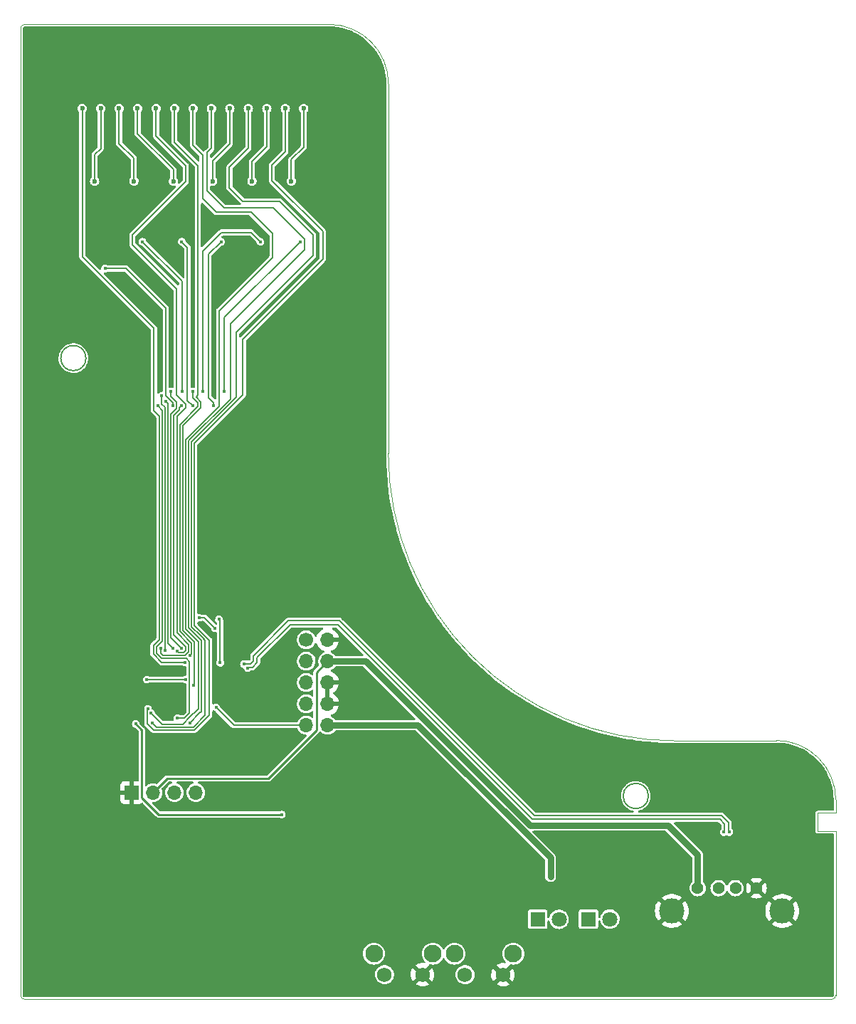
<source format=gbr>
G04 #@! TF.GenerationSoftware,KiCad,Pcbnew,(6.0.0)*
G04 #@! TF.CreationDate,2023-04-15T12:26:28+10:00*
G04 #@! TF.ProjectId,OpenFlops,4f70656e-466c-46f7-9073-2e6b69636164,1*
G04 #@! TF.SameCoordinates,Original*
G04 #@! TF.FileFunction,Copper,L2,Bot*
G04 #@! TF.FilePolarity,Positive*
%FSLAX46Y46*%
G04 Gerber Fmt 4.6, Leading zero omitted, Abs format (unit mm)*
G04 Created by KiCad (PCBNEW (6.0.0)) date 2023-04-15 12:26:28*
%MOMM*%
%LPD*%
G01*
G04 APERTURE LIST*
G04 #@! TA.AperFunction,Profile*
%ADD10C,0.050000*%
G04 #@! TD*
G04 #@! TA.AperFunction,Profile*
%ADD11C,0.200000*%
G04 #@! TD*
G04 #@! TA.AperFunction,ComponentPad*
%ADD12C,1.428000*%
G04 #@! TD*
G04 #@! TA.AperFunction,ComponentPad*
%ADD13C,3.000000*%
G04 #@! TD*
G04 #@! TA.AperFunction,ComponentPad*
%ADD14R,1.800000X1.800000*%
G04 #@! TD*
G04 #@! TA.AperFunction,ComponentPad*
%ADD15C,1.800000*%
G04 #@! TD*
G04 #@! TA.AperFunction,ComponentPad*
%ADD16R,1.700000X1.700000*%
G04 #@! TD*
G04 #@! TA.AperFunction,ComponentPad*
%ADD17O,1.700000X1.700000*%
G04 #@! TD*
G04 #@! TA.AperFunction,ComponentPad*
%ADD18C,2.100000*%
G04 #@! TD*
G04 #@! TA.AperFunction,ComponentPad*
%ADD19C,1.750000*%
G04 #@! TD*
G04 #@! TA.AperFunction,ComponentPad*
%ADD20C,1.700000*%
G04 #@! TD*
G04 #@! TA.AperFunction,ViaPad*
%ADD21C,0.400000*%
G04 #@! TD*
G04 #@! TA.AperFunction,ViaPad*
%ADD22C,0.600000*%
G04 #@! TD*
G04 #@! TA.AperFunction,Conductor*
%ADD23C,0.200000*%
G04 #@! TD*
G04 #@! TA.AperFunction,Conductor*
%ADD24C,0.750000*%
G04 #@! TD*
G04 #@! TA.AperFunction,Conductor*
%ADD25C,0.220000*%
G04 #@! TD*
G04 APERTURE END LIST*
D10*
X207450002Y-129425000D02*
X205275002Y-129425000D01*
X206973979Y-151605672D02*
G75*
G03*
X207448978Y-151129327I-674J475673D01*
G01*
D11*
X118225005Y-75300000D02*
G75*
G03*
X118225005Y-75300000I-1500005J0D01*
G01*
D10*
X154221823Y-42670673D02*
X154200002Y-86645673D01*
X188400001Y-120845674D02*
X200371621Y-120795672D01*
X207450000Y-131600000D02*
X205275000Y-131600000D01*
X110448671Y-151130873D02*
G75*
G03*
X110925018Y-151605876I475675J672D01*
G01*
X207446620Y-127870673D02*
X207450002Y-129425000D01*
X110923432Y-35605876D02*
X147146823Y-35595673D01*
X110923432Y-35605876D02*
G75*
G03*
X110448432Y-36082225I678J-475678D01*
G01*
X205275002Y-129425000D02*
X205275000Y-131600000D01*
X154200002Y-86645673D02*
G75*
G03*
X188400001Y-120845674I34199996J-5D01*
G01*
X207446620Y-127870673D02*
G75*
G03*
X200371621Y-120795672I-7074998J3D01*
G01*
X154221823Y-42670673D02*
G75*
G03*
X147146823Y-35595673I-7075002J-2D01*
G01*
X207448978Y-151129327D02*
X207450000Y-131600000D01*
X110448671Y-151130873D02*
X110448432Y-36082225D01*
X206973979Y-151605672D02*
X110925018Y-151605876D01*
D11*
X185150005Y-127400000D02*
G75*
G03*
X185150005Y-127400000I-1500005J0D01*
G01*
D12*
X191000000Y-138365000D03*
X193500000Y-138365000D03*
X195500000Y-138365000D03*
X198000000Y-138365000D03*
D13*
X187930000Y-141075000D03*
X201070000Y-141075000D03*
D14*
X178025000Y-142050000D03*
D15*
X180565000Y-142050000D03*
D16*
X123662500Y-127000000D03*
D17*
X126202500Y-127000000D03*
X128742500Y-127000000D03*
X131282500Y-127000000D03*
D18*
X169075000Y-146172500D03*
X162065000Y-146172500D03*
D19*
X167825000Y-148662500D03*
X163325000Y-148662500D03*
D14*
X171975000Y-142075000D03*
D15*
X174515000Y-142075000D03*
D20*
X144436649Y-108815673D03*
D17*
X146976649Y-108815673D03*
X144436649Y-111355673D03*
X146976649Y-111355673D03*
X144436649Y-113895673D03*
X146976649Y-113895673D03*
X144436649Y-116435673D03*
X146976649Y-116435673D03*
X144436649Y-118975673D03*
X146976649Y-118975673D03*
D18*
X159500000Y-146160000D03*
X152490000Y-146160000D03*
D19*
X158250000Y-148650000D03*
X153750000Y-148650000D03*
D21*
X150600000Y-112475000D03*
X150500000Y-110425000D03*
X135450000Y-65100000D03*
X134000000Y-114650000D03*
X123950000Y-67500000D03*
X126550000Y-122150000D03*
X127125000Y-117450000D03*
X133450000Y-115875000D03*
X139211649Y-112040675D03*
X133600000Y-118000000D03*
X127900000Y-115450000D03*
X137600000Y-111100000D03*
X125475000Y-115325000D03*
X141850000Y-114500000D03*
X127100000Y-112500000D03*
X134900000Y-107850000D03*
X136550000Y-109500000D03*
X141500000Y-109650000D03*
X129150000Y-112500000D03*
X133800000Y-112500000D03*
X125449501Y-113545673D03*
X130102852Y-113545672D03*
D22*
X173494120Y-137006621D03*
D21*
X120500000Y-64645673D03*
X128550501Y-80995672D03*
D22*
X141939519Y-45595673D03*
D21*
X125599502Y-117045674D03*
D22*
X139743686Y-45595672D03*
X137978285Y-54245673D03*
D21*
X126099500Y-118695672D03*
D22*
X137547852Y-45595674D03*
X142660356Y-54245673D03*
X144135356Y-45595673D03*
X124372855Y-45595673D03*
X128614142Y-54245672D03*
X122177022Y-45595674D03*
X123932072Y-54245673D03*
D21*
X130900000Y-80995674D03*
X129614143Y-61445673D03*
X129981656Y-111494212D03*
D22*
X117785356Y-45595674D03*
D21*
X133700500Y-116845673D03*
X141529327Y-129600001D03*
X124150000Y-118825000D03*
X194775000Y-131700000D03*
X137020191Y-111715863D03*
X194125000Y-131700000D03*
X137479811Y-112175483D03*
X124932073Y-61445673D03*
X129650001Y-79295673D03*
X125973170Y-117560671D03*
D22*
X130960354Y-45595673D03*
D21*
X127099501Y-109845674D03*
D22*
X126568687Y-45595673D03*
D21*
X127257168Y-79795673D03*
X127639899Y-110106684D03*
X129079346Y-110195673D03*
X129600001Y-80995673D03*
X129599501Y-109845674D03*
X128350001Y-79295673D03*
X126774500Y-80995673D03*
X129099502Y-118145673D03*
X130900001Y-79295673D03*
X130607836Y-110704008D03*
X134200000Y-111550000D03*
X134050000Y-106370692D03*
X131700000Y-106200000D03*
X133600000Y-107469692D03*
D22*
X133296214Y-54245673D03*
X135352019Y-45595672D03*
D21*
X130599502Y-118695673D03*
D22*
X133156188Y-45595673D03*
X128764522Y-45595673D03*
D21*
X131050000Y-114245673D03*
D22*
X119250001Y-54245673D03*
X119981189Y-45595674D03*
D21*
X132150001Y-79295674D03*
X138978285Y-61445673D03*
X128600001Y-109845673D03*
X127732156Y-80463517D03*
X143700000Y-61445673D03*
X134700001Y-79295673D03*
X133400000Y-80995672D03*
X134296214Y-61445673D03*
D23*
X125449501Y-113545673D02*
X130102852Y-113545672D01*
D24*
X173494120Y-134750480D02*
X173494120Y-137006621D01*
X146976649Y-118975673D02*
X157719313Y-118975673D01*
X157719313Y-118975673D02*
X173494120Y-134750480D01*
X171574520Y-130899520D02*
X187499520Y-130899520D01*
X171574520Y-130899520D02*
X171056694Y-130899520D01*
D25*
X139925000Y-125325000D02*
X127877500Y-125325000D01*
X145650000Y-119600000D02*
X139925000Y-125325000D01*
D24*
X191000000Y-134400000D02*
X191000000Y-138365000D01*
D25*
X127877500Y-125325000D02*
X126202500Y-127000000D01*
D24*
X187499520Y-130899520D02*
X191000000Y-134400000D01*
X151155673Y-111355673D02*
X150705673Y-111355673D01*
X171056694Y-130899520D02*
X151512847Y-111355673D01*
X150705673Y-111355673D02*
X146976649Y-111355673D01*
D25*
X146976649Y-111355673D02*
X145650000Y-112682322D01*
X145650000Y-112682322D02*
X145650000Y-119600000D01*
D24*
X151512847Y-111355673D02*
X150705673Y-111355673D01*
D23*
X123000001Y-64645672D02*
X120500000Y-64645673D01*
X127706667Y-69352339D02*
X123000001Y-64645672D01*
X128550501Y-80646173D02*
X127706667Y-79802339D01*
X128550501Y-80995672D02*
X128550501Y-80646173D01*
X127706667Y-79802339D02*
X127706667Y-69352339D01*
X146400001Y-63545673D02*
X136900000Y-73045674D01*
X132900001Y-113645673D02*
X132900002Y-113945673D01*
X146400001Y-60245673D02*
X146400001Y-63545673D01*
X126249020Y-119545193D02*
X125499500Y-118795673D01*
X131144277Y-119545192D02*
X126249020Y-119545193D01*
X140350001Y-54195673D02*
X146400001Y-60245673D01*
X140350002Y-52345674D02*
X140350001Y-54195673D01*
X136900000Y-73045674D02*
X136900001Y-79665098D01*
X125499500Y-117145673D02*
X125599502Y-117045674D01*
X141939519Y-45595673D02*
X141939520Y-50756154D01*
X141939520Y-50756154D02*
X140350002Y-52345674D01*
X125499500Y-118795673D02*
X125499500Y-117145673D01*
X132900001Y-113695673D02*
X132900001Y-108868491D01*
X136900001Y-79665098D02*
X131135100Y-85430000D01*
X132900002Y-113945673D02*
X132900000Y-117789468D01*
X131135100Y-85430000D02*
X131135099Y-107103589D01*
X132900000Y-117789468D02*
X131144277Y-119545192D01*
X131135099Y-107103589D02*
X132900001Y-108868491D01*
X139743686Y-45595672D02*
X139743686Y-50151989D01*
X139743686Y-50151989D02*
X137978286Y-51917389D01*
X137978286Y-51917389D02*
X137978285Y-54245673D01*
X126099500Y-118695672D02*
X126599501Y-119195674D01*
X130785578Y-85285224D02*
X136100001Y-79970802D01*
X131866444Y-108329230D02*
X130785580Y-107248365D01*
X135300001Y-52595673D02*
X137547853Y-50347821D01*
X145250001Y-63095674D02*
X145250001Y-60645673D01*
X135300000Y-55045673D02*
X135300001Y-52595673D01*
X132399020Y-114496172D02*
X132399020Y-108861806D01*
X145250001Y-60645673D02*
X141250001Y-56645673D01*
X126599501Y-119195674D02*
X130999501Y-119195673D01*
X141250001Y-56645673D02*
X136900001Y-56645673D01*
X132399020Y-108861806D02*
X131866444Y-108329230D01*
X136900001Y-56645673D02*
X135300000Y-55045673D01*
X132399020Y-114496172D02*
X132399020Y-117796154D01*
X136100001Y-79970802D02*
X136100001Y-72245674D01*
X130999501Y-119195673D02*
X132399020Y-117796154D01*
X130785580Y-107248365D02*
X130785578Y-85285224D01*
X136100001Y-72245674D02*
X145250001Y-63095674D01*
X137547853Y-50347821D02*
X137547852Y-45595674D01*
X132299040Y-108761826D02*
X131866444Y-108329230D01*
X144135356Y-45595673D02*
X144135356Y-50210318D01*
X142660356Y-51685319D02*
X142660356Y-54245673D01*
X144135356Y-50210318D02*
X142660356Y-51685319D01*
X128614143Y-52859815D02*
X128614142Y-54245672D01*
X124372854Y-48618527D02*
X128614143Y-52859815D01*
X124372855Y-45595673D02*
X124372854Y-48618527D01*
X123932072Y-51527743D02*
X123932072Y-54245673D01*
X122177022Y-49772694D02*
X123932072Y-51527743D01*
X122177022Y-45595674D02*
X122177022Y-49772694D01*
X130300001Y-80395673D02*
X130300001Y-62131531D01*
X130900000Y-80995674D02*
X130300001Y-80395673D01*
X130300001Y-62131531D02*
X129614143Y-61445673D01*
X126249982Y-110534747D02*
X126249980Y-109500898D01*
X127209450Y-111494211D02*
X126249982Y-110534747D01*
X126940859Y-108810020D02*
X126940859Y-82186531D01*
X126325000Y-71770673D02*
X117785356Y-63231028D01*
X129981656Y-111494212D02*
X127209450Y-111494211D01*
X126325001Y-81570674D02*
X126325000Y-71770673D01*
X126940859Y-82186531D02*
X126325001Y-81570674D01*
X117785356Y-63231028D02*
X117785356Y-45595674D01*
X126427602Y-109323276D02*
X126940859Y-108810020D01*
X126249980Y-109500898D02*
X126427602Y-109323276D01*
X136020001Y-118975673D02*
X144436649Y-118975673D01*
X135830001Y-118975673D02*
X136020001Y-118975673D01*
X135830501Y-118975673D02*
X133700500Y-116845673D01*
X136020001Y-118975673D02*
X135830501Y-118975673D01*
D25*
X124872011Y-127597011D02*
X126875001Y-129600001D01*
X124872011Y-119547011D02*
X124872011Y-127597011D01*
X126875001Y-129600001D02*
X141529327Y-129600001D01*
X124150000Y-118825000D02*
X124872011Y-119547011D01*
D23*
X142327475Y-106550000D02*
X148368200Y-106550000D01*
X138149511Y-110727964D02*
X142327475Y-106550000D01*
X137827616Y-111649511D02*
X138149511Y-111327616D01*
X194675001Y-131600001D02*
X194775000Y-131700000D01*
X137161612Y-111715863D02*
X137227964Y-111649511D01*
X171543200Y-129725000D02*
X193843200Y-129725000D01*
X194675001Y-130556801D02*
X194675001Y-131600001D01*
X193843200Y-129725000D02*
X194675001Y-130556801D01*
X138149511Y-111327616D02*
X138149511Y-110727964D01*
X148368200Y-106550000D02*
X171543200Y-129725000D01*
X137020191Y-111715863D02*
X137161612Y-111715863D01*
X137227964Y-111649511D02*
X137827616Y-111649511D01*
X193656800Y-130175000D02*
X194224999Y-130743199D01*
X138599502Y-111514008D02*
X138599502Y-110914371D01*
X137479811Y-112175483D02*
X137479811Y-112099502D01*
X142513873Y-107000000D02*
X148181800Y-107000000D01*
X148181800Y-107000000D02*
X171356800Y-130175000D01*
X171356800Y-130175000D02*
X193656800Y-130175000D01*
X194224999Y-131600001D02*
X194125000Y-131700000D01*
X138599502Y-110914371D02*
X142513873Y-107000000D01*
X137479811Y-112099502D02*
X138014009Y-112099502D01*
X194224999Y-130743199D02*
X194224999Y-131600001D01*
X138014009Y-112099502D02*
X138599502Y-111514008D01*
X129650001Y-79295673D02*
X129650001Y-66163602D01*
X129650001Y-66163602D02*
X124932073Y-61445673D01*
X132100001Y-51145672D02*
X132100000Y-56345673D01*
X132100000Y-56345673D02*
X133700001Y-57945673D01*
X134050000Y-81032211D02*
X130086539Y-84995673D01*
X129749021Y-118846153D02*
X127258652Y-118846153D01*
X134050001Y-69695673D02*
X134050000Y-79345673D01*
X140400002Y-60495674D02*
X140400001Y-63345673D01*
X130960354Y-45595673D02*
X130960354Y-50006026D01*
X134050000Y-79345673D02*
X134050000Y-81032211D01*
X130624751Y-117970424D02*
X129749021Y-118846153D01*
X131324751Y-117270423D02*
X130624751Y-117970424D01*
X127258652Y-118846153D02*
X125973170Y-117560671D01*
X140400001Y-63345673D02*
X134050001Y-69695673D01*
X131499501Y-117095674D02*
X131324751Y-117270423D01*
X130097945Y-107549323D02*
X131600001Y-109051379D01*
X130960354Y-50006026D02*
X132100001Y-51145672D01*
X137850001Y-57945674D02*
X140400002Y-60495674D01*
X130086538Y-107549324D02*
X130097945Y-107549323D01*
X131600001Y-116995173D02*
X130624751Y-117970424D01*
X130086539Y-84995673D02*
X130086538Y-107549324D01*
X133700001Y-57945673D02*
X137850001Y-57945674D01*
X131600001Y-109051379D02*
X131600001Y-116995173D01*
X130449019Y-110227133D02*
X130449021Y-109394694D01*
X129037978Y-107983651D02*
X129037978Y-82257695D01*
X127099501Y-110395674D02*
X127399020Y-110695195D01*
X129037978Y-82257695D02*
X130100000Y-81195673D01*
X127099501Y-109845674D02*
X127099501Y-110395674D01*
X126568688Y-48864361D02*
X126568687Y-45595673D01*
X127399020Y-110695195D02*
X129980961Y-110695193D01*
X129000001Y-79695673D02*
X129000001Y-67045674D01*
X130100001Y-80795673D02*
X129000001Y-79695673D01*
X130100000Y-81195673D02*
X130100001Y-80795673D01*
X123750000Y-60645673D02*
X130100000Y-54295673D01*
X130100000Y-54295673D02*
X130100001Y-52395674D01*
X130100001Y-52395674D02*
X126568688Y-48864361D01*
X129000001Y-67045674D02*
X123750001Y-61795673D01*
X130449021Y-109394694D02*
X129037978Y-107983651D01*
X129980961Y-110695193D02*
X130449019Y-110227133D01*
X123750001Y-61795673D02*
X123750000Y-60645673D01*
X127257168Y-79795673D02*
X127257166Y-80752838D01*
X127639900Y-81135572D02*
X127639899Y-110106684D01*
X127257166Y-80752838D02*
X127639900Y-81135572D01*
X128688459Y-108234131D02*
X130099501Y-109645172D01*
X130099501Y-109645172D02*
X130099501Y-110082357D01*
X130099501Y-110082357D02*
X129836186Y-110345673D01*
X129349521Y-81440449D02*
X128688458Y-82101511D01*
X128688458Y-82101511D02*
X128688459Y-108234131D01*
X129600001Y-80995673D02*
X129349522Y-81246153D01*
X129229345Y-110345674D02*
X129079346Y-110195673D01*
X129836186Y-110345673D02*
X129229345Y-110345674D01*
X129349522Y-81246153D02*
X129349521Y-81440449D01*
X128350001Y-79845673D02*
X128350001Y-79295673D01*
X129000001Y-80495673D02*
X128350001Y-79845673D01*
X128338938Y-108585113D02*
X128338939Y-81956735D01*
X129599501Y-109845674D02*
X129349750Y-109595925D01*
X128338939Y-81956735D02*
X129000001Y-81295673D01*
X129349750Y-109595925D02*
X128338938Y-108585113D01*
X129000001Y-81295673D02*
X129000001Y-80495673D01*
X127290379Y-108954795D02*
X126599501Y-109645674D01*
X130552355Y-111398527D02*
X130552352Y-117542822D01*
X127290379Y-81511552D02*
X127290379Y-108954795D01*
X130198542Y-111044713D02*
X130552355Y-111398527D01*
X130552352Y-117542822D02*
X129949500Y-118145673D01*
X126599502Y-110389968D02*
X127255206Y-111045673D01*
X127256167Y-111044714D02*
X130198542Y-111044713D01*
X126774500Y-80995673D02*
X127290379Y-81511552D01*
X127255206Y-111045673D02*
X127256167Y-111044714D01*
X129949500Y-118145673D02*
X129099502Y-118145673D01*
X126599501Y-109645674D02*
X126599502Y-110389968D01*
X129387499Y-107838875D02*
X130798540Y-109249916D01*
X130798540Y-109249916D02*
X130798539Y-110513306D01*
X131550000Y-80645673D02*
X131550000Y-81045673D01*
X130798540Y-110513302D02*
X130607836Y-110704008D01*
X130900001Y-79295673D02*
X130900001Y-79995673D01*
X129387500Y-83208175D02*
X129387499Y-107838875D01*
X130798539Y-110513306D02*
X130607836Y-110704008D01*
X130900001Y-79995673D02*
X131550000Y-80645673D01*
X131550000Y-81045673D02*
X129387500Y-83208175D01*
X134200000Y-106520692D02*
X134050000Y-106370692D01*
X134200000Y-111550000D02*
X134200000Y-106520692D01*
X132330308Y-106200000D02*
X131700000Y-106200000D01*
X133600000Y-107469692D02*
X132330308Y-106200000D01*
X133296215Y-51849461D02*
X133296214Y-54245673D01*
X135352020Y-49793653D02*
X133296215Y-51849461D01*
X135352019Y-45595672D02*
X135352020Y-49793653D01*
X132650000Y-55395674D02*
X134700000Y-57445674D01*
X140550001Y-57445674D02*
X144250001Y-61145673D01*
X131724752Y-117570423D02*
X130599502Y-118695673D01*
X130436060Y-85140449D02*
X130436058Y-107393140D01*
X135400001Y-80176507D02*
X130436060Y-85140449D01*
X135400000Y-71245674D02*
X135400001Y-80176507D01*
X131949520Y-117345655D02*
X131724752Y-117570423D01*
X144250001Y-61145673D02*
X144250001Y-62395673D01*
X131850461Y-117444712D02*
X131724752Y-117570423D01*
X134700000Y-57445674D02*
X140550001Y-57445674D01*
X144250001Y-62395673D02*
X135400000Y-71245674D01*
X130436058Y-107393140D02*
X131949520Y-108906601D01*
X133156188Y-45595673D02*
X133156187Y-50339488D01*
X133156187Y-50339488D02*
X132650001Y-50845674D01*
X131949520Y-108906601D02*
X131949520Y-117345655D01*
X132650001Y-50845674D02*
X132650000Y-55395674D01*
X131563317Y-79695673D02*
X131328807Y-79930183D01*
X129737020Y-83352950D02*
X129737019Y-107694099D01*
X129737019Y-107694099D02*
X131138593Y-109095672D01*
X131150001Y-114145673D02*
X131050000Y-114245673D01*
X131899521Y-80500897D02*
X131899520Y-81190449D01*
X131899520Y-81190449D02*
X129737020Y-83352950D01*
X128764522Y-45595673D02*
X128764522Y-49610194D01*
X131550000Y-52395673D02*
X131550001Y-79695674D01*
X131150001Y-109095673D02*
X131150001Y-114145673D01*
X131138593Y-109095672D02*
X131150001Y-109095673D01*
X131550001Y-79695674D02*
X131563317Y-79695673D01*
X131328807Y-79930183D02*
X131899521Y-80500897D01*
X128764522Y-49610194D02*
X131550000Y-52395673D01*
X119981189Y-45595674D02*
X119981189Y-50364485D01*
X119981189Y-50364485D02*
X119250000Y-51095674D01*
X119250000Y-51095674D02*
X119250001Y-54245673D01*
X132150002Y-62545673D02*
X134350002Y-60345673D01*
X132150001Y-79295674D02*
X132150002Y-62545673D01*
X134350002Y-60345673D02*
X137878285Y-60345673D01*
X137878285Y-60345673D02*
X138978285Y-61445673D01*
X127989420Y-80720781D02*
X127989420Y-109235091D01*
X127989420Y-109235091D02*
X128600001Y-109845673D01*
X127732156Y-80463517D02*
X127989420Y-80720781D01*
X134700000Y-70445672D02*
X143700000Y-61445673D01*
X134700001Y-79295673D02*
X134700000Y-70445672D01*
X132800001Y-79995674D02*
X132800001Y-62941885D01*
X133400001Y-80595673D02*
X132800001Y-79995674D01*
X132800001Y-62941885D02*
X134296214Y-61445673D01*
X133400000Y-80995672D02*
X133400001Y-80595673D01*
G04 #@! TA.AperFunction,Conductor*
G36*
X147134027Y-35852104D02*
G01*
X147134649Y-35852228D01*
X147134652Y-35852228D01*
X147146823Y-35854649D01*
X147158997Y-35852227D01*
X147166896Y-35852227D01*
X147182704Y-35850954D01*
X147256888Y-35853604D01*
X147628934Y-35866892D01*
X147637906Y-35867534D01*
X148113077Y-35918620D01*
X148121980Y-35919900D01*
X148218848Y-35937377D01*
X148592306Y-36004757D01*
X148601090Y-36006668D01*
X149064166Y-36124860D01*
X149072786Y-36127392D01*
X149526259Y-36278321D01*
X149534653Y-36281452D01*
X149976216Y-36464354D01*
X149984380Y-36468082D01*
X150411778Y-36682022D01*
X150419641Y-36686316D01*
X150610852Y-36799766D01*
X150830663Y-36930186D01*
X150838230Y-36935049D01*
X151230800Y-37207617D01*
X151238000Y-37213007D01*
X151610120Y-37512879D01*
X151616918Y-37518769D01*
X151966704Y-37844432D01*
X151973064Y-37850792D01*
X152298727Y-38200578D01*
X152304617Y-38207376D01*
X152604489Y-38579496D01*
X152609879Y-38586696D01*
X152882447Y-38979266D01*
X152887310Y-38986833D01*
X153131178Y-39397851D01*
X153135474Y-39405718D01*
X153349414Y-39833116D01*
X153353140Y-39841276D01*
X153536044Y-40282843D01*
X153539179Y-40291249D01*
X153690103Y-40744705D01*
X153692637Y-40753335D01*
X153810828Y-41216404D01*
X153812740Y-41225193D01*
X153897596Y-41695516D01*
X153898876Y-41704419D01*
X153949962Y-42179590D01*
X153950604Y-42188562D01*
X153966542Y-42634791D01*
X153965269Y-42650600D01*
X153965269Y-42658499D01*
X153962847Y-42670673D01*
X153965384Y-42683426D01*
X153967804Y-42708063D01*
X153956847Y-64791048D01*
X153946021Y-86608213D01*
X153943600Y-86632730D01*
X153943446Y-86633506D01*
X153941026Y-86645673D01*
X153941206Y-86646579D01*
X153941359Y-86655757D01*
X153941359Y-86655758D01*
X153950031Y-87174653D01*
X153960434Y-87797113D01*
X154018141Y-88947268D01*
X154114249Y-90094852D01*
X154248650Y-91238583D01*
X154421193Y-92377185D01*
X154631686Y-93509385D01*
X154879894Y-94633920D01*
X154880162Y-94634965D01*
X154880163Y-94634971D01*
X155130851Y-95614051D01*
X155165540Y-95749533D01*
X155488304Y-96854978D01*
X155847827Y-97949020D01*
X156243706Y-99030438D01*
X156675500Y-100098024D01*
X157142726Y-101150585D01*
X157644863Y-102186946D01*
X158181348Y-103205950D01*
X158751585Y-104206458D01*
X159354935Y-105187352D01*
X159990724Y-106147538D01*
X160322850Y-106614444D01*
X160548272Y-106931344D01*
X160658243Y-107085943D01*
X160658884Y-107086783D01*
X160658889Y-107086790D01*
X161326902Y-107962400D01*
X161356746Y-108001519D01*
X161357426Y-108002351D01*
X162084769Y-108892406D01*
X162084793Y-108892435D01*
X162085453Y-108893242D01*
X162086165Y-108894056D01*
X162842863Y-109759334D01*
X162842878Y-109759351D01*
X162843550Y-109760119D01*
X163001120Y-109928589D01*
X163629471Y-110600410D01*
X163629493Y-110600433D01*
X163630191Y-110601179D01*
X164444496Y-111415484D01*
X164445242Y-111416182D01*
X164445265Y-111416204D01*
X165211633Y-112132984D01*
X165285556Y-112202124D01*
X165286324Y-112202796D01*
X165286341Y-112202811D01*
X165798889Y-112651042D01*
X166152432Y-112960221D01*
X167044156Y-113688928D01*
X167045000Y-113689572D01*
X167045009Y-113689579D01*
X167958884Y-114386785D01*
X167959731Y-114387431D01*
X168898136Y-115054951D01*
X169858322Y-115690740D01*
X169859207Y-115691284D01*
X169859208Y-115691285D01*
X170685493Y-116199534D01*
X170839217Y-116294090D01*
X171839724Y-116864327D01*
X172173520Y-117040064D01*
X172857804Y-117400327D01*
X172857826Y-117400338D01*
X172858728Y-117400813D01*
X173895089Y-117902949D01*
X173895998Y-117903353D01*
X173896012Y-117903359D01*
X174946705Y-118369756D01*
X174946729Y-118369766D01*
X174947650Y-118370175D01*
X175392930Y-118550272D01*
X176014278Y-118801582D01*
X176014302Y-118801591D01*
X176015236Y-118801969D01*
X177096654Y-119197848D01*
X177500097Y-119330427D01*
X178189694Y-119557042D01*
X178189709Y-119557047D01*
X178190696Y-119557371D01*
X179296141Y-119880136D01*
X179297129Y-119880389D01*
X179297151Y-119880395D01*
X180373901Y-120156089D01*
X180411754Y-120165781D01*
X181536289Y-120413990D01*
X182668489Y-120624483D01*
X182669528Y-120624640D01*
X182669549Y-120624644D01*
X183197150Y-120704596D01*
X183807091Y-120797026D01*
X184950822Y-120931427D01*
X186098406Y-121027534D01*
X186535012Y-121049440D01*
X187247537Y-121085191D01*
X187247559Y-121085192D01*
X187248561Y-121085242D01*
X188399095Y-121104470D01*
X188400001Y-121104650D01*
X188413629Y-121101939D01*
X188437686Y-121099518D01*
X198314035Y-121058268D01*
X200334452Y-121049829D01*
X200359328Y-121052227D01*
X200359450Y-121052227D01*
X200371621Y-121054648D01*
X200383795Y-121052226D01*
X200391694Y-121052226D01*
X200407502Y-121050953D01*
X200480988Y-121053578D01*
X200853733Y-121066891D01*
X200862705Y-121067533D01*
X201337876Y-121118619D01*
X201346779Y-121119899D01*
X201581940Y-121162327D01*
X201817104Y-121204755D01*
X201825888Y-121206666D01*
X202288964Y-121324858D01*
X202297584Y-121327390D01*
X202751057Y-121478320D01*
X202759461Y-121481455D01*
X203057499Y-121604906D01*
X203201014Y-121664352D01*
X203209179Y-121668080D01*
X203636577Y-121882020D01*
X203644444Y-121886316D01*
X204055461Y-122130185D01*
X204063028Y-122135048D01*
X204455599Y-122407615D01*
X204462799Y-122413005D01*
X204834918Y-122712877D01*
X204841716Y-122718767D01*
X205191503Y-123044431D01*
X205197863Y-123050791D01*
X205523526Y-123400577D01*
X205529416Y-123407375D01*
X205829288Y-123779494D01*
X205834678Y-123786694D01*
X206107244Y-124179264D01*
X206112107Y-124186831D01*
X206355976Y-124597850D01*
X206360286Y-124605744D01*
X206574204Y-125033098D01*
X206577941Y-125041280D01*
X206760833Y-125482821D01*
X206763976Y-125491248D01*
X206854476Y-125763158D01*
X206899285Y-125897785D01*
X206914901Y-125944705D01*
X206917434Y-125953330D01*
X207025974Y-126378588D01*
X207035626Y-126416404D01*
X207037538Y-126425193D01*
X207122393Y-126895515D01*
X207123673Y-126904418D01*
X207174759Y-127379589D01*
X207175401Y-127388561D01*
X207191339Y-127834791D01*
X207190066Y-127850600D01*
X207190066Y-127858499D01*
X207187644Y-127870673D01*
X207190281Y-127883931D01*
X207192701Y-127908227D01*
X207193659Y-128348478D01*
X207195174Y-129044726D01*
X207175320Y-129112890D01*
X207121766Y-129159499D01*
X207069174Y-129171000D01*
X205312427Y-129171000D01*
X205287849Y-129168579D01*
X205275002Y-129166024D01*
X205175896Y-129185737D01*
X205091878Y-129241876D01*
X205084985Y-129252192D01*
X205062810Y-129285380D01*
X205035739Y-129325894D01*
X205027065Y-129369506D01*
X205021574Y-129397111D01*
X205021572Y-129397115D01*
X205021573Y-129397115D01*
X205016026Y-129425000D01*
X205018447Y-129437171D01*
X205018581Y-129437845D01*
X205021002Y-129462426D01*
X205021001Y-130009468D01*
X205021000Y-131562575D01*
X205018579Y-131587153D01*
X205016024Y-131600000D01*
X205021000Y-131625017D01*
X205035737Y-131699106D01*
X205042631Y-131709423D01*
X205042631Y-131709424D01*
X205047034Y-131716013D01*
X205091876Y-131783124D01*
X205175894Y-131839263D01*
X205275000Y-131858976D01*
X205287847Y-131856421D01*
X205312425Y-131854000D01*
X207069979Y-131854000D01*
X207138100Y-131874002D01*
X207184593Y-131927658D01*
X207195979Y-131980007D01*
X207195448Y-142149685D01*
X207195036Y-150048155D01*
X207194981Y-151092167D01*
X207192595Y-151116560D01*
X207190002Y-151129693D01*
X207192102Y-151140173D01*
X207190908Y-151155619D01*
X207187319Y-151178487D01*
X207175191Y-151215994D01*
X207161860Y-151242248D01*
X207138738Y-151274169D01*
X207117945Y-151295022D01*
X207086085Y-151318237D01*
X207059873Y-151331640D01*
X207022402Y-151343874D01*
X206999536Y-151347529D01*
X206984097Y-151348766D01*
X206973612Y-151346696D01*
X206961446Y-151349134D01*
X206961443Y-151349134D01*
X206961035Y-151349216D01*
X206936279Y-151351672D01*
X158603208Y-151351775D01*
X110962176Y-151351876D01*
X110937768Y-151349489D01*
X110936830Y-151349304D01*
X110936828Y-151349304D01*
X110924652Y-151346900D01*
X110914172Y-151349000D01*
X110898728Y-151347806D01*
X110875855Y-151344217D01*
X110838351Y-151332089D01*
X110812097Y-151318759D01*
X110780171Y-151295633D01*
X110759324Y-151274845D01*
X110736107Y-151242985D01*
X110735279Y-151241366D01*
X110722702Y-151216767D01*
X110710468Y-151179291D01*
X110706814Y-151156426D01*
X110705577Y-151140992D01*
X110707647Y-151130507D01*
X110705209Y-151118340D01*
X110705209Y-151118337D01*
X110705127Y-151117929D01*
X110702671Y-151093175D01*
X110702668Y-149793130D01*
X157471700Y-149793130D01*
X157476981Y-149800184D01*
X157645919Y-149898904D01*
X157655202Y-149903351D01*
X157858002Y-149980793D01*
X157867900Y-149983669D01*
X158080625Y-150026948D01*
X158090853Y-150028167D01*
X158307788Y-150036122D01*
X158318074Y-150035655D01*
X158533400Y-150008072D01*
X158543477Y-150005930D01*
X158751401Y-149943549D01*
X158760999Y-149939788D01*
X158955947Y-149844284D01*
X158964785Y-149839015D01*
X159011589Y-149805630D01*
X167046700Y-149805630D01*
X167051981Y-149812684D01*
X167220919Y-149911404D01*
X167230202Y-149915851D01*
X167433002Y-149993293D01*
X167442900Y-149996169D01*
X167655625Y-150039448D01*
X167665853Y-150040667D01*
X167882788Y-150048622D01*
X167893074Y-150048155D01*
X168108400Y-150020572D01*
X168118477Y-150018430D01*
X168326401Y-149956049D01*
X168335999Y-149952288D01*
X168530947Y-149856784D01*
X168539785Y-149851515D01*
X168592172Y-149814148D01*
X168600572Y-149803448D01*
X168593585Y-149790295D01*
X167837812Y-149034522D01*
X167823868Y-149026908D01*
X167822035Y-149027039D01*
X167815420Y-149031290D01*
X167053460Y-149793250D01*
X167046700Y-149805630D01*
X159011589Y-149805630D01*
X159017172Y-149801648D01*
X159025572Y-149790948D01*
X159018585Y-149777795D01*
X158262812Y-149022022D01*
X158248868Y-149014408D01*
X158247035Y-149014539D01*
X158240420Y-149018790D01*
X157478460Y-149780750D01*
X157471700Y-149793130D01*
X110702668Y-149793130D01*
X110702666Y-148620306D01*
X152616050Y-148620306D01*
X152629627Y-148827450D01*
X152680725Y-149028650D01*
X152767634Y-149217169D01*
X152887442Y-149386694D01*
X153036137Y-149531547D01*
X153040933Y-149534752D01*
X153040936Y-149534754D01*
X153059644Y-149547254D01*
X153208740Y-149646877D01*
X153214043Y-149649155D01*
X153214048Y-149649158D01*
X153394167Y-149726542D01*
X153394170Y-149726543D01*
X153399470Y-149728820D01*
X153405100Y-149730094D01*
X153561556Y-149765497D01*
X153601939Y-149774635D01*
X153607708Y-149774862D01*
X153607711Y-149774862D01*
X153682375Y-149777795D01*
X153809367Y-149782784D01*
X153896232Y-149770189D01*
X154009092Y-149753826D01*
X154009097Y-149753825D01*
X154014806Y-149752997D01*
X154049206Y-149741320D01*
X154113092Y-149719633D01*
X154211377Y-149686270D01*
X154392497Y-149584838D01*
X154552099Y-149452099D01*
X154684838Y-149292497D01*
X154786270Y-149111377D01*
X154848754Y-148927306D01*
X154851141Y-148920274D01*
X154851141Y-148920273D01*
X154852997Y-148914806D01*
X154853825Y-148909097D01*
X154853826Y-148909092D01*
X154871810Y-148785055D01*
X154882784Y-148709367D01*
X154884339Y-148650000D01*
X154881697Y-148621250D01*
X156862971Y-148621250D01*
X156875467Y-148837967D01*
X156876903Y-148848188D01*
X156924627Y-149059948D01*
X156927706Y-149069777D01*
X157009379Y-149270914D01*
X157014022Y-149280105D01*
X157098279Y-149417601D01*
X157108735Y-149427061D01*
X157117513Y-149423277D01*
X157877978Y-148662812D01*
X157884356Y-148651132D01*
X158614408Y-148651132D01*
X158614539Y-148652965D01*
X158618790Y-148659580D01*
X159378388Y-149419178D01*
X159390398Y-149425736D01*
X159402138Y-149416768D01*
X159436507Y-149368940D01*
X159441816Y-149360103D01*
X159537994Y-149165503D01*
X159541792Y-149155910D01*
X159604897Y-148948208D01*
X159607074Y-148938138D01*
X159635646Y-148721113D01*
X159636165Y-148714438D01*
X159637658Y-148653364D01*
X159637464Y-148646646D01*
X159636326Y-148632806D01*
X162191050Y-148632806D01*
X162204627Y-148839950D01*
X162255725Y-149041150D01*
X162342634Y-149229669D01*
X162462442Y-149399194D01*
X162466576Y-149403221D01*
X162601598Y-149534754D01*
X162611137Y-149544047D01*
X162615933Y-149547252D01*
X162615936Y-149547254D01*
X162685368Y-149593647D01*
X162783740Y-149659377D01*
X162789043Y-149661655D01*
X162789048Y-149661658D01*
X162969167Y-149739042D01*
X162969170Y-149739043D01*
X162974470Y-149741320D01*
X162980100Y-149742594D01*
X163157711Y-149782784D01*
X163176939Y-149787135D01*
X163182708Y-149787362D01*
X163182711Y-149787362D01*
X163257375Y-149790295D01*
X163384367Y-149795284D01*
X163484607Y-149780750D01*
X163584092Y-149766326D01*
X163584097Y-149766325D01*
X163589806Y-149765497D01*
X163632098Y-149751141D01*
X163780909Y-149700626D01*
X163786377Y-149698770D01*
X163967497Y-149597338D01*
X164127099Y-149464599D01*
X164259838Y-149304997D01*
X164361270Y-149123877D01*
X164427997Y-148927306D01*
X164428825Y-148921597D01*
X164428826Y-148921592D01*
X164456081Y-148733613D01*
X164457784Y-148721867D01*
X164459339Y-148662500D01*
X164456697Y-148633750D01*
X166437971Y-148633750D01*
X166450467Y-148850467D01*
X166451903Y-148860688D01*
X166499627Y-149072448D01*
X166502706Y-149082277D01*
X166584379Y-149283414D01*
X166589022Y-149292605D01*
X166673279Y-149430101D01*
X166683735Y-149439561D01*
X166692513Y-149435777D01*
X167452978Y-148675312D01*
X167459356Y-148663632D01*
X168189408Y-148663632D01*
X168189539Y-148665465D01*
X168193790Y-148672080D01*
X168953388Y-149431678D01*
X168965398Y-149438236D01*
X168977138Y-149429268D01*
X169011507Y-149381440D01*
X169016816Y-149372603D01*
X169112994Y-149178003D01*
X169116792Y-149168410D01*
X169179897Y-148960708D01*
X169182074Y-148950638D01*
X169210646Y-148733613D01*
X169211165Y-148726938D01*
X169212658Y-148665864D01*
X169212464Y-148659146D01*
X169194530Y-148441007D01*
X169192845Y-148430827D01*
X169139962Y-148220291D01*
X169136642Y-148210540D01*
X169050080Y-148011459D01*
X169045213Y-148002384D01*
X168976144Y-147895618D01*
X168965458Y-147886415D01*
X168955891Y-147890819D01*
X168197022Y-148649688D01*
X168189408Y-148663632D01*
X167459356Y-148663632D01*
X167460592Y-148661368D01*
X167460461Y-148659535D01*
X167456210Y-148652920D01*
X166696858Y-147893568D01*
X166685322Y-147887268D01*
X166673039Y-147896891D01*
X166621279Y-147972768D01*
X166616191Y-147981724D01*
X166524795Y-148178621D01*
X166521232Y-148188308D01*
X166463223Y-148397479D01*
X166461292Y-148407600D01*
X166438222Y-148623462D01*
X166437971Y-148633750D01*
X164456697Y-148633750D01*
X164440344Y-148455783D01*
X164435250Y-148437719D01*
X164394635Y-148293710D01*
X164383997Y-148255989D01*
X164380578Y-148249054D01*
X164294737Y-148074989D01*
X164292183Y-148069810D01*
X164167978Y-147903479D01*
X164015542Y-147762568D01*
X163839979Y-147651797D01*
X163816371Y-147642378D01*
X163770715Y-147624163D01*
X163647170Y-147574873D01*
X163641502Y-147573746D01*
X163641500Y-147573745D01*
X163449238Y-147535502D01*
X163449236Y-147535502D01*
X163443571Y-147534375D01*
X163437796Y-147534299D01*
X163437792Y-147534299D01*
X163334057Y-147532942D01*
X163236001Y-147531658D01*
X163230304Y-147532637D01*
X163230303Y-147532637D01*
X163037101Y-147565835D01*
X163037098Y-147565836D01*
X163031411Y-147566813D01*
X162836654Y-147638662D01*
X162658252Y-147744800D01*
X162653909Y-147748609D01*
X162506525Y-147877862D01*
X162506522Y-147877865D01*
X162502180Y-147881673D01*
X162373663Y-148044695D01*
X162370974Y-148049806D01*
X162370972Y-148049809D01*
X162367026Y-148057310D01*
X162277007Y-148228407D01*
X162215449Y-148426658D01*
X162191050Y-148632806D01*
X159636326Y-148632806D01*
X159619530Y-148428507D01*
X159617845Y-148418327D01*
X159564962Y-148207791D01*
X159561642Y-148198040D01*
X159475080Y-147998959D01*
X159470213Y-147989884D01*
X159401144Y-147883118D01*
X159390458Y-147873915D01*
X159380891Y-147878319D01*
X158622022Y-148637188D01*
X158614408Y-148651132D01*
X157884356Y-148651132D01*
X157885592Y-148648868D01*
X157885461Y-148647035D01*
X157881210Y-148640420D01*
X157121858Y-147881068D01*
X157110322Y-147874768D01*
X157098039Y-147884391D01*
X157046279Y-147960268D01*
X157041191Y-147969224D01*
X156949795Y-148166121D01*
X156946232Y-148175808D01*
X156888223Y-148384979D01*
X156886292Y-148395100D01*
X156863222Y-148610962D01*
X156862971Y-148621250D01*
X154881697Y-148621250D01*
X154865344Y-148443283D01*
X154859100Y-148421141D01*
X154824359Y-148297961D01*
X154808997Y-148243489D01*
X154801560Y-148228407D01*
X154719737Y-148062489D01*
X154717183Y-148057310D01*
X154592978Y-147890979D01*
X154440542Y-147750068D01*
X154264979Y-147639297D01*
X154072170Y-147562373D01*
X154066502Y-147561246D01*
X154066500Y-147561245D01*
X153874238Y-147523002D01*
X153874236Y-147523002D01*
X153868571Y-147521875D01*
X153862796Y-147521799D01*
X153862792Y-147521799D01*
X153759057Y-147520442D01*
X153661001Y-147519158D01*
X153655304Y-147520137D01*
X153655303Y-147520137D01*
X153462101Y-147553335D01*
X153462098Y-147553336D01*
X153456411Y-147554313D01*
X153261654Y-147626162D01*
X153083252Y-147732300D01*
X153062992Y-147750068D01*
X152931525Y-147865362D01*
X152931522Y-147865365D01*
X152927180Y-147869173D01*
X152798663Y-148032195D01*
X152795974Y-148037306D01*
X152795972Y-148037309D01*
X152776148Y-148074989D01*
X152702007Y-148215907D01*
X152640449Y-148414158D01*
X152616050Y-148620306D01*
X110702666Y-148620306D01*
X110702664Y-147508569D01*
X157473365Y-147508569D01*
X157480111Y-147520901D01*
X158237188Y-148277978D01*
X158251132Y-148285592D01*
X158252965Y-148285461D01*
X158259580Y-148281210D01*
X159019721Y-147521069D01*
X167048365Y-147521069D01*
X167055111Y-147533401D01*
X167812188Y-148290478D01*
X167826132Y-148298092D01*
X167827965Y-148297961D01*
X167834580Y-148293710D01*
X168596192Y-147532098D01*
X168614145Y-147499221D01*
X168664348Y-147449020D01*
X168733722Y-147433930D01*
X168757342Y-147437902D01*
X168802747Y-147450068D01*
X168847611Y-147462089D01*
X169075000Y-147481983D01*
X169302389Y-147462089D01*
X169347253Y-147450068D01*
X169517560Y-147404435D01*
X169517562Y-147404434D01*
X169522870Y-147403012D01*
X169546625Y-147391935D01*
X169724755Y-147308872D01*
X169724760Y-147308869D01*
X169729742Y-147306546D01*
X169916719Y-147175622D01*
X170078122Y-147014219D01*
X170090034Y-146997208D01*
X170205889Y-146831749D01*
X170209046Y-146827241D01*
X170211369Y-146822259D01*
X170211372Y-146822254D01*
X170303189Y-146625352D01*
X170303190Y-146625350D01*
X170305512Y-146620370D01*
X170307527Y-146612852D01*
X170363165Y-146405204D01*
X170363165Y-146405203D01*
X170364589Y-146399889D01*
X170384483Y-146172500D01*
X170364589Y-145945111D01*
X170305512Y-145724630D01*
X170274313Y-145657723D01*
X170211372Y-145522746D01*
X170211369Y-145522741D01*
X170209046Y-145517759D01*
X170078122Y-145330781D01*
X169916719Y-145169378D01*
X169898868Y-145156878D01*
X169834924Y-145112104D01*
X169729742Y-145038454D01*
X169724760Y-145036131D01*
X169724755Y-145036128D01*
X169527852Y-144944311D01*
X169527851Y-144944310D01*
X169522870Y-144941988D01*
X169517562Y-144940566D01*
X169517560Y-144940565D01*
X169307704Y-144884335D01*
X169307703Y-144884335D01*
X169302389Y-144882911D01*
X169075000Y-144863017D01*
X168847611Y-144882911D01*
X168842297Y-144884335D01*
X168842296Y-144884335D01*
X168632440Y-144940565D01*
X168632438Y-144940566D01*
X168627130Y-144941988D01*
X168622150Y-144944310D01*
X168622148Y-144944311D01*
X168425246Y-145036128D01*
X168425241Y-145036131D01*
X168420259Y-145038454D01*
X168315572Y-145111757D01*
X168251133Y-145156878D01*
X168233281Y-145169378D01*
X168071878Y-145330781D01*
X167940954Y-145517759D01*
X167938631Y-145522741D01*
X167938628Y-145522746D01*
X167875687Y-145657723D01*
X167844488Y-145724630D01*
X167785411Y-145945111D01*
X167765517Y-146172500D01*
X167785411Y-146399889D01*
X167786835Y-146405203D01*
X167786835Y-146405204D01*
X167842474Y-146612852D01*
X167844488Y-146620370D01*
X167846810Y-146625350D01*
X167846811Y-146625352D01*
X167938628Y-146822254D01*
X167938631Y-146822259D01*
X167940954Y-146827241D01*
X167944111Y-146831749D01*
X168059967Y-146997208D01*
X168071878Y-147014219D01*
X168138147Y-147080488D01*
X168172173Y-147142800D01*
X168167108Y-147213615D01*
X168124561Y-147270451D01*
X168058041Y-147295262D01*
X168026955Y-147293630D01*
X167960685Y-147281825D01*
X167950434Y-147280856D01*
X167733366Y-147278203D01*
X167723082Y-147278923D01*
X167508507Y-147311758D01*
X167498479Y-147314147D01*
X167292147Y-147381587D01*
X167282637Y-147385584D01*
X167090095Y-147485815D01*
X167081370Y-147491309D01*
X167056819Y-147509743D01*
X167048365Y-147521069D01*
X159019721Y-147521069D01*
X159021192Y-147519598D01*
X159039145Y-147486721D01*
X159089348Y-147436520D01*
X159158722Y-147421430D01*
X159182342Y-147425402D01*
X159267296Y-147448165D01*
X159272611Y-147449589D01*
X159500000Y-147469483D01*
X159727389Y-147449589D01*
X159732704Y-147448165D01*
X159942560Y-147391935D01*
X159942562Y-147391934D01*
X159947870Y-147390512D01*
X159967010Y-147381587D01*
X160149755Y-147296372D01*
X160149760Y-147296369D01*
X160154742Y-147294046D01*
X160319356Y-147178781D01*
X160337208Y-147166281D01*
X160337210Y-147166279D01*
X160341719Y-147163122D01*
X160503122Y-147001719D01*
X160634046Y-146814741D01*
X160636371Y-146809754D01*
X160636375Y-146809748D01*
X160665392Y-146747522D01*
X160712309Y-146694237D01*
X160780587Y-146674777D01*
X160848546Y-146695319D01*
X160893781Y-146747523D01*
X160928628Y-146822254D01*
X160928631Y-146822259D01*
X160930954Y-146827241D01*
X160934111Y-146831749D01*
X161049967Y-146997208D01*
X161061878Y-147014219D01*
X161223281Y-147175622D01*
X161410258Y-147306546D01*
X161415240Y-147308869D01*
X161415245Y-147308872D01*
X161593375Y-147391935D01*
X161617130Y-147403012D01*
X161622438Y-147404434D01*
X161622440Y-147404435D01*
X161792747Y-147450068D01*
X161837611Y-147462089D01*
X162065000Y-147481983D01*
X162292389Y-147462089D01*
X162337253Y-147450068D01*
X162507560Y-147404435D01*
X162507562Y-147404434D01*
X162512870Y-147403012D01*
X162536625Y-147391935D01*
X162714755Y-147308872D01*
X162714760Y-147308869D01*
X162719742Y-147306546D01*
X162906719Y-147175622D01*
X163068122Y-147014219D01*
X163080034Y-146997208D01*
X163195889Y-146831749D01*
X163199046Y-146827241D01*
X163201369Y-146822259D01*
X163201372Y-146822254D01*
X163293189Y-146625352D01*
X163293190Y-146625350D01*
X163295512Y-146620370D01*
X163297527Y-146612852D01*
X163353165Y-146405204D01*
X163353165Y-146405203D01*
X163354589Y-146399889D01*
X163374483Y-146172500D01*
X163354589Y-145945111D01*
X163295512Y-145724630D01*
X163264313Y-145657723D01*
X163201372Y-145522746D01*
X163201369Y-145522741D01*
X163199046Y-145517759D01*
X163068122Y-145330781D01*
X162906719Y-145169378D01*
X162888868Y-145156878D01*
X162824924Y-145112104D01*
X162719742Y-145038454D01*
X162714760Y-145036131D01*
X162714755Y-145036128D01*
X162517852Y-144944311D01*
X162517851Y-144944310D01*
X162512870Y-144941988D01*
X162507562Y-144940566D01*
X162507560Y-144940565D01*
X162297704Y-144884335D01*
X162297703Y-144884335D01*
X162292389Y-144882911D01*
X162065000Y-144863017D01*
X161837611Y-144882911D01*
X161832297Y-144884335D01*
X161832296Y-144884335D01*
X161622440Y-144940565D01*
X161622438Y-144940566D01*
X161617130Y-144941988D01*
X161612150Y-144944310D01*
X161612148Y-144944311D01*
X161415246Y-145036128D01*
X161415241Y-145036131D01*
X161410259Y-145038454D01*
X161305572Y-145111757D01*
X161241133Y-145156878D01*
X161223281Y-145169378D01*
X161061878Y-145330781D01*
X160930954Y-145517759D01*
X160928629Y-145522746D01*
X160928625Y-145522752D01*
X160899608Y-145584978D01*
X160852691Y-145638263D01*
X160784413Y-145657723D01*
X160716454Y-145637181D01*
X160671219Y-145584977D01*
X160636372Y-145510246D01*
X160636369Y-145510241D01*
X160634046Y-145505259D01*
X160560743Y-145400572D01*
X160506281Y-145322792D01*
X160506279Y-145322789D01*
X160503122Y-145318281D01*
X160341719Y-145156878D01*
X160154742Y-145025954D01*
X160149760Y-145023631D01*
X160149755Y-145023628D01*
X159952852Y-144931811D01*
X159952851Y-144931810D01*
X159947870Y-144929488D01*
X159942562Y-144928066D01*
X159942560Y-144928065D01*
X159732704Y-144871835D01*
X159732703Y-144871835D01*
X159727389Y-144870411D01*
X159500000Y-144850517D01*
X159272611Y-144870411D01*
X159267297Y-144871835D01*
X159267296Y-144871835D01*
X159057440Y-144928065D01*
X159057438Y-144928066D01*
X159052130Y-144929488D01*
X159047150Y-144931810D01*
X159047148Y-144931811D01*
X158850246Y-145023628D01*
X158850241Y-145023631D01*
X158845259Y-145025954D01*
X158658281Y-145156878D01*
X158496878Y-145318281D01*
X158493721Y-145322789D01*
X158493719Y-145322792D01*
X158439257Y-145400572D01*
X158365954Y-145505259D01*
X158363631Y-145510241D01*
X158363628Y-145510246D01*
X158271811Y-145707148D01*
X158269488Y-145712130D01*
X158268066Y-145717438D01*
X158268065Y-145717440D01*
X158264716Y-145729940D01*
X158210411Y-145932611D01*
X158190517Y-146160000D01*
X158210411Y-146387389D01*
X158269488Y-146607870D01*
X158271810Y-146612850D01*
X158271811Y-146612852D01*
X158363628Y-146809754D01*
X158363631Y-146809759D01*
X158365954Y-146814741D01*
X158496878Y-147001719D01*
X158563147Y-147067988D01*
X158597173Y-147130300D01*
X158592108Y-147201115D01*
X158549561Y-147257951D01*
X158483041Y-147282762D01*
X158451955Y-147281130D01*
X158385685Y-147269325D01*
X158375434Y-147268356D01*
X158158366Y-147265703D01*
X158148082Y-147266423D01*
X157933507Y-147299258D01*
X157923479Y-147301647D01*
X157717147Y-147369087D01*
X157707637Y-147373084D01*
X157515095Y-147473315D01*
X157506370Y-147478809D01*
X157481819Y-147497243D01*
X157473365Y-147508569D01*
X110702664Y-147508569D01*
X110702661Y-146160000D01*
X151180517Y-146160000D01*
X151200411Y-146387389D01*
X151259488Y-146607870D01*
X151261810Y-146612850D01*
X151261811Y-146612852D01*
X151353628Y-146809754D01*
X151353631Y-146809759D01*
X151355954Y-146814741D01*
X151486878Y-147001719D01*
X151648281Y-147163122D01*
X151652790Y-147166279D01*
X151652792Y-147166281D01*
X151670644Y-147178781D01*
X151835258Y-147294046D01*
X151840240Y-147296369D01*
X151840245Y-147296372D01*
X152022990Y-147381587D01*
X152042130Y-147390512D01*
X152047438Y-147391934D01*
X152047440Y-147391935D01*
X152257296Y-147448165D01*
X152262611Y-147449589D01*
X152490000Y-147469483D01*
X152717389Y-147449589D01*
X152722704Y-147448165D01*
X152932560Y-147391935D01*
X152932562Y-147391934D01*
X152937870Y-147390512D01*
X152957010Y-147381587D01*
X153139755Y-147296372D01*
X153139760Y-147296369D01*
X153144742Y-147294046D01*
X153309356Y-147178781D01*
X153327208Y-147166281D01*
X153327210Y-147166279D01*
X153331719Y-147163122D01*
X153493122Y-147001719D01*
X153624046Y-146814741D01*
X153626369Y-146809759D01*
X153626372Y-146809754D01*
X153718189Y-146612852D01*
X153718190Y-146612850D01*
X153720512Y-146607870D01*
X153779589Y-146387389D01*
X153799483Y-146160000D01*
X153779589Y-145932611D01*
X153725284Y-145729940D01*
X153721935Y-145717440D01*
X153721934Y-145717438D01*
X153720512Y-145712130D01*
X153718189Y-145707148D01*
X153626372Y-145510246D01*
X153626369Y-145510241D01*
X153624046Y-145505259D01*
X153550743Y-145400572D01*
X153496281Y-145322792D01*
X153496279Y-145322789D01*
X153493122Y-145318281D01*
X153331719Y-145156878D01*
X153144742Y-145025954D01*
X153139760Y-145023631D01*
X153139755Y-145023628D01*
X152942852Y-144931811D01*
X152942851Y-144931810D01*
X152937870Y-144929488D01*
X152932562Y-144928066D01*
X152932560Y-144928065D01*
X152722704Y-144871835D01*
X152722703Y-144871835D01*
X152717389Y-144870411D01*
X152490000Y-144850517D01*
X152262611Y-144870411D01*
X152257297Y-144871835D01*
X152257296Y-144871835D01*
X152047440Y-144928065D01*
X152047438Y-144928066D01*
X152042130Y-144929488D01*
X152037150Y-144931810D01*
X152037148Y-144931811D01*
X151840246Y-145023628D01*
X151840241Y-145023631D01*
X151835259Y-145025954D01*
X151648281Y-145156878D01*
X151486878Y-145318281D01*
X151483721Y-145322789D01*
X151483719Y-145322792D01*
X151429257Y-145400572D01*
X151355954Y-145505259D01*
X151353631Y-145510241D01*
X151353628Y-145510246D01*
X151261811Y-145707148D01*
X151259488Y-145712130D01*
X151258066Y-145717438D01*
X151258065Y-145717440D01*
X151254716Y-145729940D01*
X151200411Y-145932611D01*
X151180517Y-146160000D01*
X110702661Y-146160000D01*
X110702651Y-141149933D01*
X170820500Y-141149933D01*
X170820501Y-143000066D01*
X170825825Y-143026832D01*
X170830623Y-143050955D01*
X170835266Y-143074301D01*
X170842161Y-143084620D01*
X170842162Y-143084622D01*
X170867918Y-143123168D01*
X170891516Y-143158484D01*
X170975699Y-143214734D01*
X171049933Y-143229500D01*
X171974850Y-143229500D01*
X172900066Y-143229499D01*
X172935818Y-143222388D01*
X172962126Y-143217156D01*
X172962128Y-143217155D01*
X172974301Y-143214734D01*
X172984621Y-143207839D01*
X172984622Y-143207838D01*
X173048168Y-143165377D01*
X173058484Y-143158484D01*
X173114734Y-143074301D01*
X173129500Y-143000067D01*
X173129500Y-142318080D01*
X173149502Y-142249959D01*
X173203158Y-142203466D01*
X173273432Y-142193362D01*
X173338012Y-142222856D01*
X173377622Y-142287064D01*
X173422058Y-142462031D01*
X173510890Y-142654723D01*
X173633350Y-142828000D01*
X173671757Y-142865414D01*
X173777968Y-142968880D01*
X173785337Y-142976059D01*
X173790133Y-142979264D01*
X173790136Y-142979266D01*
X173876730Y-143037126D01*
X173961760Y-143093941D01*
X173967063Y-143096219D01*
X173967066Y-143096221D01*
X174029787Y-143123168D01*
X174156711Y-143177699D01*
X174220598Y-143192155D01*
X174358025Y-143223252D01*
X174358030Y-143223253D01*
X174363662Y-143224527D01*
X174369433Y-143224754D01*
X174369435Y-143224754D01*
X174434911Y-143227326D01*
X174575681Y-143232857D01*
X174683974Y-143217155D01*
X174779953Y-143203239D01*
X174779958Y-143203238D01*
X174785667Y-143202410D01*
X174791131Y-143200555D01*
X174791136Y-143200554D01*
X174915070Y-143158484D01*
X174986589Y-143134207D01*
X174991632Y-143131383D01*
X175166670Y-143033357D01*
X175166674Y-143033354D01*
X175171717Y-143030530D01*
X175334852Y-142894852D01*
X175470530Y-142731717D01*
X175473354Y-142726674D01*
X175473357Y-142726670D01*
X175571383Y-142551632D01*
X175571384Y-142551630D01*
X175574207Y-142546589D01*
X175609615Y-142442278D01*
X175640554Y-142351136D01*
X175640555Y-142351131D01*
X175642410Y-142345667D01*
X175646864Y-142314953D01*
X175663842Y-142197856D01*
X175672857Y-142135681D01*
X175674446Y-142075000D01*
X175655031Y-141863708D01*
X175649847Y-141845325D01*
X175599004Y-141665051D01*
X175599003Y-141665049D01*
X175597436Y-141659492D01*
X175585108Y-141634492D01*
X175506145Y-141474372D01*
X175503590Y-141469191D01*
X175488791Y-141449372D01*
X175380089Y-141303803D01*
X175380088Y-141303802D01*
X175376636Y-141299179D01*
X175357431Y-141281426D01*
X175225066Y-141159069D01*
X175225063Y-141159067D01*
X175220826Y-141155150D01*
X175172935Y-141124933D01*
X176870500Y-141124933D01*
X176870501Y-142975066D01*
X176876681Y-143006137D01*
X176882095Y-143033357D01*
X176885266Y-143049301D01*
X176892161Y-143059620D01*
X176892162Y-143059622D01*
X176908867Y-143084622D01*
X176941516Y-143133484D01*
X177025699Y-143189734D01*
X177099933Y-143204500D01*
X178024850Y-143204500D01*
X178950066Y-143204499D01*
X178985818Y-143197388D01*
X179012126Y-143192156D01*
X179012128Y-143192155D01*
X179024301Y-143189734D01*
X179034621Y-143182839D01*
X179034622Y-143182838D01*
X179098168Y-143140377D01*
X179108484Y-143133484D01*
X179156163Y-143062128D01*
X179157839Y-143059620D01*
X179164734Y-143049301D01*
X179179500Y-142975067D01*
X179179500Y-142293080D01*
X179199502Y-142224959D01*
X179253158Y-142178466D01*
X179323432Y-142168362D01*
X179388012Y-142197856D01*
X179427622Y-142262064D01*
X179472058Y-142437031D01*
X179560890Y-142629723D01*
X179683350Y-142803000D01*
X179835337Y-142951059D01*
X179840133Y-142954264D01*
X179840136Y-142954266D01*
X179948739Y-143026832D01*
X180011760Y-143068941D01*
X180017063Y-143071219D01*
X180017066Y-143071221D01*
X180098908Y-143106383D01*
X180206711Y-143152699D01*
X180262740Y-143165377D01*
X180408025Y-143198252D01*
X180408030Y-143198253D01*
X180413662Y-143199527D01*
X180419433Y-143199754D01*
X180419435Y-143199754D01*
X180484911Y-143202326D01*
X180625681Y-143207857D01*
X180733974Y-143192155D01*
X180829953Y-143178239D01*
X180829958Y-143178238D01*
X180835667Y-143177410D01*
X180841131Y-143175555D01*
X180841136Y-143175554D01*
X180965070Y-143133484D01*
X181036589Y-143109207D01*
X181041632Y-143106383D01*
X181216670Y-143008357D01*
X181216674Y-143008354D01*
X181221717Y-143005530D01*
X181384852Y-142869852D01*
X181520530Y-142706717D01*
X181523354Y-142701674D01*
X181523357Y-142701670D01*
X181544087Y-142664654D01*
X186705618Y-142664654D01*
X186712673Y-142674627D01*
X186743679Y-142700551D01*
X186750598Y-142705579D01*
X186975272Y-142846515D01*
X186982807Y-142850556D01*
X187224520Y-142959694D01*
X187232551Y-142962680D01*
X187486832Y-143038002D01*
X187495184Y-143039869D01*
X187757340Y-143079984D01*
X187765874Y-143080700D01*
X188031045Y-143084867D01*
X188039596Y-143084418D01*
X188302883Y-143052557D01*
X188311284Y-143050955D01*
X188567824Y-142983653D01*
X188575926Y-142980926D01*
X188820949Y-142879434D01*
X188828617Y-142875628D01*
X189057598Y-142741822D01*
X189064679Y-142737009D01*
X189144655Y-142674301D01*
X189151545Y-142664654D01*
X199845618Y-142664654D01*
X199852673Y-142674627D01*
X199883679Y-142700551D01*
X199890598Y-142705579D01*
X200115272Y-142846515D01*
X200122807Y-142850556D01*
X200364520Y-142959694D01*
X200372551Y-142962680D01*
X200626832Y-143038002D01*
X200635184Y-143039869D01*
X200897340Y-143079984D01*
X200905874Y-143080700D01*
X201171045Y-143084867D01*
X201179596Y-143084418D01*
X201442883Y-143052557D01*
X201451284Y-143050955D01*
X201707824Y-142983653D01*
X201715926Y-142980926D01*
X201960949Y-142879434D01*
X201968617Y-142875628D01*
X202197598Y-142741822D01*
X202204679Y-142737009D01*
X202284655Y-142674301D01*
X202293125Y-142662442D01*
X202286608Y-142650818D01*
X201082812Y-141447022D01*
X201068868Y-141439408D01*
X201067035Y-141439539D01*
X201060420Y-141443790D01*
X199852910Y-142651300D01*
X199845618Y-142664654D01*
X189151545Y-142664654D01*
X189153125Y-142662442D01*
X189146608Y-142650818D01*
X187942812Y-141447022D01*
X187928868Y-141439408D01*
X187927035Y-141439539D01*
X187920420Y-141443790D01*
X186712910Y-142651300D01*
X186705618Y-142664654D01*
X181544087Y-142664654D01*
X181621383Y-142526632D01*
X181621384Y-142526630D01*
X181624207Y-142521589D01*
X181658949Y-142419240D01*
X181690554Y-142326136D01*
X181690555Y-142326131D01*
X181692410Y-142320667D01*
X181695466Y-142299594D01*
X181713028Y-142178466D01*
X181722857Y-142110681D01*
X181724446Y-142050000D01*
X181711234Y-141906216D01*
X181705560Y-141844462D01*
X181705559Y-141844459D01*
X181705031Y-141838708D01*
X181700140Y-141821364D01*
X181649004Y-141640051D01*
X181649003Y-141640049D01*
X181647436Y-141634492D01*
X181643342Y-141626189D01*
X181556145Y-141449372D01*
X181553590Y-141444191D01*
X181550019Y-141439408D01*
X181430089Y-141278803D01*
X181430088Y-141278802D01*
X181426636Y-141274179D01*
X181402524Y-141251890D01*
X181275066Y-141134069D01*
X181275063Y-141134067D01*
X181270826Y-141130150D01*
X181156799Y-141058204D01*
X185917665Y-141058204D01*
X185932932Y-141322969D01*
X185934005Y-141331470D01*
X185985065Y-141591722D01*
X185987276Y-141599974D01*
X186073184Y-141850894D01*
X186076499Y-141858779D01*
X186195664Y-142095713D01*
X186200020Y-142103079D01*
X186329347Y-142291250D01*
X186339601Y-142299594D01*
X186353342Y-142292448D01*
X187557978Y-141087812D01*
X187564356Y-141076132D01*
X188294408Y-141076132D01*
X188294539Y-141077965D01*
X188298790Y-141084580D01*
X189505730Y-142291520D01*
X189517939Y-142298187D01*
X189529439Y-142289497D01*
X189626831Y-142156913D01*
X189631418Y-142149685D01*
X189757962Y-141916621D01*
X189761530Y-141908827D01*
X189855271Y-141660750D01*
X189857748Y-141652544D01*
X189916954Y-141394038D01*
X189918294Y-141385577D01*
X189942031Y-141119616D01*
X189942277Y-141114677D01*
X189942666Y-141077485D01*
X189942523Y-141072519D01*
X189941547Y-141058204D01*
X199057665Y-141058204D01*
X199072932Y-141322969D01*
X199074005Y-141331470D01*
X199125065Y-141591722D01*
X199127276Y-141599974D01*
X199213184Y-141850894D01*
X199216499Y-141858779D01*
X199335664Y-142095713D01*
X199340020Y-142103079D01*
X199469347Y-142291250D01*
X199479601Y-142299594D01*
X199493342Y-142292448D01*
X200697978Y-141087812D01*
X200704356Y-141076132D01*
X201434408Y-141076132D01*
X201434539Y-141077965D01*
X201438790Y-141084580D01*
X202645730Y-142291520D01*
X202657939Y-142298187D01*
X202669439Y-142289497D01*
X202766831Y-142156913D01*
X202771418Y-142149685D01*
X202897962Y-141916621D01*
X202901530Y-141908827D01*
X202995271Y-141660750D01*
X202997748Y-141652544D01*
X203056954Y-141394038D01*
X203058294Y-141385577D01*
X203082031Y-141119616D01*
X203082277Y-141114677D01*
X203082666Y-141077485D01*
X203082523Y-141072519D01*
X203064362Y-140806123D01*
X203063201Y-140797649D01*
X203009419Y-140537944D01*
X203007120Y-140529709D01*
X202918588Y-140279705D01*
X202915191Y-140271854D01*
X202793550Y-140036178D01*
X202789122Y-140028866D01*
X202670031Y-139859417D01*
X202659509Y-139851037D01*
X202646121Y-139858089D01*
X201442022Y-141062188D01*
X201434408Y-141076132D01*
X200704356Y-141076132D01*
X200705592Y-141073868D01*
X200705461Y-141072035D01*
X200701210Y-141065420D01*
X199493814Y-139858024D01*
X199481804Y-139851466D01*
X199470064Y-139860434D01*
X199361935Y-140010911D01*
X199357418Y-140018196D01*
X199233325Y-140252567D01*
X199229839Y-140260395D01*
X199138700Y-140509446D01*
X199136311Y-140517670D01*
X199079812Y-140776795D01*
X199078563Y-140785250D01*
X199057754Y-141049653D01*
X199057665Y-141058204D01*
X189941547Y-141058204D01*
X189924362Y-140806123D01*
X189923201Y-140797649D01*
X189869419Y-140537944D01*
X189867120Y-140529709D01*
X189778588Y-140279705D01*
X189775191Y-140271854D01*
X189653550Y-140036178D01*
X189649122Y-140028866D01*
X189530031Y-139859417D01*
X189519509Y-139851037D01*
X189506121Y-139858089D01*
X188302022Y-141062188D01*
X188294408Y-141076132D01*
X187564356Y-141076132D01*
X187565592Y-141073868D01*
X187565461Y-141072035D01*
X187561210Y-141065420D01*
X186353814Y-139858024D01*
X186341804Y-139851466D01*
X186330064Y-139860434D01*
X186221935Y-140010911D01*
X186217418Y-140018196D01*
X186093325Y-140252567D01*
X186089839Y-140260395D01*
X185998700Y-140509446D01*
X185996311Y-140517670D01*
X185939812Y-140776795D01*
X185938563Y-140785250D01*
X185917754Y-141049653D01*
X185917665Y-141058204D01*
X181156799Y-141058204D01*
X181091377Y-141016926D01*
X180894300Y-140938300D01*
X180888643Y-140937175D01*
X180888637Y-140937173D01*
X180691863Y-140898033D01*
X180691859Y-140898033D01*
X180686195Y-140896906D01*
X180680420Y-140896830D01*
X180680416Y-140896830D01*
X180573804Y-140895434D01*
X180474031Y-140894128D01*
X180468334Y-140895107D01*
X180468333Y-140895107D01*
X180270610Y-140929082D01*
X180264913Y-140930061D01*
X180065846Y-141003501D01*
X180060885Y-141006453D01*
X180060884Y-141006453D01*
X179888463Y-141109032D01*
X179888460Y-141109034D01*
X179883495Y-141111988D01*
X179879155Y-141115794D01*
X179879151Y-141115797D01*
X179728309Y-141248083D01*
X179723968Y-141251890D01*
X179720393Y-141256425D01*
X179720392Y-141256426D01*
X179667934Y-141322969D01*
X179592607Y-141418520D01*
X179493812Y-141606299D01*
X179430891Y-141808938D01*
X179430212Y-141814675D01*
X179429011Y-141820325D01*
X179426914Y-141819879D01*
X179402743Y-141876486D01*
X179343988Y-141916341D01*
X179273014Y-141918104D01*
X179212353Y-141881216D01*
X179181265Y-141817387D01*
X179179499Y-141796364D01*
X179179499Y-141124934D01*
X179169793Y-141076132D01*
X179167156Y-141062874D01*
X179167155Y-141062872D01*
X179164734Y-141050699D01*
X179142168Y-141016926D01*
X179115377Y-140976832D01*
X179108484Y-140966516D01*
X179039029Y-140920107D01*
X179034620Y-140917161D01*
X179024301Y-140910266D01*
X178950067Y-140895500D01*
X178025150Y-140895500D01*
X177099934Y-140895501D01*
X177064182Y-140902612D01*
X177037874Y-140907844D01*
X177037872Y-140907845D01*
X177025699Y-140910266D01*
X177015379Y-140917161D01*
X177015378Y-140917162D01*
X176980541Y-140940440D01*
X176941516Y-140966516D01*
X176885266Y-141050699D01*
X176870500Y-141124933D01*
X175172935Y-141124933D01*
X175041377Y-141041926D01*
X174844300Y-140963300D01*
X174838643Y-140962175D01*
X174838637Y-140962173D01*
X174641863Y-140923033D01*
X174641859Y-140923033D01*
X174636195Y-140921906D01*
X174630420Y-140921830D01*
X174630416Y-140921830D01*
X174523804Y-140920434D01*
X174424031Y-140919128D01*
X174418334Y-140920107D01*
X174418333Y-140920107D01*
X174220610Y-140954082D01*
X174214913Y-140955061D01*
X174015846Y-141028501D01*
X174010885Y-141031453D01*
X174010884Y-141031453D01*
X173838463Y-141134032D01*
X173838460Y-141134034D01*
X173833495Y-141136988D01*
X173829155Y-141140794D01*
X173829151Y-141140797D01*
X173706816Y-141248083D01*
X173673968Y-141276890D01*
X173670393Y-141281425D01*
X173670392Y-141281426D01*
X173581616Y-141394038D01*
X173542607Y-141443520D01*
X173443812Y-141631299D01*
X173380891Y-141833938D01*
X173380212Y-141839675D01*
X173379011Y-141845325D01*
X173376914Y-141844879D01*
X173352743Y-141901486D01*
X173293988Y-141941341D01*
X173223014Y-141943104D01*
X173162353Y-141906216D01*
X173131265Y-141842387D01*
X173129499Y-141821364D01*
X173129499Y-141149934D01*
X173114734Y-141075699D01*
X173106165Y-141062874D01*
X173065377Y-141001832D01*
X173058484Y-140991516D01*
X172974301Y-140935266D01*
X172900067Y-140920500D01*
X171975150Y-140920500D01*
X171049934Y-140920501D01*
X171014182Y-140927612D01*
X170987874Y-140932844D01*
X170987872Y-140932845D01*
X170975699Y-140935266D01*
X170965379Y-140942161D01*
X170965378Y-140942162D01*
X170913492Y-140976832D01*
X170891516Y-140991516D01*
X170884623Y-141001832D01*
X170843836Y-141062874D01*
X170835266Y-141075699D01*
X170820500Y-141149933D01*
X110702651Y-141149933D01*
X110702647Y-139487500D01*
X186706584Y-139487500D01*
X186712980Y-139498770D01*
X187917188Y-140702978D01*
X187931132Y-140710592D01*
X187932965Y-140710461D01*
X187939580Y-140706210D01*
X189146604Y-139499186D01*
X189153795Y-139486017D01*
X189146473Y-139475780D01*
X189099233Y-139437115D01*
X189092261Y-139432160D01*
X189022341Y-139389313D01*
X197340242Y-139389313D01*
X197349536Y-139401327D01*
X197382154Y-139424167D01*
X197391656Y-139429653D01*
X197575473Y-139515368D01*
X197585765Y-139519114D01*
X197781676Y-139571608D01*
X197792471Y-139573511D01*
X197994525Y-139591189D01*
X198005475Y-139591189D01*
X198207529Y-139573511D01*
X198218324Y-139571608D01*
X198414235Y-139519114D01*
X198424527Y-139515368D01*
X198484290Y-139487500D01*
X199846584Y-139487500D01*
X199852980Y-139498770D01*
X201057188Y-140702978D01*
X201071132Y-140710592D01*
X201072965Y-140710461D01*
X201079580Y-140706210D01*
X202286604Y-139499186D01*
X202293795Y-139486017D01*
X202286473Y-139475780D01*
X202239233Y-139437115D01*
X202232261Y-139432160D01*
X202006122Y-139293582D01*
X201998552Y-139289624D01*
X201755704Y-139183022D01*
X201747644Y-139180120D01*
X201492592Y-139107467D01*
X201484214Y-139105685D01*
X201221656Y-139068318D01*
X201213111Y-139067691D01*
X200947908Y-139066302D01*
X200939374Y-139066839D01*
X200676433Y-139101456D01*
X200668035Y-139103149D01*
X200412238Y-139173127D01*
X200404143Y-139175946D01*
X200160199Y-139279997D01*
X200152577Y-139283881D01*
X199925013Y-139420075D01*
X199917981Y-139424962D01*
X199855053Y-139475377D01*
X199846584Y-139487500D01*
X198484290Y-139487500D01*
X198608344Y-139429653D01*
X198617846Y-139424167D01*
X198651300Y-139400741D01*
X198659675Y-139390264D01*
X198652606Y-139376816D01*
X198012812Y-138737022D01*
X197998868Y-138729408D01*
X197997035Y-138729539D01*
X197990420Y-138733790D01*
X197346672Y-139377538D01*
X197340242Y-139389313D01*
X189022341Y-139389313D01*
X188866122Y-139293582D01*
X188858552Y-139289624D01*
X188615704Y-139183022D01*
X188607644Y-139180120D01*
X188352592Y-139107467D01*
X188344214Y-139105685D01*
X188081656Y-139068318D01*
X188073111Y-139067691D01*
X187807908Y-139066302D01*
X187799374Y-139066839D01*
X187536433Y-139101456D01*
X187528035Y-139103149D01*
X187272238Y-139173127D01*
X187264143Y-139175946D01*
X187020199Y-139279997D01*
X187012577Y-139283881D01*
X186785013Y-139420075D01*
X186777981Y-139424962D01*
X186715053Y-139475377D01*
X186706584Y-139487500D01*
X110702647Y-139487500D01*
X110702623Y-127894669D01*
X122304501Y-127894669D01*
X122304871Y-127901490D01*
X122310395Y-127952352D01*
X122314021Y-127967604D01*
X122359176Y-128088054D01*
X122367714Y-128103649D01*
X122444215Y-128205724D01*
X122456776Y-128218285D01*
X122558851Y-128294786D01*
X122574446Y-128303324D01*
X122694894Y-128348478D01*
X122710149Y-128352105D01*
X122761014Y-128357631D01*
X122767828Y-128358000D01*
X123390385Y-128358000D01*
X123405624Y-128353525D01*
X123406829Y-128352135D01*
X123408500Y-128344452D01*
X123408500Y-127272115D01*
X123404025Y-127256876D01*
X123402635Y-127255671D01*
X123394952Y-127254000D01*
X122322616Y-127254000D01*
X122307377Y-127258475D01*
X122306172Y-127259865D01*
X122304501Y-127267548D01*
X122304501Y-127894669D01*
X110702623Y-127894669D01*
X110702621Y-126727885D01*
X122304500Y-126727885D01*
X122308975Y-126743124D01*
X122310365Y-126744329D01*
X122318048Y-126746000D01*
X123390385Y-126746000D01*
X123405624Y-126741525D01*
X123406829Y-126740135D01*
X123408500Y-126732452D01*
X123408500Y-125660116D01*
X123404025Y-125644877D01*
X123402635Y-125643672D01*
X123394952Y-125642001D01*
X122767831Y-125642001D01*
X122761010Y-125642371D01*
X122710148Y-125647895D01*
X122694896Y-125651521D01*
X122574446Y-125696676D01*
X122558851Y-125705214D01*
X122456776Y-125781715D01*
X122444215Y-125794276D01*
X122367714Y-125896351D01*
X122359176Y-125911946D01*
X122314022Y-126032394D01*
X122310395Y-126047649D01*
X122304869Y-126098514D01*
X122304500Y-126105328D01*
X122304500Y-126727885D01*
X110702621Y-126727885D01*
X110702523Y-79657505D01*
X110702514Y-75253957D01*
X114966680Y-75253957D01*
X114968892Y-75300000D01*
X114979188Y-75514359D01*
X115030048Y-75770052D01*
X115118144Y-76015418D01*
X115241539Y-76245069D01*
X115244334Y-76248812D01*
X115244336Y-76248815D01*
X115394732Y-76450219D01*
X115394737Y-76450225D01*
X115397524Y-76453957D01*
X115400833Y-76457237D01*
X115400838Y-76457243D01*
X115579354Y-76634208D01*
X115582671Y-76637496D01*
X115586433Y-76640254D01*
X115586436Y-76640257D01*
X115695167Y-76719981D01*
X115792913Y-76791651D01*
X115797048Y-76793827D01*
X115797052Y-76793829D01*
X115918487Y-76857719D01*
X116023631Y-76913038D01*
X116269757Y-76998989D01*
X116274350Y-76999861D01*
X116521295Y-77046745D01*
X116521298Y-77046745D01*
X116525884Y-77047616D01*
X116656135Y-77052734D01*
X116781718Y-77057669D01*
X116781724Y-77057669D01*
X116786386Y-77057852D01*
X116878179Y-77047799D01*
X117040885Y-77029980D01*
X117040890Y-77029979D01*
X117045538Y-77029470D01*
X117297649Y-76963094D01*
X117419232Y-76910858D01*
X117532877Y-76862033D01*
X117532880Y-76862031D01*
X117537180Y-76860184D01*
X117541160Y-76857721D01*
X117541164Y-76857719D01*
X117647928Y-76791651D01*
X117758869Y-76722999D01*
X117957845Y-76554553D01*
X118129738Y-76358546D01*
X118202730Y-76245069D01*
X118268247Y-76143211D01*
X118270772Y-76139286D01*
X118377847Y-75901587D01*
X118448612Y-75650673D01*
X118462567Y-75540974D01*
X118481114Y-75395185D01*
X118481114Y-75395181D01*
X118481512Y-75392055D01*
X118483923Y-75300000D01*
X118480849Y-75258628D01*
X118464949Y-75044667D01*
X118464948Y-75044663D01*
X118464603Y-75040015D01*
X118455373Y-74999221D01*
X118408097Y-74790298D01*
X118407066Y-74785741D01*
X118405373Y-74781387D01*
X118314271Y-74547117D01*
X118314270Y-74547114D01*
X118312578Y-74542764D01*
X118183213Y-74316423D01*
X118021814Y-74111689D01*
X117831926Y-73933060D01*
X117710643Y-73848923D01*
X117621559Y-73787123D01*
X117621554Y-73787120D01*
X117617721Y-73784461D01*
X117613530Y-73782394D01*
X117388092Y-73671220D01*
X117388089Y-73671219D01*
X117383904Y-73669155D01*
X117135612Y-73589676D01*
X117131005Y-73588926D01*
X117131002Y-73588925D01*
X116882911Y-73548521D01*
X116882912Y-73548521D01*
X116878300Y-73547770D01*
X116751877Y-73546115D01*
X116622297Y-73544419D01*
X116622294Y-73544419D01*
X116617620Y-73544358D01*
X116359299Y-73579514D01*
X116109012Y-73652466D01*
X116104759Y-73654427D01*
X116104758Y-73654427D01*
X116068331Y-73671220D01*
X115872257Y-73761611D01*
X115868348Y-73764174D01*
X115658149Y-73901987D01*
X115658144Y-73901990D01*
X115654236Y-73904553D01*
X115459737Y-74078149D01*
X115293033Y-74278588D01*
X115157788Y-74501466D01*
X115056972Y-74741886D01*
X114992799Y-74994566D01*
X114992331Y-74999217D01*
X114992330Y-74999221D01*
X114987754Y-75044667D01*
X114966680Y-75253957D01*
X110702514Y-75253957D01*
X110702452Y-45595674D01*
X117226071Y-45595674D01*
X117245128Y-45740428D01*
X117248287Y-45748054D01*
X117297841Y-45867686D01*
X117301001Y-45875316D01*
X117306027Y-45881866D01*
X117306028Y-45881867D01*
X117384858Y-45984600D01*
X117389882Y-45991148D01*
X117394493Y-45994686D01*
X117427977Y-46056006D01*
X117430856Y-46082789D01*
X117430856Y-63179771D01*
X117428750Y-63199565D01*
X117428545Y-63203918D01*
X117426353Y-63214098D01*
X117429870Y-63243811D01*
X117429983Y-63244765D01*
X117430298Y-63250111D01*
X117430428Y-63250100D01*
X117430856Y-63255280D01*
X117430856Y-63260479D01*
X117431709Y-63265603D01*
X117431710Y-63265616D01*
X117433783Y-63278069D01*
X117434620Y-63283944D01*
X117440225Y-63331298D01*
X117443926Y-63339006D01*
X117445331Y-63347445D01*
X117467985Y-63389429D01*
X117470666Y-63394692D01*
X117491311Y-63437686D01*
X117494667Y-63441678D01*
X117496614Y-63443625D01*
X117498104Y-63445250D01*
X117498337Y-63445682D01*
X117498301Y-63445715D01*
X117498440Y-63445873D01*
X117501373Y-63451308D01*
X117509020Y-63458377D01*
X117538237Y-63485385D01*
X117541803Y-63488814D01*
X125933595Y-71880606D01*
X125967621Y-71942918D01*
X125970500Y-71969701D01*
X125970501Y-81519417D01*
X125968395Y-81539211D01*
X125968190Y-81543564D01*
X125965998Y-81553744D01*
X125967222Y-81564082D01*
X125969628Y-81584411D01*
X125969943Y-81589757D01*
X125970073Y-81589746D01*
X125970501Y-81594926D01*
X125970501Y-81600125D01*
X125971354Y-81605249D01*
X125971355Y-81605262D01*
X125973428Y-81617715D01*
X125974265Y-81623590D01*
X125979870Y-81670944D01*
X125983571Y-81678652D01*
X125984976Y-81687091D01*
X126007630Y-81729075D01*
X126010311Y-81734338D01*
X126030956Y-81777332D01*
X126034312Y-81781324D01*
X126036259Y-81783271D01*
X126037749Y-81784896D01*
X126037982Y-81785328D01*
X126037946Y-81785361D01*
X126038085Y-81785519D01*
X126041018Y-81790954D01*
X126048665Y-81798023D01*
X126077869Y-81825019D01*
X126081435Y-81828447D01*
X126549454Y-82296465D01*
X126583479Y-82358778D01*
X126586359Y-82385561D01*
X126586359Y-108610990D01*
X126566357Y-108679111D01*
X126549454Y-108700086D01*
X126349585Y-108899954D01*
X126156108Y-109093431D01*
X126156095Y-109093445D01*
X126035561Y-109213979D01*
X126020063Y-109226496D01*
X126016845Y-109229425D01*
X126008097Y-109235073D01*
X125994042Y-109252902D01*
X125988975Y-109259330D01*
X125985420Y-109263330D01*
X125985520Y-109263415D01*
X125982162Y-109267378D01*
X125978486Y-109271054D01*
X125968118Y-109285562D01*
X125964567Y-109290291D01*
X125941480Y-109319578D01*
X125941478Y-109319581D01*
X125935034Y-109327756D01*
X125932201Y-109335822D01*
X125927227Y-109342783D01*
X125917591Y-109375005D01*
X125913559Y-109388485D01*
X125911733Y-109394105D01*
X125895930Y-109439107D01*
X125895480Y-109444303D01*
X125895480Y-109447011D01*
X125895383Y-109449263D01*
X125895240Y-109449740D01*
X125895194Y-109449738D01*
X125895182Y-109449936D01*
X125893412Y-109455853D01*
X125893821Y-109466257D01*
X125895383Y-109506025D01*
X125895480Y-109510971D01*
X125895482Y-110246288D01*
X125895482Y-110483494D01*
X125893378Y-110503264D01*
X125893172Y-110507632D01*
X125890979Y-110517817D01*
X125892203Y-110528158D01*
X125894609Y-110548486D01*
X125894924Y-110553831D01*
X125895054Y-110553820D01*
X125895482Y-110558998D01*
X125895482Y-110564199D01*
X125896783Y-110572013D01*
X125898409Y-110581784D01*
X125899246Y-110587661D01*
X125904851Y-110635018D01*
X125908552Y-110642726D01*
X125909957Y-110651165D01*
X125929733Y-110687816D01*
X125932608Y-110693145D01*
X125935301Y-110698432D01*
X125948469Y-110725852D01*
X125955938Y-110741405D01*
X125959294Y-110745398D01*
X125961221Y-110747325D01*
X125962731Y-110748971D01*
X125962968Y-110749411D01*
X125962934Y-110749442D01*
X125963065Y-110749591D01*
X125965999Y-110755028D01*
X125973647Y-110762098D01*
X125973648Y-110762099D01*
X126002854Y-110789096D01*
X126006421Y-110792525D01*
X126580083Y-111366184D01*
X126922536Y-111708636D01*
X126935027Y-111724103D01*
X126937975Y-111727343D01*
X126943625Y-111736093D01*
X126951807Y-111742543D01*
X126967875Y-111755210D01*
X126971885Y-111758774D01*
X126971970Y-111758674D01*
X126975927Y-111762027D01*
X126979606Y-111765706D01*
X126983835Y-111768728D01*
X126994132Y-111776087D01*
X126998872Y-111779646D01*
X127036307Y-111809157D01*
X127044374Y-111811990D01*
X127051336Y-111816965D01*
X127096413Y-111830445D01*
X127097035Y-111830631D01*
X127102680Y-111832465D01*
X127147658Y-111848261D01*
X127152854Y-111848711D01*
X127155559Y-111848711D01*
X127157816Y-111848808D01*
X127158291Y-111848950D01*
X127158289Y-111848997D01*
X127158490Y-111849010D01*
X127164406Y-111850779D01*
X127214575Y-111848808D01*
X127219521Y-111848711D01*
X127368233Y-111848711D01*
X129655822Y-111848712D01*
X129725642Y-111869825D01*
X129776506Y-111903684D01*
X129776509Y-111903685D01*
X129783976Y-111908656D01*
X129792543Y-111911332D01*
X129792544Y-111911333D01*
X129839413Y-111925975D01*
X129908243Y-111947479D01*
X129917216Y-111947643D01*
X129917219Y-111947644D01*
X129974446Y-111948693D01*
X130038411Y-111949865D01*
X130047075Y-111947503D01*
X130055978Y-111946394D01*
X130056441Y-111950109D01*
X130109820Y-111951202D01*
X130168748Y-111990800D01*
X130196913Y-112055971D01*
X130197855Y-112071342D01*
X130197854Y-112519747D01*
X130197854Y-112964935D01*
X130177852Y-113033056D01*
X130124196Y-113079549D01*
X130071084Y-113090933D01*
X130040535Y-113090746D01*
X130031903Y-113093213D01*
X130014342Y-113098232D01*
X129915357Y-113126522D01*
X129907770Y-113131309D01*
X129907768Y-113131310D01*
X129843700Y-113171734D01*
X129776465Y-113191172D01*
X127798690Y-113191172D01*
X125775527Y-113191173D01*
X125706995Y-113170906D01*
X125649634Y-113133727D01*
X125642102Y-113128845D01*
X125517371Y-113091543D01*
X125508395Y-113091488D01*
X125508394Y-113091488D01*
X125455179Y-113091163D01*
X125387184Y-113090747D01*
X125262006Y-113126523D01*
X125254419Y-113131310D01*
X125254417Y-113131311D01*
X125250588Y-113133727D01*
X125151901Y-113195994D01*
X125065720Y-113293576D01*
X125010391Y-113411424D01*
X125009010Y-113420293D01*
X125004105Y-113451797D01*
X124990361Y-113540063D01*
X124991525Y-113548965D01*
X124991525Y-113548968D01*
X125003648Y-113641673D01*
X125007242Y-113669154D01*
X125059675Y-113788318D01*
X125143447Y-113887976D01*
X125150915Y-113892947D01*
X125150916Y-113892948D01*
X125244351Y-113955145D01*
X125244354Y-113955146D01*
X125251821Y-113960117D01*
X125260388Y-113962793D01*
X125260389Y-113962794D01*
X125281672Y-113969443D01*
X125376088Y-113998940D01*
X125385061Y-113999104D01*
X125385064Y-113999105D01*
X125442291Y-114000154D01*
X125506256Y-114001326D01*
X125604348Y-113974583D01*
X125623202Y-113969443D01*
X125623204Y-113969442D01*
X125631861Y-113967082D01*
X125710499Y-113918798D01*
X125776428Y-113900173D01*
X127708651Y-113900173D01*
X129777018Y-113900172D01*
X129846838Y-113921285D01*
X129897702Y-113955144D01*
X129897705Y-113955145D01*
X129905172Y-113960116D01*
X129913739Y-113962792D01*
X129913740Y-113962793D01*
X129927469Y-113967082D01*
X130029439Y-113998939D01*
X130038412Y-113999103D01*
X130038415Y-113999104D01*
X130074164Y-113999759D01*
X130141906Y-114021007D01*
X130187408Y-114075506D01*
X130197854Y-114125738D01*
X130197853Y-114932812D01*
X130197852Y-117343792D01*
X130177850Y-117411913D01*
X130160947Y-117432888D01*
X129839565Y-117754269D01*
X129777253Y-117788294D01*
X129750470Y-117791173D01*
X129425528Y-117791173D01*
X129356996Y-117770906D01*
X129299635Y-117733727D01*
X129292103Y-117728845D01*
X129167372Y-117691543D01*
X129158396Y-117691488D01*
X129158395Y-117691488D01*
X129105180Y-117691163D01*
X129037185Y-117690747D01*
X128912007Y-117726523D01*
X128801902Y-117795994D01*
X128715721Y-117893576D01*
X128711906Y-117901701D01*
X128711905Y-117901703D01*
X128691381Y-117945419D01*
X128660392Y-118011424D01*
X128659011Y-118020293D01*
X128646379Y-118101423D01*
X128640362Y-118140063D01*
X128641526Y-118148965D01*
X128641526Y-118148968D01*
X128653528Y-118240746D01*
X128657243Y-118269154D01*
X128677375Y-118314909D01*
X128686503Y-118385314D01*
X128656116Y-118449479D01*
X128595863Y-118487030D01*
X128562046Y-118491653D01*
X127457681Y-118491653D01*
X127389560Y-118471651D01*
X127368591Y-118454753D01*
X126454978Y-117541141D01*
X126420954Y-117478830D01*
X126419347Y-117469909D01*
X126415162Y-117440687D01*
X126415160Y-117440682D01*
X126413888Y-117431796D01*
X126377900Y-117352645D01*
X126363718Y-117321453D01*
X126363717Y-117321451D01*
X126360002Y-117313281D01*
X126275020Y-117214654D01*
X126165771Y-117143843D01*
X126145776Y-117137863D01*
X126086242Y-117099184D01*
X126057149Y-117035011D01*
X126040220Y-116916799D01*
X126009091Y-116848335D01*
X125990050Y-116806456D01*
X125990049Y-116806454D01*
X125986334Y-116798284D01*
X125926276Y-116728583D01*
X125907215Y-116706461D01*
X125907214Y-116706460D01*
X125901352Y-116699657D01*
X125792103Y-116628846D01*
X125667372Y-116591544D01*
X125658396Y-116591489D01*
X125658395Y-116591489D01*
X125605180Y-116591164D01*
X125537185Y-116590748D01*
X125412007Y-116626524D01*
X125301902Y-116695995D01*
X125295960Y-116702723D01*
X125295959Y-116702724D01*
X125275677Y-116725689D01*
X125215721Y-116793577D01*
X125211906Y-116801702D01*
X125211905Y-116801704D01*
X125172685Y-116885241D01*
X125160392Y-116911425D01*
X125159011Y-116920294D01*
X125155641Y-116941940D01*
X125140362Y-117040064D01*
X125142563Y-117056893D01*
X125144110Y-117068720D01*
X125144994Y-117089077D01*
X125145000Y-117089077D01*
X125145000Y-117091806D01*
X125144903Y-117094035D01*
X125144757Y-117094525D01*
X125144714Y-117094523D01*
X125144702Y-117094707D01*
X125142933Y-117100623D01*
X125144529Y-117141271D01*
X125144903Y-117150789D01*
X125145000Y-117155733D01*
X125145000Y-118744416D01*
X125142894Y-118764210D01*
X125142689Y-118768563D01*
X125140497Y-118778743D01*
X125143246Y-118801969D01*
X125144127Y-118809410D01*
X125144442Y-118814756D01*
X125144572Y-118814745D01*
X125145000Y-118819925D01*
X125145000Y-118825124D01*
X125145853Y-118830248D01*
X125145854Y-118830261D01*
X125147927Y-118842714D01*
X125148764Y-118848589D01*
X125154369Y-118895943D01*
X125158070Y-118903651D01*
X125159475Y-118912090D01*
X125182129Y-118954074D01*
X125184810Y-118959337D01*
X125205455Y-119002331D01*
X125208811Y-119006323D01*
X125210758Y-119008270D01*
X125212248Y-119009895D01*
X125212481Y-119010327D01*
X125212445Y-119010360D01*
X125212584Y-119010518D01*
X125215517Y-119015953D01*
X125223164Y-119023022D01*
X125252381Y-119050030D01*
X125255947Y-119053459D01*
X125962104Y-119759616D01*
X125974612Y-119775102D01*
X125977546Y-119778327D01*
X125983195Y-119787075D01*
X125991372Y-119793521D01*
X126007450Y-119806196D01*
X126011451Y-119809752D01*
X126011536Y-119809652D01*
X126015493Y-119813005D01*
X126019175Y-119816687D01*
X126033711Y-119827075D01*
X126038398Y-119830594D01*
X126075877Y-119860139D01*
X126083945Y-119862972D01*
X126090905Y-119867946D01*
X126100883Y-119870930D01*
X126136606Y-119881613D01*
X126142255Y-119883449D01*
X126155584Y-119888130D01*
X126187228Y-119899243D01*
X126192424Y-119899693D01*
X126195129Y-119899693D01*
X126197385Y-119899790D01*
X126197861Y-119899933D01*
X126197859Y-119899979D01*
X126198058Y-119899992D01*
X126203975Y-119901761D01*
X126254145Y-119899790D01*
X126259091Y-119899693D01*
X127012719Y-119899693D01*
X131093020Y-119899692D01*
X131112814Y-119901798D01*
X131117167Y-119902003D01*
X131127347Y-119904195D01*
X131158017Y-119900565D01*
X131163360Y-119900250D01*
X131163349Y-119900120D01*
X131168529Y-119899692D01*
X131173728Y-119899692D01*
X131178852Y-119898839D01*
X131178865Y-119898838D01*
X131191318Y-119896765D01*
X131197193Y-119895928D01*
X131234206Y-119891547D01*
X131244547Y-119890323D01*
X131252255Y-119886622D01*
X131260694Y-119885217D01*
X131302678Y-119862563D01*
X131307941Y-119859882D01*
X131332223Y-119848222D01*
X131350935Y-119839237D01*
X131354927Y-119835881D01*
X131356874Y-119833934D01*
X131358499Y-119832444D01*
X131358931Y-119832211D01*
X131358964Y-119832247D01*
X131359122Y-119832108D01*
X131364557Y-119829175D01*
X131373307Y-119819710D01*
X131398622Y-119792324D01*
X131402050Y-119788758D01*
X133114422Y-118076384D01*
X133129902Y-118063882D01*
X133133132Y-118060943D01*
X133141882Y-118055293D01*
X133161009Y-118031030D01*
X133164559Y-118027035D01*
X133164460Y-118026951D01*
X133167818Y-118022988D01*
X133171494Y-118019312D01*
X133174517Y-118015082D01*
X133181854Y-118004816D01*
X133185415Y-118000073D01*
X133208497Y-117970793D01*
X133208499Y-117970789D01*
X133214946Y-117962611D01*
X133217779Y-117954543D01*
X133222753Y-117947583D01*
X133235978Y-117903359D01*
X133236420Y-117901882D01*
X133238256Y-117896233D01*
X133251424Y-117858737D01*
X133254050Y-117851260D01*
X133254500Y-117846064D01*
X133254500Y-117843359D01*
X133254597Y-117841103D01*
X133254740Y-117840627D01*
X133254786Y-117840629D01*
X133254799Y-117840430D01*
X133256568Y-117834513D01*
X133254597Y-117784345D01*
X133254500Y-117779399D01*
X133254500Y-117330056D01*
X133274502Y-117261935D01*
X133328158Y-117215442D01*
X133398432Y-117205338D01*
X133450320Y-117225170D01*
X133495345Y-117255142D01*
X133495350Y-117255144D01*
X133502820Y-117260117D01*
X133511387Y-117262793D01*
X133511388Y-117262794D01*
X133627087Y-117298940D01*
X133626354Y-117301286D01*
X133684565Y-117331077D01*
X135542176Y-119188687D01*
X135557619Y-119207808D01*
X135558526Y-119208805D01*
X135564176Y-119217555D01*
X135572354Y-119224002D01*
X135593959Y-119241034D01*
X135597048Y-119243559D01*
X135600657Y-119247168D01*
X135604885Y-119250190D01*
X135604887Y-119250191D01*
X135609827Y-119253721D01*
X135614575Y-119257286D01*
X135656858Y-119290619D01*
X135665908Y-119293797D01*
X135672387Y-119298427D01*
X135695306Y-119305281D01*
X135714693Y-119311079D01*
X135720339Y-119312913D01*
X135760730Y-119327097D01*
X135760733Y-119327098D01*
X135768209Y-119329723D01*
X135773405Y-119330173D01*
X135776111Y-119330173D01*
X135778847Y-119330291D01*
X135778841Y-119330427D01*
X135779538Y-119330471D01*
X135785457Y-119332241D01*
X135835626Y-119330270D01*
X135840572Y-119330173D01*
X143303114Y-119330173D01*
X143371235Y-119350175D01*
X143417539Y-119403421D01*
X143476026Y-119530289D01*
X143500147Y-119564419D01*
X143558025Y-119646315D01*
X143593182Y-119696062D01*
X143738587Y-119837708D01*
X143907369Y-119950485D01*
X143912672Y-119952763D01*
X143912675Y-119952765D01*
X144001356Y-119990865D01*
X144093877Y-120030615D01*
X144166893Y-120047137D01*
X144286228Y-120074140D01*
X144286233Y-120074141D01*
X144291865Y-120075415D01*
X144297636Y-120075642D01*
X144297638Y-120075642D01*
X144315794Y-120076355D01*
X144357384Y-120077989D01*
X144424666Y-120100650D01*
X144469017Y-120156089D01*
X144476354Y-120226706D01*
X144441532Y-120292987D01*
X139810924Y-124923595D01*
X139748612Y-124957621D01*
X139721829Y-124960500D01*
X127929825Y-124960500D01*
X127908357Y-124958216D01*
X127905089Y-124958062D01*
X127894908Y-124955870D01*
X127863166Y-124959627D01*
X127857591Y-124959956D01*
X127857601Y-124960072D01*
X127852424Y-124960500D01*
X127847221Y-124960500D01*
X127829034Y-124963527D01*
X127823181Y-124964359D01*
X127784742Y-124968909D01*
X127784741Y-124968909D01*
X127774402Y-124970133D01*
X127766473Y-124973940D01*
X127757800Y-124975384D01*
X127714581Y-124998704D01*
X127709288Y-125001401D01*
X127672167Y-125019225D01*
X127672162Y-125019228D01*
X127665013Y-125022661D01*
X127660906Y-125026114D01*
X127658970Y-125028050D01*
X127657226Y-125029650D01*
X127656932Y-125029809D01*
X127656867Y-125029738D01*
X127656558Y-125030010D01*
X127651006Y-125033006D01*
X127643938Y-125040652D01*
X127643937Y-125040653D01*
X127615897Y-125070987D01*
X127612467Y-125074553D01*
X126742808Y-125944212D01*
X126680496Y-125978238D01*
X126607024Y-125972147D01*
X126517539Y-125936446D01*
X126511871Y-125935319D01*
X126511869Y-125935318D01*
X126324113Y-125897971D01*
X126324110Y-125897971D01*
X126318446Y-125896844D01*
X126312671Y-125896768D01*
X126312667Y-125896768D01*
X126211293Y-125895441D01*
X126115471Y-125894187D01*
X126109774Y-125895166D01*
X126109773Y-125895166D01*
X126012120Y-125911946D01*
X125915410Y-125928564D01*
X125724963Y-125998824D01*
X125550510Y-126102612D01*
X125546167Y-126106421D01*
X125546160Y-126106426D01*
X125445589Y-126194625D01*
X125381185Y-126224503D01*
X125310852Y-126214817D01*
X125256921Y-126168645D01*
X125236511Y-126099894D01*
X125236511Y-119599336D01*
X125238795Y-119577868D01*
X125238949Y-119574600D01*
X125241141Y-119564419D01*
X125237384Y-119532677D01*
X125237055Y-119527102D01*
X125236939Y-119527112D01*
X125236511Y-119521935D01*
X125236511Y-119516732D01*
X125233484Y-119498545D01*
X125232652Y-119492692D01*
X125228102Y-119454253D01*
X125228102Y-119454252D01*
X125226878Y-119443913D01*
X125223071Y-119435984D01*
X125221627Y-119427311D01*
X125198306Y-119384090D01*
X125195610Y-119378799D01*
X125177786Y-119341678D01*
X125177783Y-119341673D01*
X125174350Y-119334524D01*
X125170897Y-119330417D01*
X125168961Y-119328481D01*
X125167361Y-119326737D01*
X125167202Y-119326443D01*
X125167273Y-119326378D01*
X125167001Y-119326069D01*
X125164005Y-119320517D01*
X125126051Y-119285433D01*
X125122483Y-119282003D01*
X124629443Y-118788962D01*
X124595418Y-118726650D01*
X124593816Y-118717756D01*
X124590718Y-118696125D01*
X124584580Y-118682625D01*
X124540548Y-118585782D01*
X124540547Y-118585780D01*
X124536832Y-118577610D01*
X124451850Y-118478983D01*
X124342601Y-118408172D01*
X124217870Y-118370870D01*
X124208894Y-118370815D01*
X124208893Y-118370815D01*
X124155678Y-118370490D01*
X124087683Y-118370074D01*
X123962505Y-118405850D01*
X123852400Y-118475321D01*
X123846458Y-118482049D01*
X123846457Y-118482050D01*
X123837976Y-118491653D01*
X123766219Y-118572903D01*
X123762404Y-118581028D01*
X123762403Y-118581030D01*
X123752947Y-118601171D01*
X123710890Y-118690751D01*
X123709509Y-118699620D01*
X123693573Y-118801969D01*
X123690860Y-118819390D01*
X123692024Y-118828292D01*
X123692024Y-118828295D01*
X123706577Y-118939582D01*
X123707741Y-118948481D01*
X123760174Y-119067645D01*
X123843946Y-119167303D01*
X123851414Y-119172274D01*
X123851415Y-119172275D01*
X123944850Y-119234472D01*
X123944853Y-119234473D01*
X123952320Y-119239444D01*
X123960887Y-119242120D01*
X123960888Y-119242121D01*
X124063278Y-119274109D01*
X124114800Y-119305281D01*
X124470606Y-119661087D01*
X124504632Y-119723399D01*
X124507511Y-119750182D01*
X124507511Y-125516000D01*
X124487509Y-125584121D01*
X124433853Y-125630614D01*
X124381511Y-125642000D01*
X123934615Y-125642000D01*
X123919376Y-125646475D01*
X123918171Y-125647865D01*
X123916500Y-125655548D01*
X123916500Y-128339884D01*
X123920975Y-128355123D01*
X123922365Y-128356328D01*
X123930048Y-128357999D01*
X124557169Y-128357999D01*
X124563990Y-128357629D01*
X124614852Y-128352105D01*
X124630104Y-128348479D01*
X124750554Y-128303324D01*
X124766148Y-128294786D01*
X124843445Y-128236855D01*
X124909951Y-128212007D01*
X124979333Y-128227060D01*
X125008105Y-128248586D01*
X126580263Y-129820744D01*
X126593816Y-129837524D01*
X126596027Y-129839954D01*
X126601678Y-129848706D01*
X126609856Y-129855153D01*
X126626779Y-129868494D01*
X126630957Y-129872207D01*
X126631033Y-129872118D01*
X126634990Y-129875471D01*
X126638671Y-129879152D01*
X126642903Y-129882176D01*
X126653669Y-129889870D01*
X126658391Y-129893415D01*
X126696974Y-129923831D01*
X126705270Y-129926744D01*
X126712426Y-129931858D01*
X126722408Y-129934843D01*
X126722407Y-129934843D01*
X126759494Y-129945935D01*
X126765140Y-129947770D01*
X126803983Y-129961411D01*
X126803989Y-129961412D01*
X126811466Y-129964038D01*
X126816812Y-129964501D01*
X126819521Y-129964501D01*
X126821920Y-129964605D01*
X126822250Y-129964703D01*
X126822246Y-129964796D01*
X126822644Y-129964821D01*
X126828686Y-129966628D01*
X126877670Y-129964703D01*
X126880343Y-129964598D01*
X126885291Y-129964501D01*
X141218516Y-129964501D01*
X141288335Y-129985614D01*
X141331647Y-130014445D01*
X141455914Y-130053268D01*
X141464887Y-130053432D01*
X141464890Y-130053433D01*
X141522117Y-130054482D01*
X141586082Y-130055654D01*
X141638244Y-130041433D01*
X141703028Y-130023771D01*
X141703030Y-130023770D01*
X141711687Y-130021410D01*
X141800908Y-129966628D01*
X141814985Y-129957985D01*
X141814986Y-129957985D01*
X141822633Y-129953289D01*
X141828657Y-129946634D01*
X141903971Y-129863428D01*
X141903972Y-129863427D01*
X141909999Y-129856768D01*
X141927453Y-129820744D01*
X141962849Y-129747686D01*
X141962849Y-129747685D01*
X141966764Y-129739605D01*
X141988364Y-129611220D01*
X141988501Y-129600001D01*
X141970045Y-129471126D01*
X141932128Y-129387732D01*
X141919875Y-129360783D01*
X141919874Y-129360781D01*
X141916159Y-129352611D01*
X141868106Y-129296842D01*
X141837040Y-129260788D01*
X141837039Y-129260787D01*
X141831177Y-129253984D01*
X141721928Y-129183173D01*
X141597197Y-129145871D01*
X141588221Y-129145816D01*
X141588220Y-129145816D01*
X141535005Y-129145491D01*
X141467010Y-129145075D01*
X141341832Y-129180851D01*
X141313708Y-129198596D01*
X141286024Y-129216063D01*
X141218789Y-129235501D01*
X127078172Y-129235501D01*
X127010051Y-129215499D01*
X126989077Y-129198596D01*
X126111010Y-128320529D01*
X126076984Y-128258217D01*
X126082049Y-128187402D01*
X126124596Y-128130566D01*
X126191116Y-128105755D01*
X126205048Y-128105531D01*
X126260553Y-128107712D01*
X126360999Y-128093148D01*
X126455731Y-128079413D01*
X126455736Y-128079412D01*
X126461445Y-128078584D01*
X126466909Y-128076729D01*
X126466914Y-128076728D01*
X126648193Y-128015192D01*
X126648198Y-128015190D01*
X126653665Y-128013334D01*
X126830776Y-127914147D01*
X126837891Y-127908230D01*
X126982413Y-127788031D01*
X126986845Y-127784345D01*
X127116647Y-127628276D01*
X127191182Y-127495185D01*
X127213010Y-127456208D01*
X127213011Y-127456206D01*
X127215834Y-127451165D01*
X127217690Y-127445698D01*
X127217692Y-127445693D01*
X127279228Y-127264414D01*
X127279229Y-127264409D01*
X127281084Y-127258945D01*
X127281912Y-127253236D01*
X127281913Y-127253231D01*
X127309679Y-127061727D01*
X127310212Y-127058053D01*
X127311732Y-127000000D01*
X127297619Y-126846411D01*
X127293687Y-126803613D01*
X127293686Y-126803610D01*
X127293158Y-126797859D01*
X127287275Y-126776998D01*
X127239625Y-126608046D01*
X127239624Y-126608044D01*
X127238057Y-126602487D01*
X127235503Y-126597307D01*
X127233432Y-126591913D01*
X127235702Y-126591042D01*
X127225327Y-126531401D01*
X127252906Y-126465980D01*
X127261423Y-126456558D01*
X127991576Y-125726405D01*
X128053888Y-125692379D01*
X128080671Y-125689500D01*
X128397845Y-125689500D01*
X128465966Y-125709502D01*
X128512459Y-125763158D01*
X128522563Y-125833432D01*
X128493069Y-125898012D01*
X128441456Y-125933712D01*
X128264963Y-125998824D01*
X128090510Y-126102612D01*
X128086170Y-126106418D01*
X128086166Y-126106421D01*
X127951521Y-126224503D01*
X127937892Y-126236455D01*
X127812220Y-126395869D01*
X127809531Y-126400980D01*
X127809529Y-126400983D01*
X127761628Y-126492027D01*
X127717703Y-126575515D01*
X127657507Y-126769378D01*
X127633648Y-126970964D01*
X127646924Y-127173522D01*
X127648345Y-127179118D01*
X127648346Y-127179123D01*
X127695471Y-127364674D01*
X127696892Y-127370269D01*
X127699309Y-127375512D01*
X127736510Y-127456208D01*
X127781877Y-127554616D01*
X127785210Y-127559332D01*
X127884701Y-127700109D01*
X127899033Y-127720389D01*
X128044438Y-127862035D01*
X128213220Y-127974812D01*
X128218523Y-127977090D01*
X128218526Y-127977092D01*
X128307207Y-128015192D01*
X128399728Y-128054942D01*
X128472744Y-128071464D01*
X128592079Y-128098467D01*
X128592084Y-128098468D01*
X128597716Y-128099742D01*
X128603487Y-128099969D01*
X128603489Y-128099969D01*
X128663256Y-128102317D01*
X128800553Y-128107712D01*
X128900999Y-128093148D01*
X128995731Y-128079413D01*
X128995736Y-128079412D01*
X129001445Y-128078584D01*
X129006909Y-128076729D01*
X129006914Y-128076728D01*
X129188193Y-128015192D01*
X129188198Y-128015190D01*
X129193665Y-128013334D01*
X129370776Y-127914147D01*
X129377891Y-127908230D01*
X129522413Y-127788031D01*
X129526845Y-127784345D01*
X129656647Y-127628276D01*
X129731182Y-127495185D01*
X129753010Y-127456208D01*
X129753011Y-127456206D01*
X129755834Y-127451165D01*
X129757690Y-127445698D01*
X129757692Y-127445693D01*
X129819228Y-127264414D01*
X129819229Y-127264409D01*
X129821084Y-127258945D01*
X129821912Y-127253236D01*
X129821913Y-127253231D01*
X129849679Y-127061727D01*
X129850212Y-127058053D01*
X129851732Y-127000000D01*
X129837619Y-126846411D01*
X129833687Y-126803613D01*
X129833686Y-126803610D01*
X129833158Y-126797859D01*
X129827275Y-126776998D01*
X129779625Y-126608046D01*
X129779624Y-126608044D01*
X129778057Y-126602487D01*
X129767478Y-126581033D01*
X129690831Y-126425609D01*
X129688276Y-126420428D01*
X129566820Y-126257779D01*
X129417758Y-126119987D01*
X129412875Y-126116906D01*
X129412871Y-126116903D01*
X129250964Y-126014748D01*
X129246081Y-126011667D01*
X129057539Y-125936446D01*
X129054495Y-125935840D01*
X128995588Y-125897785D01*
X128966249Y-125833134D01*
X128976520Y-125762885D01*
X129023141Y-125709340D01*
X129091009Y-125689500D01*
X130937845Y-125689500D01*
X131005966Y-125709502D01*
X131052459Y-125763158D01*
X131062563Y-125833432D01*
X131033069Y-125898012D01*
X130981456Y-125933712D01*
X130804963Y-125998824D01*
X130630510Y-126102612D01*
X130626170Y-126106418D01*
X130626166Y-126106421D01*
X130491521Y-126224503D01*
X130477892Y-126236455D01*
X130352220Y-126395869D01*
X130349531Y-126400980D01*
X130349529Y-126400983D01*
X130301628Y-126492027D01*
X130257703Y-126575515D01*
X130197507Y-126769378D01*
X130173648Y-126970964D01*
X130186924Y-127173522D01*
X130188345Y-127179118D01*
X130188346Y-127179123D01*
X130235471Y-127364674D01*
X130236892Y-127370269D01*
X130239309Y-127375512D01*
X130276510Y-127456208D01*
X130321877Y-127554616D01*
X130325210Y-127559332D01*
X130424701Y-127700109D01*
X130439033Y-127720389D01*
X130584438Y-127862035D01*
X130753220Y-127974812D01*
X130758523Y-127977090D01*
X130758526Y-127977092D01*
X130847207Y-128015192D01*
X130939728Y-128054942D01*
X131012744Y-128071464D01*
X131132079Y-128098467D01*
X131132084Y-128098468D01*
X131137716Y-128099742D01*
X131143487Y-128099969D01*
X131143489Y-128099969D01*
X131203256Y-128102317D01*
X131340553Y-128107712D01*
X131440999Y-128093148D01*
X131535731Y-128079413D01*
X131535736Y-128079412D01*
X131541445Y-128078584D01*
X131546909Y-128076729D01*
X131546914Y-128076728D01*
X131728193Y-128015192D01*
X131728198Y-128015190D01*
X131733665Y-128013334D01*
X131910776Y-127914147D01*
X131917891Y-127908230D01*
X132062413Y-127788031D01*
X132066845Y-127784345D01*
X132196647Y-127628276D01*
X132271182Y-127495185D01*
X132293010Y-127456208D01*
X132293011Y-127456206D01*
X132295834Y-127451165D01*
X132297690Y-127445698D01*
X132297692Y-127445693D01*
X132359228Y-127264414D01*
X132359229Y-127264409D01*
X132361084Y-127258945D01*
X132361912Y-127253236D01*
X132361913Y-127253231D01*
X132389679Y-127061727D01*
X132390212Y-127058053D01*
X132391732Y-127000000D01*
X132377619Y-126846411D01*
X132373687Y-126803613D01*
X132373686Y-126803610D01*
X132373158Y-126797859D01*
X132367275Y-126776998D01*
X132319625Y-126608046D01*
X132319624Y-126608044D01*
X132318057Y-126602487D01*
X132307478Y-126581033D01*
X132230831Y-126425609D01*
X132228276Y-126420428D01*
X132106820Y-126257779D01*
X131957758Y-126119987D01*
X131952875Y-126116906D01*
X131952871Y-126116903D01*
X131790964Y-126014748D01*
X131786081Y-126011667D01*
X131597539Y-125936446D01*
X131594495Y-125935840D01*
X131535588Y-125897785D01*
X131506249Y-125833134D01*
X131516520Y-125762885D01*
X131563141Y-125709340D01*
X131631009Y-125689500D01*
X139872675Y-125689500D01*
X139894142Y-125691784D01*
X139897411Y-125691938D01*
X139907592Y-125694130D01*
X139917933Y-125692906D01*
X139917934Y-125692906D01*
X139939323Y-125690374D01*
X139944909Y-125690044D01*
X139944899Y-125689928D01*
X139950078Y-125689500D01*
X139955279Y-125689500D01*
X139960410Y-125688646D01*
X139960411Y-125688646D01*
X139964024Y-125688045D01*
X139973466Y-125686473D01*
X139979329Y-125685639D01*
X140017753Y-125681091D01*
X140017755Y-125681090D01*
X140028098Y-125679866D01*
X140036024Y-125676060D01*
X140044700Y-125674616D01*
X140080040Y-125655548D01*
X140087928Y-125651292D01*
X140093217Y-125648598D01*
X140130338Y-125630773D01*
X140130345Y-125630769D01*
X140137487Y-125627339D01*
X140141595Y-125623886D01*
X140143533Y-125621948D01*
X140145277Y-125620348D01*
X140145577Y-125620187D01*
X140145641Y-125620256D01*
X140145945Y-125619988D01*
X140151494Y-125616994D01*
X140186592Y-125579025D01*
X140190021Y-125575460D01*
X145870743Y-119894738D01*
X145887523Y-119881185D01*
X145889953Y-119878974D01*
X145898705Y-119873323D01*
X145918493Y-119848222D01*
X145922206Y-119844044D01*
X145922117Y-119843968D01*
X145925470Y-119840011D01*
X145929151Y-119836330D01*
X145939869Y-119821332D01*
X145943414Y-119816610D01*
X145973830Y-119778027D01*
X145976290Y-119771022D01*
X145979741Y-119765536D01*
X145981851Y-119762583D01*
X145983294Y-119763614D01*
X146022945Y-119720293D01*
X146091584Y-119702151D01*
X146159136Y-119723998D01*
X146176079Y-119737850D01*
X146278587Y-119837708D01*
X146447369Y-119950485D01*
X146452672Y-119952763D01*
X146452675Y-119952765D01*
X146541356Y-119990865D01*
X146633877Y-120030615D01*
X146706893Y-120047137D01*
X146826228Y-120074140D01*
X146826233Y-120074141D01*
X146831865Y-120075415D01*
X146837636Y-120075642D01*
X146837638Y-120075642D01*
X146897373Y-120077989D01*
X147034702Y-120083385D01*
X147135148Y-120068821D01*
X147229880Y-120055086D01*
X147229885Y-120055085D01*
X147235594Y-120054257D01*
X147241058Y-120052402D01*
X147241063Y-120052401D01*
X147422342Y-119990865D01*
X147422347Y-119990863D01*
X147427814Y-119989007D01*
X147604925Y-119889820D01*
X147610121Y-119885499D01*
X147732345Y-119783845D01*
X147760994Y-119760018D01*
X147851994Y-119650603D01*
X147910932Y-119611020D01*
X147948868Y-119605173D01*
X157406375Y-119605173D01*
X157474496Y-119625175D01*
X157495470Y-119642078D01*
X172827715Y-134974322D01*
X172861741Y-135036634D01*
X172864620Y-135063417D01*
X172864620Y-137046224D01*
X172865117Y-137050155D01*
X172878550Y-137156489D01*
X172879551Y-137164415D01*
X172938101Y-137312295D01*
X172942759Y-137318706D01*
X172942760Y-137318708D01*
X172995892Y-137391838D01*
X173031587Y-137440968D01*
X173154136Y-137542350D01*
X173161307Y-137545724D01*
X173161308Y-137545725D01*
X173187802Y-137558192D01*
X173298048Y-137610069D01*
X173305831Y-137611554D01*
X173305835Y-137611555D01*
X173434542Y-137636107D01*
X173454279Y-137639872D01*
X173533646Y-137634879D01*
X173605103Y-137630383D01*
X173605105Y-137630383D01*
X173613014Y-137629885D01*
X173620550Y-137627436D01*
X173620552Y-137627436D01*
X173756736Y-137583187D01*
X173756739Y-137583186D01*
X173764278Y-137580736D01*
X173898567Y-137495514D01*
X173921789Y-137470786D01*
X174002020Y-137385349D01*
X174007444Y-137379573D01*
X174084066Y-137240197D01*
X174123620Y-137086145D01*
X174123620Y-134828709D01*
X174124142Y-134817643D01*
X174125807Y-134810192D01*
X174123682Y-134742562D01*
X174123620Y-134738605D01*
X174123620Y-134710877D01*
X174123124Y-134706951D01*
X174122190Y-134695098D01*
X174121061Y-134659146D01*
X174121061Y-134659145D01*
X174120812Y-134651222D01*
X174115213Y-134631950D01*
X174111203Y-134612588D01*
X174109682Y-134600544D01*
X174109681Y-134600541D01*
X174108689Y-134592686D01*
X174105773Y-134585321D01*
X174105772Y-134585317D01*
X174092531Y-134551875D01*
X174088685Y-134540642D01*
X174078651Y-134506103D01*
X174078649Y-134506099D01*
X174076438Y-134498488D01*
X174066220Y-134481209D01*
X174057525Y-134463461D01*
X174053056Y-134452174D01*
X174050139Y-134444806D01*
X174045483Y-134438397D01*
X174045481Y-134438394D01*
X174024340Y-134409296D01*
X174017824Y-134399376D01*
X173999514Y-134368415D01*
X173999512Y-134368412D01*
X173995476Y-134361588D01*
X173981288Y-134347400D01*
X173968447Y-134332366D01*
X173961313Y-134322547D01*
X173956653Y-134316133D01*
X173922830Y-134288152D01*
X173914051Y-134280163D01*
X171378003Y-131744115D01*
X171343977Y-131681803D01*
X171349042Y-131610988D01*
X171391589Y-131554152D01*
X171458109Y-131529341D01*
X171467098Y-131529020D01*
X187186582Y-131529020D01*
X187254703Y-131549022D01*
X187275677Y-131565925D01*
X190333595Y-134623842D01*
X190367621Y-134686154D01*
X190370500Y-134712937D01*
X190370500Y-137567986D01*
X190350498Y-137636107D01*
X190327965Y-137661166D01*
X190328303Y-137661511D01*
X190323898Y-137665825D01*
X190319097Y-137669685D01*
X190197011Y-137815182D01*
X190194047Y-137820574D01*
X190194044Y-137820578D01*
X190187826Y-137831889D01*
X190105510Y-137981621D01*
X190103649Y-137987488D01*
X190103648Y-137987490D01*
X190092102Y-138023888D01*
X190048080Y-138162663D01*
X190026909Y-138351412D01*
X190027425Y-138357556D01*
X190042286Y-138534540D01*
X190042287Y-138534545D01*
X190042802Y-138540679D01*
X190095155Y-138723254D01*
X190181972Y-138892183D01*
X190185795Y-138897007D01*
X190185798Y-138897011D01*
X190287050Y-139024758D01*
X190299949Y-139041032D01*
X190444590Y-139164131D01*
X190449968Y-139167137D01*
X190449970Y-139167138D01*
X190527488Y-139210461D01*
X190610386Y-139256791D01*
X190791023Y-139315484D01*
X190979619Y-139337973D01*
X190985754Y-139337501D01*
X190985756Y-139337501D01*
X191162850Y-139323874D01*
X191162854Y-139323873D01*
X191168992Y-139323401D01*
X191204167Y-139313580D01*
X191345984Y-139273984D01*
X191345988Y-139273983D01*
X191351928Y-139272324D01*
X191357432Y-139269544D01*
X191357434Y-139269543D01*
X191515958Y-139189467D01*
X191515960Y-139189466D01*
X191521459Y-139186688D01*
X191671128Y-139069754D01*
X191716141Y-139017606D01*
X191791205Y-138930644D01*
X191791206Y-138930642D01*
X191795234Y-138925976D01*
X191889050Y-138760830D01*
X191949002Y-138580608D01*
X191972807Y-138392173D01*
X191973186Y-138365000D01*
X191971854Y-138351412D01*
X192526909Y-138351412D01*
X192527425Y-138357556D01*
X192542286Y-138534540D01*
X192542287Y-138534545D01*
X192542802Y-138540679D01*
X192595155Y-138723254D01*
X192681972Y-138892183D01*
X192685795Y-138897007D01*
X192685798Y-138897011D01*
X192787050Y-139024758D01*
X192799949Y-139041032D01*
X192944590Y-139164131D01*
X192949968Y-139167137D01*
X192949970Y-139167138D01*
X193027488Y-139210461D01*
X193110386Y-139256791D01*
X193291023Y-139315484D01*
X193479619Y-139337973D01*
X193485754Y-139337501D01*
X193485756Y-139337501D01*
X193662850Y-139323874D01*
X193662854Y-139323873D01*
X193668992Y-139323401D01*
X193704167Y-139313580D01*
X193845984Y-139273984D01*
X193845988Y-139273983D01*
X193851928Y-139272324D01*
X193857432Y-139269544D01*
X193857434Y-139269543D01*
X194015958Y-139189467D01*
X194015960Y-139189466D01*
X194021459Y-139186688D01*
X194171128Y-139069754D01*
X194216141Y-139017606D01*
X194291205Y-138930644D01*
X194291206Y-138930642D01*
X194295234Y-138925976D01*
X194317543Y-138886706D01*
X194372748Y-138789527D01*
X194389050Y-138760830D01*
X194389848Y-138761283D01*
X194432339Y-138711285D01*
X194500265Y-138690630D01*
X194568574Y-138709977D01*
X194613541Y-138759030D01*
X194617225Y-138766197D01*
X194681972Y-138892183D01*
X194685795Y-138897007D01*
X194685798Y-138897011D01*
X194787050Y-139024758D01*
X194799949Y-139041032D01*
X194944590Y-139164131D01*
X194949968Y-139167137D01*
X194949970Y-139167138D01*
X195027488Y-139210461D01*
X195110386Y-139256791D01*
X195291023Y-139315484D01*
X195479619Y-139337973D01*
X195485754Y-139337501D01*
X195485756Y-139337501D01*
X195662850Y-139323874D01*
X195662854Y-139323873D01*
X195668992Y-139323401D01*
X195704167Y-139313580D01*
X195845984Y-139273984D01*
X195845988Y-139273983D01*
X195851928Y-139272324D01*
X195857432Y-139269544D01*
X195857434Y-139269543D01*
X196015958Y-139189467D01*
X196015960Y-139189466D01*
X196021459Y-139186688D01*
X196171128Y-139069754D01*
X196216141Y-139017606D01*
X196291205Y-138930644D01*
X196291206Y-138930642D01*
X196295234Y-138925976D01*
X196389050Y-138760830D01*
X196449002Y-138580608D01*
X196472807Y-138392173D01*
X196473110Y-138370475D01*
X196773811Y-138370475D01*
X196791489Y-138572529D01*
X196793392Y-138583324D01*
X196845886Y-138779235D01*
X196849632Y-138789527D01*
X196935347Y-138973344D01*
X196940833Y-138982846D01*
X196964259Y-139016300D01*
X196974736Y-139024675D01*
X196988184Y-139017606D01*
X197627978Y-138377812D01*
X197634356Y-138366132D01*
X198364408Y-138366132D01*
X198364539Y-138367965D01*
X198368790Y-138374580D01*
X199012538Y-139018328D01*
X199024313Y-139024758D01*
X199036327Y-139015464D01*
X199059167Y-138982846D01*
X199064653Y-138973344D01*
X199150368Y-138789527D01*
X199154114Y-138779235D01*
X199206608Y-138583324D01*
X199208511Y-138572529D01*
X199226189Y-138370475D01*
X199226189Y-138359525D01*
X199208511Y-138157471D01*
X199206608Y-138146676D01*
X199154114Y-137950765D01*
X199150368Y-137940473D01*
X199064653Y-137756656D01*
X199059167Y-137747154D01*
X199035741Y-137713700D01*
X199025264Y-137705325D01*
X199011816Y-137712394D01*
X198372022Y-138352188D01*
X198364408Y-138366132D01*
X197634356Y-138366132D01*
X197635592Y-138363868D01*
X197635461Y-138362035D01*
X197631210Y-138355420D01*
X196987462Y-137711672D01*
X196975687Y-137705242D01*
X196963673Y-137714536D01*
X196940833Y-137747154D01*
X196935347Y-137756656D01*
X196849632Y-137940473D01*
X196845886Y-137950765D01*
X196793392Y-138146676D01*
X196791489Y-138157471D01*
X196773811Y-138359525D01*
X196773811Y-138370475D01*
X196473110Y-138370475D01*
X196473186Y-138365000D01*
X196454652Y-138175974D01*
X196399755Y-137994148D01*
X196310587Y-137826447D01*
X196306697Y-137821677D01*
X196306694Y-137821673D01*
X196194439Y-137684035D01*
X196194436Y-137684032D01*
X196190544Y-137679260D01*
X196169090Y-137661511D01*
X196048947Y-137562120D01*
X196048948Y-137562120D01*
X196044199Y-137558192D01*
X196038782Y-137555263D01*
X196038779Y-137555261D01*
X195882545Y-137470786D01*
X195882540Y-137470784D01*
X195877125Y-137467856D01*
X195695686Y-137411691D01*
X195689561Y-137411047D01*
X195689560Y-137411047D01*
X195512923Y-137392482D01*
X195512921Y-137392482D01*
X195506794Y-137391838D01*
X195427424Y-137399061D01*
X195323782Y-137408493D01*
X195323779Y-137408494D01*
X195317643Y-137409052D01*
X195311737Y-137410790D01*
X195311733Y-137410791D01*
X195209202Y-137440968D01*
X195135438Y-137462678D01*
X194967119Y-137550673D01*
X194819097Y-137669685D01*
X194697011Y-137815182D01*
X194694047Y-137820574D01*
X194694044Y-137820578D01*
X194690818Y-137826447D01*
X194628132Y-137940473D01*
X194609794Y-137973829D01*
X194559448Y-138023888D01*
X194490031Y-138038781D01*
X194423582Y-138013780D01*
X194388128Y-137972281D01*
X194313481Y-137831889D01*
X194313479Y-137831886D01*
X194310587Y-137826447D01*
X194306697Y-137821677D01*
X194306694Y-137821673D01*
X194194439Y-137684035D01*
X194194436Y-137684032D01*
X194190544Y-137679260D01*
X194169090Y-137661511D01*
X194048947Y-137562120D01*
X194048948Y-137562120D01*
X194044199Y-137558192D01*
X194038782Y-137555263D01*
X194038779Y-137555261D01*
X193882545Y-137470786D01*
X193882540Y-137470784D01*
X193877125Y-137467856D01*
X193695686Y-137411691D01*
X193689561Y-137411047D01*
X193689560Y-137411047D01*
X193512923Y-137392482D01*
X193512921Y-137392482D01*
X193506794Y-137391838D01*
X193427424Y-137399061D01*
X193323782Y-137408493D01*
X193323779Y-137408494D01*
X193317643Y-137409052D01*
X193311737Y-137410790D01*
X193311733Y-137410791D01*
X193209202Y-137440968D01*
X193135438Y-137462678D01*
X192967119Y-137550673D01*
X192819097Y-137669685D01*
X192697011Y-137815182D01*
X192694047Y-137820574D01*
X192694044Y-137820578D01*
X192687826Y-137831889D01*
X192605510Y-137981621D01*
X192603649Y-137987488D01*
X192603648Y-137987490D01*
X192592102Y-138023888D01*
X192548080Y-138162663D01*
X192526909Y-138351412D01*
X191971854Y-138351412D01*
X191954652Y-138175974D01*
X191899755Y-137994148D01*
X191810587Y-137826447D01*
X191806697Y-137821677D01*
X191806694Y-137821673D01*
X191694439Y-137684035D01*
X191694436Y-137684032D01*
X191690544Y-137679260D01*
X191675185Y-137666554D01*
X191635447Y-137607720D01*
X191629500Y-137569469D01*
X191629500Y-137339736D01*
X197340325Y-137339736D01*
X197347394Y-137353184D01*
X197987188Y-137992978D01*
X198001132Y-138000592D01*
X198002965Y-138000461D01*
X198009580Y-137996210D01*
X198653328Y-137352462D01*
X198659758Y-137340687D01*
X198650464Y-137328673D01*
X198617846Y-137305833D01*
X198608344Y-137300347D01*
X198424527Y-137214632D01*
X198414235Y-137210886D01*
X198218324Y-137158392D01*
X198207529Y-137156489D01*
X198005475Y-137138811D01*
X197994525Y-137138811D01*
X197792471Y-137156489D01*
X197781676Y-137158392D01*
X197585765Y-137210886D01*
X197575473Y-137214632D01*
X197391656Y-137300347D01*
X197382154Y-137305833D01*
X197348700Y-137329259D01*
X197340325Y-137339736D01*
X191629500Y-137339736D01*
X191629500Y-134478229D01*
X191630022Y-134467163D01*
X191631687Y-134459712D01*
X191629562Y-134392082D01*
X191629500Y-134388125D01*
X191629500Y-134360397D01*
X191629004Y-134356471D01*
X191628070Y-134344618D01*
X191626941Y-134308666D01*
X191626941Y-134308665D01*
X191626692Y-134300742D01*
X191621093Y-134281470D01*
X191617083Y-134262108D01*
X191615562Y-134250064D01*
X191615561Y-134250061D01*
X191614569Y-134242206D01*
X191611653Y-134234841D01*
X191611652Y-134234837D01*
X191598411Y-134201395D01*
X191594565Y-134190162D01*
X191584531Y-134155623D01*
X191584529Y-134155619D01*
X191582318Y-134148008D01*
X191572104Y-134130737D01*
X191563404Y-134112978D01*
X191558940Y-134101702D01*
X191558938Y-134101698D01*
X191556019Y-134094326D01*
X191530216Y-134058811D01*
X191523701Y-134048892D01*
X191505395Y-134017938D01*
X191505392Y-134017934D01*
X191501355Y-134011108D01*
X191487170Y-133996923D01*
X191474328Y-133981888D01*
X191462533Y-133965653D01*
X191428704Y-133937667D01*
X191419925Y-133929678D01*
X188234842Y-130744595D01*
X188200816Y-130682283D01*
X188205881Y-130611468D01*
X188248428Y-130554632D01*
X188314948Y-130529821D01*
X188323937Y-130529500D01*
X193457771Y-130529500D01*
X193525892Y-130549502D01*
X193546866Y-130566405D01*
X193833594Y-130853133D01*
X193867620Y-130915445D01*
X193870499Y-130942228D01*
X193870499Y-131257092D01*
X193850497Y-131325213D01*
X193829951Y-131348712D01*
X193827400Y-131350321D01*
X193741219Y-131447903D01*
X193685890Y-131565751D01*
X193684509Y-131574620D01*
X193667820Y-131681803D01*
X193665860Y-131694390D01*
X193667024Y-131703292D01*
X193667024Y-131703295D01*
X193678365Y-131790017D01*
X193682741Y-131823481D01*
X193735174Y-131942645D01*
X193818946Y-132042303D01*
X193826414Y-132047274D01*
X193826415Y-132047275D01*
X193919850Y-132109472D01*
X193919853Y-132109473D01*
X193927320Y-132114444D01*
X193935887Y-132117120D01*
X193935888Y-132117121D01*
X193957171Y-132123770D01*
X194051587Y-132153267D01*
X194060560Y-132153431D01*
X194060563Y-132153432D01*
X194117790Y-132154481D01*
X194181755Y-132155653D01*
X194233917Y-132141432D01*
X194298701Y-132123770D01*
X194298703Y-132123769D01*
X194307360Y-132121409D01*
X194315007Y-132116714D01*
X194315011Y-132116712D01*
X194384563Y-132074007D01*
X194453080Y-132055409D01*
X194520311Y-132076495D01*
X194569850Y-132109472D01*
X194569853Y-132109473D01*
X194577320Y-132114444D01*
X194585887Y-132117120D01*
X194585888Y-132117121D01*
X194607171Y-132123770D01*
X194701587Y-132153267D01*
X194710560Y-132153431D01*
X194710563Y-132153432D01*
X194767790Y-132154481D01*
X194831755Y-132155653D01*
X194883917Y-132141432D01*
X194948701Y-132123770D01*
X194948703Y-132123769D01*
X194957360Y-132121409D01*
X195068306Y-132053288D01*
X195099350Y-132018991D01*
X195149644Y-131963427D01*
X195149645Y-131963426D01*
X195155672Y-131956767D01*
X195169776Y-131927658D01*
X195208522Y-131847685D01*
X195208522Y-131847684D01*
X195212437Y-131839604D01*
X195234037Y-131711219D01*
X195234174Y-131700000D01*
X195215718Y-131571125D01*
X195161832Y-131452610D01*
X195076850Y-131353983D01*
X195071853Y-131350744D01*
X195034486Y-131292170D01*
X195029501Y-131257078D01*
X195029501Y-130608058D01*
X195031607Y-130588264D01*
X195031812Y-130583911D01*
X195034004Y-130573731D01*
X195030374Y-130543061D01*
X195030059Y-130537718D01*
X195029929Y-130537729D01*
X195029501Y-130532549D01*
X195029501Y-130527350D01*
X195028648Y-130522226D01*
X195028647Y-130522213D01*
X195026574Y-130509760D01*
X195025737Y-130503885D01*
X195021356Y-130466872D01*
X195020132Y-130456531D01*
X195016431Y-130448823D01*
X195015026Y-130440384D01*
X194992372Y-130398400D01*
X194989691Y-130393137D01*
X194972476Y-130357287D01*
X194969046Y-130350143D01*
X194965690Y-130346151D01*
X194963743Y-130344204D01*
X194962253Y-130342579D01*
X194962020Y-130342147D01*
X194962056Y-130342114D01*
X194961917Y-130341956D01*
X194958984Y-130336521D01*
X194922133Y-130302456D01*
X194918567Y-130299028D01*
X194130116Y-129510578D01*
X194117614Y-129495098D01*
X194114675Y-129491868D01*
X194109025Y-129483118D01*
X194084762Y-129463991D01*
X194080767Y-129460441D01*
X194080683Y-129460540D01*
X194076720Y-129457182D01*
X194073044Y-129453506D01*
X194068814Y-129450483D01*
X194058548Y-129443146D01*
X194053805Y-129439585D01*
X194024525Y-129416503D01*
X194024521Y-129416501D01*
X194016343Y-129410054D01*
X194008275Y-129407221D01*
X194001315Y-129402247D01*
X193955614Y-129388580D01*
X193949965Y-129386744D01*
X193912469Y-129373576D01*
X193912470Y-129373576D01*
X193904992Y-129370950D01*
X193899796Y-129370500D01*
X193897091Y-129370500D01*
X193894835Y-129370403D01*
X193894359Y-129370260D01*
X193894361Y-129370214D01*
X193894162Y-129370201D01*
X193888245Y-129368432D01*
X193838611Y-129370382D01*
X193838076Y-129370403D01*
X193833130Y-129370500D01*
X184028514Y-129370500D01*
X183960393Y-129350498D01*
X183913900Y-129296842D01*
X183903796Y-129226568D01*
X183933290Y-129161988D01*
X183996434Y-129122652D01*
X184222649Y-129063094D01*
X184344232Y-129010858D01*
X184457877Y-128962033D01*
X184457880Y-128962031D01*
X184462180Y-128960184D01*
X184466160Y-128957721D01*
X184466164Y-128957719D01*
X184572928Y-128891651D01*
X184683869Y-128822999D01*
X184882845Y-128654553D01*
X185054738Y-128458546D01*
X185121263Y-128355123D01*
X185193247Y-128243211D01*
X185195772Y-128239286D01*
X185302847Y-128001587D01*
X185373612Y-127750673D01*
X185389308Y-127627290D01*
X185406114Y-127495185D01*
X185406114Y-127495181D01*
X185406512Y-127492055D01*
X185408923Y-127400000D01*
X185405849Y-127358628D01*
X185389949Y-127144667D01*
X185389948Y-127144663D01*
X185389603Y-127140015D01*
X185380373Y-127099221D01*
X185336292Y-126904418D01*
X185332066Y-126885741D01*
X185330373Y-126881387D01*
X185239271Y-126647117D01*
X185239270Y-126647114D01*
X185237578Y-126642764D01*
X185108213Y-126416423D01*
X184946814Y-126211689D01*
X184756926Y-126033060D01*
X184609180Y-125930565D01*
X184546559Y-125887123D01*
X184546554Y-125887120D01*
X184542721Y-125884461D01*
X184538530Y-125882394D01*
X184313092Y-125771220D01*
X184313089Y-125771219D01*
X184308904Y-125769155D01*
X184290170Y-125763158D01*
X184122042Y-125709340D01*
X184060612Y-125689676D01*
X184056005Y-125688926D01*
X184056002Y-125688925D01*
X183807911Y-125648521D01*
X183807912Y-125648521D01*
X183803300Y-125647770D01*
X183676877Y-125646115D01*
X183547297Y-125644419D01*
X183547294Y-125644419D01*
X183542620Y-125644358D01*
X183284299Y-125679514D01*
X183279813Y-125680822D01*
X183279811Y-125680822D01*
X183240161Y-125692379D01*
X183034012Y-125752466D01*
X183029759Y-125754427D01*
X183029758Y-125754427D01*
X182993331Y-125771220D01*
X182797257Y-125861611D01*
X182793348Y-125864174D01*
X182583149Y-126001987D01*
X182583144Y-126001990D01*
X182579236Y-126004553D01*
X182543707Y-126036264D01*
X182466327Y-126105328D01*
X182384737Y-126178149D01*
X182218033Y-126378588D01*
X182189753Y-126425193D01*
X182085312Y-126597307D01*
X182082788Y-126601466D01*
X181981972Y-126841886D01*
X181917799Y-127094566D01*
X181917331Y-127099217D01*
X181917330Y-127099221D01*
X181912754Y-127144667D01*
X181891680Y-127353957D01*
X181891904Y-127358623D01*
X181891904Y-127358628D01*
X181893342Y-127388561D01*
X181893892Y-127400000D01*
X181904188Y-127614359D01*
X181955048Y-127870052D01*
X182043144Y-128115418D01*
X182166539Y-128345069D01*
X182169334Y-128348812D01*
X182169336Y-128348815D01*
X182319732Y-128550219D01*
X182319737Y-128550225D01*
X182322524Y-128553957D01*
X182325833Y-128557237D01*
X182325838Y-128557243D01*
X182504354Y-128734208D01*
X182507671Y-128737496D01*
X182511433Y-128740254D01*
X182511436Y-128740257D01*
X182620167Y-128819981D01*
X182717913Y-128891651D01*
X182722048Y-128893827D01*
X182722052Y-128893829D01*
X182843487Y-128957719D01*
X182948631Y-129013038D01*
X183194757Y-129098989D01*
X183199350Y-129099861D01*
X183309171Y-129120711D01*
X183372365Y-129153068D01*
X183408034Y-129214454D01*
X183404853Y-129285380D01*
X183363832Y-129343326D01*
X183297994Y-129369896D01*
X183285669Y-129370500D01*
X171742229Y-129370500D01*
X171674108Y-129350498D01*
X171653134Y-129333595D01*
X148655118Y-106335580D01*
X148642613Y-106320098D01*
X148639677Y-106316871D01*
X148634025Y-106308118D01*
X148609762Y-106288991D01*
X148605767Y-106285441D01*
X148605683Y-106285540D01*
X148601720Y-106282182D01*
X148598044Y-106278506D01*
X148591269Y-106273664D01*
X148583548Y-106268146D01*
X148578805Y-106264585D01*
X148549525Y-106241503D01*
X148549521Y-106241501D01*
X148541343Y-106235054D01*
X148533275Y-106232221D01*
X148526315Y-106227247D01*
X148480614Y-106213580D01*
X148474965Y-106211744D01*
X148439428Y-106199264D01*
X148429992Y-106195950D01*
X148424796Y-106195500D01*
X148422091Y-106195500D01*
X148419835Y-106195403D01*
X148419359Y-106195260D01*
X148419361Y-106195214D01*
X148419162Y-106195201D01*
X148413245Y-106193432D01*
X148363611Y-106195382D01*
X148363076Y-106195403D01*
X148358130Y-106195500D01*
X142378732Y-106195500D01*
X142358938Y-106193394D01*
X142354585Y-106193189D01*
X142344405Y-106190997D01*
X142313735Y-106194627D01*
X142308392Y-106194942D01*
X142308403Y-106195072D01*
X142303223Y-106195500D01*
X142298024Y-106195500D01*
X142292900Y-106196353D01*
X142292887Y-106196354D01*
X142280434Y-106198427D01*
X142274559Y-106199264D01*
X142237546Y-106203645D01*
X142227205Y-106204869D01*
X142219497Y-106208570D01*
X142211058Y-106209975D01*
X142201888Y-106214923D01*
X142169094Y-106232618D01*
X142163803Y-106235314D01*
X142127965Y-106252523D01*
X142127961Y-106252525D01*
X142120817Y-106255956D01*
X142116825Y-106259311D01*
X142114898Y-106261238D01*
X142113249Y-106262750D01*
X142112814Y-106262985D01*
X142112782Y-106262950D01*
X142112629Y-106263085D01*
X142107195Y-106266017D01*
X142100126Y-106273664D01*
X142073118Y-106302881D01*
X142069689Y-106306447D01*
X137935091Y-110441046D01*
X137919609Y-110453551D01*
X137916382Y-110456487D01*
X137907629Y-110462139D01*
X137888502Y-110486402D01*
X137884952Y-110490397D01*
X137885051Y-110490481D01*
X137881693Y-110494444D01*
X137878017Y-110498120D01*
X137874994Y-110502349D01*
X137874994Y-110502350D01*
X137867657Y-110512616D01*
X137864096Y-110517359D01*
X137841014Y-110546639D01*
X137841012Y-110546643D01*
X137834565Y-110554821D01*
X137831732Y-110562889D01*
X137826758Y-110569849D01*
X137823774Y-110579827D01*
X137813091Y-110615550D01*
X137811255Y-110621199D01*
X137795461Y-110666172D01*
X137795011Y-110671368D01*
X137795011Y-110674073D01*
X137794914Y-110676329D01*
X137794771Y-110676805D01*
X137794725Y-110676803D01*
X137794712Y-110677002D01*
X137792943Y-110682919D01*
X137793655Y-110701041D01*
X137794914Y-110733088D01*
X137795011Y-110738034D01*
X137795011Y-111128586D01*
X137775009Y-111196707D01*
X137758108Y-111217680D01*
X137717684Y-111258105D01*
X137655372Y-111292131D01*
X137628587Y-111295011D01*
X137279221Y-111295011D01*
X137259427Y-111292905D01*
X137255074Y-111292700D01*
X137244894Y-111290508D01*
X137234553Y-111291732D01*
X137234552Y-111291732D01*
X137227375Y-111292581D01*
X137176465Y-111288171D01*
X137099276Y-111265087D01*
X137088061Y-111261733D01*
X137079085Y-111261678D01*
X137079084Y-111261678D01*
X137025869Y-111261353D01*
X136957874Y-111260937D01*
X136949242Y-111263404D01*
X136943353Y-111265087D01*
X136832696Y-111296713D01*
X136825109Y-111301500D01*
X136825107Y-111301501D01*
X136785269Y-111326637D01*
X136722591Y-111366184D01*
X136636410Y-111463766D01*
X136632595Y-111471891D01*
X136632594Y-111471893D01*
X136586878Y-111569267D01*
X136581081Y-111581614D01*
X136579700Y-111590483D01*
X136564562Y-111687705D01*
X136561051Y-111710253D01*
X136562215Y-111719155D01*
X136562215Y-111719158D01*
X136575637Y-111821797D01*
X136577932Y-111839344D01*
X136630365Y-111958508D01*
X136714137Y-112058166D01*
X136721605Y-112063137D01*
X136721606Y-112063138D01*
X136815041Y-112125335D01*
X136815044Y-112125336D01*
X136822511Y-112130307D01*
X136831078Y-112132983D01*
X136831079Y-112132984D01*
X136946778Y-112169130D01*
X136945656Y-112172720D01*
X136993849Y-112196044D01*
X137030888Y-112256613D01*
X137034165Y-112273062D01*
X137037552Y-112298964D01*
X137089985Y-112418128D01*
X137173757Y-112517786D01*
X137181225Y-112522757D01*
X137181226Y-112522758D01*
X137274661Y-112584955D01*
X137274664Y-112584956D01*
X137282131Y-112589927D01*
X137290698Y-112592603D01*
X137290699Y-112592604D01*
X137311982Y-112599253D01*
X137406398Y-112628750D01*
X137415371Y-112628914D01*
X137415374Y-112628915D01*
X137472601Y-112629964D01*
X137536566Y-112631136D01*
X137612034Y-112610561D01*
X137653512Y-112599253D01*
X137653514Y-112599252D01*
X137662171Y-112596892D01*
X137773117Y-112528771D01*
X137803280Y-112495447D01*
X137863823Y-112458366D01*
X137896696Y-112454002D01*
X137962752Y-112454002D01*
X137982546Y-112456108D01*
X137986899Y-112456313D01*
X137997079Y-112458505D01*
X138027749Y-112454875D01*
X138033092Y-112454560D01*
X138033081Y-112454430D01*
X138038261Y-112454002D01*
X138043460Y-112454002D01*
X138048584Y-112453149D01*
X138048597Y-112453148D01*
X138061050Y-112451075D01*
X138066925Y-112450238D01*
X138103938Y-112445857D01*
X138114279Y-112444633D01*
X138121987Y-112440932D01*
X138130426Y-112439527D01*
X138172410Y-112416873D01*
X138177673Y-112414192D01*
X138204860Y-112401137D01*
X138220667Y-112393547D01*
X138224659Y-112390191D01*
X138226606Y-112388244D01*
X138228231Y-112386754D01*
X138228663Y-112386521D01*
X138228696Y-112386556D01*
X138228851Y-112386419D01*
X138234289Y-112383485D01*
X138268367Y-112346619D01*
X138271796Y-112343053D01*
X138813925Y-111800924D01*
X138829411Y-111788416D01*
X138832636Y-111785482D01*
X138841384Y-111779833D01*
X138860505Y-111755578D01*
X138864061Y-111751577D01*
X138863961Y-111751492D01*
X138867314Y-111747535D01*
X138870997Y-111743852D01*
X138881368Y-111729339D01*
X138884933Y-111724591D01*
X138908000Y-111695331D01*
X138908001Y-111695329D01*
X138914448Y-111687151D01*
X138917282Y-111679081D01*
X138922255Y-111672122D01*
X138925239Y-111662145D01*
X138925241Y-111662140D01*
X138935921Y-111626428D01*
X138937756Y-111620779D01*
X138950926Y-111583277D01*
X138953552Y-111575800D01*
X138954002Y-111570604D01*
X138954002Y-111567899D01*
X138954099Y-111565642D01*
X138954241Y-111565167D01*
X138954288Y-111565169D01*
X138954301Y-111564968D01*
X138956070Y-111559052D01*
X138954099Y-111508883D01*
X138954002Y-111503937D01*
X138954002Y-111326637D01*
X143327797Y-111326637D01*
X143341073Y-111529195D01*
X143342494Y-111534791D01*
X143342495Y-111534796D01*
X143389620Y-111720347D01*
X143391041Y-111725942D01*
X143393458Y-111731185D01*
X143470026Y-111897275D01*
X143476026Y-111910289D01*
X143479359Y-111915005D01*
X143543306Y-112005488D01*
X143593182Y-112076062D01*
X143738587Y-112217708D01*
X143907369Y-112330485D01*
X143912672Y-112332763D01*
X143912675Y-112332765D01*
X144062345Y-112397068D01*
X144093877Y-112410615D01*
X144157445Y-112424999D01*
X144286228Y-112454140D01*
X144286233Y-112454141D01*
X144291865Y-112455415D01*
X144297636Y-112455642D01*
X144297638Y-112455642D01*
X144357405Y-112457990D01*
X144494702Y-112463385D01*
X144595148Y-112448821D01*
X144689880Y-112435086D01*
X144689885Y-112435085D01*
X144695594Y-112434257D01*
X144701058Y-112432402D01*
X144701063Y-112432401D01*
X144882342Y-112370865D01*
X144882347Y-112370863D01*
X144887814Y-112369007D01*
X144931025Y-112344808D01*
X144998216Y-112307179D01*
X145064925Y-112269820D01*
X145127583Y-112217708D01*
X145216562Y-112143704D01*
X145220994Y-112140018D01*
X145311994Y-112030603D01*
X145347102Y-111988391D01*
X145347104Y-111988388D01*
X145350796Y-111983949D01*
X145426479Y-111848808D01*
X145447159Y-111811881D01*
X145447160Y-111811879D01*
X145449983Y-111806838D01*
X145451839Y-111801371D01*
X145451841Y-111801366D01*
X145513377Y-111620087D01*
X145513378Y-111620082D01*
X145515233Y-111614618D01*
X145516061Y-111608909D01*
X145516062Y-111608904D01*
X145535927Y-111471893D01*
X145544361Y-111413726D01*
X145545881Y-111355673D01*
X145531274Y-111196707D01*
X145527836Y-111159286D01*
X145527835Y-111159283D01*
X145527307Y-111153532D01*
X145523585Y-111140335D01*
X145473774Y-110963719D01*
X145473773Y-110963717D01*
X145472206Y-110958160D01*
X145461627Y-110936706D01*
X145384980Y-110781282D01*
X145382425Y-110776101D01*
X145368832Y-110757897D01*
X145322430Y-110695758D01*
X145260969Y-110613452D01*
X145111907Y-110475660D01*
X145107024Y-110472579D01*
X145107020Y-110472576D01*
X144945113Y-110370421D01*
X144940230Y-110367340D01*
X144751688Y-110292119D01*
X144746028Y-110290993D01*
X144746024Y-110290992D01*
X144558262Y-110253644D01*
X144558259Y-110253644D01*
X144552595Y-110252517D01*
X144546820Y-110252441D01*
X144546816Y-110252441D01*
X144445442Y-110251114D01*
X144349620Y-110249860D01*
X144343923Y-110250839D01*
X144343922Y-110250839D01*
X144155256Y-110283258D01*
X144149559Y-110284237D01*
X143959112Y-110354497D01*
X143784659Y-110458285D01*
X143780319Y-110462091D01*
X143780315Y-110462094D01*
X143643836Y-110581784D01*
X143632041Y-110592128D01*
X143506369Y-110751542D01*
X143503680Y-110756653D01*
X143503678Y-110756656D01*
X143455777Y-110847700D01*
X143411852Y-110931188D01*
X143351656Y-111125051D01*
X143327797Y-111326637D01*
X138954002Y-111326637D01*
X138954002Y-111113400D01*
X138974004Y-111045279D01*
X138990907Y-111024305D01*
X142623807Y-107391405D01*
X142686119Y-107357379D01*
X142712902Y-107354500D01*
X146327467Y-107354500D01*
X146395588Y-107374502D01*
X146442081Y-107428158D01*
X146452185Y-107498432D01*
X146422691Y-107563012D01*
X146385647Y-107592263D01*
X146255112Y-107660215D01*
X146246387Y-107665709D01*
X146076082Y-107793578D01*
X146068375Y-107800421D01*
X145921239Y-107954390D01*
X145914753Y-107962400D01*
X145794747Y-108138322D01*
X145789649Y-108147296D01*
X145699987Y-108340456D01*
X145696426Y-108350137D01*
X145691940Y-108366313D01*
X145654462Y-108426612D01*
X145590333Y-108457076D01*
X145519915Y-108448033D01*
X145465564Y-108402355D01*
X145457516Y-108388371D01*
X145384980Y-108241282D01*
X145382425Y-108236101D01*
X145260969Y-108073452D01*
X145111907Y-107935660D01*
X145107024Y-107932579D01*
X145107020Y-107932576D01*
X144945113Y-107830421D01*
X144940230Y-107827340D01*
X144751688Y-107752119D01*
X144746028Y-107750993D01*
X144746024Y-107750992D01*
X144558262Y-107713644D01*
X144558259Y-107713644D01*
X144552595Y-107712517D01*
X144546820Y-107712441D01*
X144546816Y-107712441D01*
X144445442Y-107711114D01*
X144349620Y-107709860D01*
X144343923Y-107710839D01*
X144343922Y-107710839D01*
X144295218Y-107719208D01*
X144149559Y-107744237D01*
X143959112Y-107814497D01*
X143784659Y-107918285D01*
X143780319Y-107922091D01*
X143780315Y-107922094D01*
X143647196Y-108038837D01*
X143632041Y-108052128D01*
X143506369Y-108211542D01*
X143503680Y-108216653D01*
X143503678Y-108216656D01*
X143490722Y-108241282D01*
X143411852Y-108391188D01*
X143351656Y-108585051D01*
X143327797Y-108786637D01*
X143341073Y-108989195D01*
X143342494Y-108994791D01*
X143342495Y-108994796D01*
X143362768Y-109074618D01*
X143391041Y-109185942D01*
X143393458Y-109191185D01*
X143461404Y-109338572D01*
X143476026Y-109370289D01*
X143479359Y-109375005D01*
X143575450Y-109510971D01*
X143593182Y-109536062D01*
X143738587Y-109677708D01*
X143907369Y-109790485D01*
X143912672Y-109792763D01*
X143912675Y-109792765D01*
X144088570Y-109868335D01*
X144093877Y-109870615D01*
X144166893Y-109887137D01*
X144286228Y-109914140D01*
X144286233Y-109914141D01*
X144291865Y-109915415D01*
X144297636Y-109915642D01*
X144297638Y-109915642D01*
X144357405Y-109917990D01*
X144494702Y-109923385D01*
X144595148Y-109908821D01*
X144689880Y-109895086D01*
X144689885Y-109895085D01*
X144695594Y-109894257D01*
X144701058Y-109892402D01*
X144701063Y-109892401D01*
X144882342Y-109830865D01*
X144882347Y-109830863D01*
X144887814Y-109829007D01*
X145064925Y-109729820D01*
X145127583Y-109677708D01*
X145192345Y-109623845D01*
X145220994Y-109600018D01*
X145332243Y-109466257D01*
X145347102Y-109448391D01*
X145347104Y-109448388D01*
X145350796Y-109443949D01*
X145439506Y-109285546D01*
X145447159Y-109271881D01*
X145447160Y-109271879D01*
X145449983Y-109266838D01*
X145452369Y-109259808D01*
X145452819Y-109259169D01*
X145454190Y-109256089D01*
X145454795Y-109256358D01*
X145493202Y-109201732D01*
X145558954Y-109174951D01*
X145628747Y-109187968D01*
X145680422Y-109236653D01*
X145688426Y-109252902D01*
X145758419Y-109425276D01*
X145763062Y-109434467D01*
X145874343Y-109616061D01*
X145880426Y-109624372D01*
X146019862Y-109785340D01*
X146027229Y-109792556D01*
X146191083Y-109928589D01*
X146199530Y-109934504D01*
X146383405Y-110041952D01*
X146392691Y-110046402D01*
X146541773Y-110103330D01*
X146598276Y-110146317D01*
X146622569Y-110213028D01*
X146606939Y-110282283D01*
X146556348Y-110332094D01*
X146540434Y-110339252D01*
X146499112Y-110354497D01*
X146324659Y-110458285D01*
X146320319Y-110462091D01*
X146320315Y-110462094D01*
X146183836Y-110581784D01*
X146172041Y-110592128D01*
X146046369Y-110751542D01*
X146043680Y-110756653D01*
X146043678Y-110756656D01*
X145995777Y-110847700D01*
X145951852Y-110931188D01*
X145891656Y-111125051D01*
X145867797Y-111326637D01*
X145881073Y-111529195D01*
X145882494Y-111534791D01*
X145882495Y-111534796D01*
X145892322Y-111573488D01*
X145931041Y-111725942D01*
X145933457Y-111731182D01*
X145933461Y-111731194D01*
X145944717Y-111755610D01*
X145955072Y-111825847D01*
X145925809Y-111890533D01*
X145919386Y-111897455D01*
X145429257Y-112387584D01*
X145412477Y-112401137D01*
X145410047Y-112403348D01*
X145401295Y-112408999D01*
X145394848Y-112417177D01*
X145381507Y-112434100D01*
X145377794Y-112438278D01*
X145377883Y-112438354D01*
X145374530Y-112442311D01*
X145370849Y-112445992D01*
X145367825Y-112450224D01*
X145360131Y-112460990D01*
X145356586Y-112465712D01*
X145326170Y-112504295D01*
X145323257Y-112512591D01*
X145318143Y-112519747D01*
X145315158Y-112529728D01*
X145304071Y-112566800D01*
X145302236Y-112572447D01*
X145288590Y-112611304D01*
X145288589Y-112611310D01*
X145285963Y-112618787D01*
X145285500Y-112624133D01*
X145285500Y-112626842D01*
X145285396Y-112629245D01*
X145285299Y-112629571D01*
X145285206Y-112629567D01*
X145285181Y-112629965D01*
X145283374Y-112636007D01*
X145283783Y-112646411D01*
X145285403Y-112687649D01*
X145285500Y-112692596D01*
X145285500Y-112896705D01*
X145265498Y-112964826D01*
X145211842Y-113011319D01*
X145141568Y-113021423D01*
X145092265Y-113003267D01*
X145031513Y-112964935D01*
X144940230Y-112907340D01*
X144751688Y-112832119D01*
X144746028Y-112830993D01*
X144746024Y-112830992D01*
X144558262Y-112793644D01*
X144558259Y-112793644D01*
X144552595Y-112792517D01*
X144546820Y-112792441D01*
X144546816Y-112792441D01*
X144445442Y-112791114D01*
X144349620Y-112789860D01*
X144343923Y-112790839D01*
X144343922Y-112790839D01*
X144155256Y-112823258D01*
X144149559Y-112824237D01*
X143959112Y-112894497D01*
X143784659Y-112998285D01*
X143780319Y-113002091D01*
X143780315Y-113002094D01*
X143675385Y-113094116D01*
X143632041Y-113132128D01*
X143506369Y-113291542D01*
X143411852Y-113471188D01*
X143351656Y-113665051D01*
X143327797Y-113866637D01*
X143341073Y-114069195D01*
X143342494Y-114074791D01*
X143342495Y-114074796D01*
X143364953Y-114163221D01*
X143391041Y-114265942D01*
X143476026Y-114450289D01*
X143479359Y-114455005D01*
X143583568Y-114602458D01*
X143593182Y-114616062D01*
X143738587Y-114757708D01*
X143907369Y-114870485D01*
X143912672Y-114872763D01*
X143912675Y-114872765D01*
X144088570Y-114948335D01*
X144093877Y-114950615D01*
X144166893Y-114967137D01*
X144286228Y-114994140D01*
X144286233Y-114994141D01*
X144291865Y-114995415D01*
X144297636Y-114995642D01*
X144297638Y-114995642D01*
X144357405Y-114997990D01*
X144494702Y-115003385D01*
X144595148Y-114988821D01*
X144689880Y-114975086D01*
X144689885Y-114975085D01*
X144695594Y-114974257D01*
X144701058Y-114972402D01*
X144701063Y-114972401D01*
X144882342Y-114910865D01*
X144882347Y-114910863D01*
X144887814Y-114909007D01*
X145064925Y-114809820D01*
X145078930Y-114798172D01*
X145144094Y-114769991D01*
X145214149Y-114781514D01*
X145266854Y-114829083D01*
X145285500Y-114895046D01*
X145285500Y-115436705D01*
X145265498Y-115504826D01*
X145211842Y-115551319D01*
X145141568Y-115561423D01*
X145092265Y-115543267D01*
X144945113Y-115450421D01*
X144940230Y-115447340D01*
X144751688Y-115372119D01*
X144746028Y-115370993D01*
X144746024Y-115370992D01*
X144558262Y-115333644D01*
X144558259Y-115333644D01*
X144552595Y-115332517D01*
X144546820Y-115332441D01*
X144546816Y-115332441D01*
X144445442Y-115331114D01*
X144349620Y-115329860D01*
X144343923Y-115330839D01*
X144343922Y-115330839D01*
X144155256Y-115363258D01*
X144149559Y-115364237D01*
X143959112Y-115434497D01*
X143784659Y-115538285D01*
X143780319Y-115542091D01*
X143780315Y-115542094D01*
X143636382Y-115668321D01*
X143632041Y-115672128D01*
X143506369Y-115831542D01*
X143411852Y-116011188D01*
X143351656Y-116205051D01*
X143327797Y-116406637D01*
X143341073Y-116609195D01*
X143342494Y-116614791D01*
X143342495Y-116614796D01*
X143378273Y-116755670D01*
X143391041Y-116805942D01*
X143476026Y-116990289D01*
X143479359Y-116995005D01*
X143584547Y-117143843D01*
X143593182Y-117156062D01*
X143738587Y-117297708D01*
X143743391Y-117300918D01*
X143763924Y-117314638D01*
X143907369Y-117410485D01*
X143912672Y-117412763D01*
X143912675Y-117412765D01*
X144088570Y-117488335D01*
X144093877Y-117490615D01*
X144166893Y-117507137D01*
X144286228Y-117534140D01*
X144286233Y-117534141D01*
X144291865Y-117535415D01*
X144297636Y-117535642D01*
X144297638Y-117535642D01*
X144357405Y-117537990D01*
X144494702Y-117543385D01*
X144595148Y-117528821D01*
X144689880Y-117515086D01*
X144689885Y-117515085D01*
X144695594Y-117514257D01*
X144701058Y-117512402D01*
X144701063Y-117512401D01*
X144882342Y-117450865D01*
X144882347Y-117450863D01*
X144887814Y-117449007D01*
X144902671Y-117440687D01*
X144973058Y-117401268D01*
X145064925Y-117349820D01*
X145078930Y-117338172D01*
X145144094Y-117309991D01*
X145214149Y-117321514D01*
X145266854Y-117369083D01*
X145285500Y-117435046D01*
X145285500Y-117976705D01*
X145265498Y-118044826D01*
X145211842Y-118091319D01*
X145141568Y-118101423D01*
X145092265Y-118083267D01*
X145074724Y-118072199D01*
X144940230Y-117987340D01*
X144751688Y-117912119D01*
X144746028Y-117910993D01*
X144746024Y-117910992D01*
X144558262Y-117873644D01*
X144558259Y-117873644D01*
X144552595Y-117872517D01*
X144546820Y-117872441D01*
X144546816Y-117872441D01*
X144445442Y-117871114D01*
X144349620Y-117869860D01*
X144343923Y-117870839D01*
X144343922Y-117870839D01*
X144155256Y-117903258D01*
X144149559Y-117904237D01*
X143959112Y-117974497D01*
X143784659Y-118078285D01*
X143780319Y-118082091D01*
X143780315Y-118082094D01*
X143704061Y-118148968D01*
X143632041Y-118212128D01*
X143506369Y-118371542D01*
X143503680Y-118376653D01*
X143503678Y-118376656D01*
X143446261Y-118485787D01*
X143411852Y-118551188D01*
X143410110Y-118550272D01*
X143371103Y-118598674D01*
X143299245Y-118621173D01*
X136029531Y-118621173D01*
X135961410Y-118601171D01*
X135940436Y-118584269D01*
X134649841Y-117293675D01*
X134182309Y-116826144D01*
X134148284Y-116763831D01*
X134146677Y-116754911D01*
X134142492Y-116725689D01*
X134142490Y-116725684D01*
X134141218Y-116716798D01*
X134102350Y-116631312D01*
X134091048Y-116606455D01*
X134091047Y-116606453D01*
X134087332Y-116598283D01*
X134002350Y-116499656D01*
X133893101Y-116428845D01*
X133768370Y-116391543D01*
X133759394Y-116391488D01*
X133759393Y-116391488D01*
X133706178Y-116391163D01*
X133638183Y-116390747D01*
X133513005Y-116426523D01*
X133505417Y-116431311D01*
X133505414Y-116431312D01*
X133447737Y-116467704D01*
X133379452Y-116487139D01*
X133311500Y-116466570D01*
X133265456Y-116412529D01*
X133254501Y-116361143D01*
X133254502Y-115333644D01*
X133254502Y-113916221D01*
X133254501Y-113616221D01*
X133254501Y-108919748D01*
X133256607Y-108899954D01*
X133256812Y-108895601D01*
X133259004Y-108885421D01*
X133255374Y-108854751D01*
X133255059Y-108849408D01*
X133254929Y-108849419D01*
X133254501Y-108844239D01*
X133254501Y-108839040D01*
X133253648Y-108833916D01*
X133253647Y-108833903D01*
X133251574Y-108821450D01*
X133250737Y-108815575D01*
X133246356Y-108778562D01*
X133245132Y-108768221D01*
X133241431Y-108760513D01*
X133240026Y-108752074D01*
X133217383Y-108710110D01*
X133214687Y-108704819D01*
X133197478Y-108668981D01*
X133197476Y-108668977D01*
X133194045Y-108661833D01*
X133190690Y-108657841D01*
X133188763Y-108655914D01*
X133187251Y-108654265D01*
X133187016Y-108653830D01*
X133187051Y-108653798D01*
X133186916Y-108653645D01*
X133183984Y-108648211D01*
X133147120Y-108614134D01*
X133143554Y-108610705D01*
X132337975Y-107805126D01*
X131526504Y-106993656D01*
X131492479Y-106931344D01*
X131489599Y-106904561D01*
X131489599Y-106777840D01*
X131509601Y-106709719D01*
X131563257Y-106663226D01*
X131626561Y-106654699D01*
X131626587Y-106653267D01*
X131756755Y-106655653D01*
X131808917Y-106641432D01*
X131873701Y-106623770D01*
X131873703Y-106623769D01*
X131882360Y-106621409D01*
X131960998Y-106573125D01*
X132026927Y-106554500D01*
X132131279Y-106554500D01*
X132199400Y-106574502D01*
X132220374Y-106591405D01*
X133117765Y-107488796D01*
X133151791Y-107551108D01*
X133153606Y-107561552D01*
X133157741Y-107593173D01*
X133210174Y-107712337D01*
X133293946Y-107811995D01*
X133301414Y-107816966D01*
X133301415Y-107816967D01*
X133394850Y-107879164D01*
X133394853Y-107879165D01*
X133402320Y-107884136D01*
X133410887Y-107886812D01*
X133410888Y-107886813D01*
X133457757Y-107901455D01*
X133526587Y-107922959D01*
X133535560Y-107923123D01*
X133535563Y-107923124D01*
X133592790Y-107924173D01*
X133656755Y-107925345D01*
X133686359Y-107917274D01*
X133757340Y-107918653D01*
X133816309Y-107958190D01*
X133844542Y-108023331D01*
X133845500Y-108038837D01*
X133845500Y-111217963D01*
X133824812Y-111287139D01*
X133822161Y-111291175D01*
X133816219Y-111297903D01*
X133760890Y-111415751D01*
X133759509Y-111424620D01*
X133742354Y-111534796D01*
X133740860Y-111544390D01*
X133742024Y-111553292D01*
X133742024Y-111553295D01*
X133750849Y-111620779D01*
X133757741Y-111673481D01*
X133810174Y-111792645D01*
X133893946Y-111892303D01*
X133901414Y-111897274D01*
X133901415Y-111897275D01*
X133994850Y-111959472D01*
X133994853Y-111959473D01*
X134002320Y-111964444D01*
X134010887Y-111967120D01*
X134010888Y-111967121D01*
X134032171Y-111973770D01*
X134126587Y-112003267D01*
X134135560Y-112003431D01*
X134135563Y-112003432D01*
X134192790Y-112004481D01*
X134256755Y-112005653D01*
X134320071Y-111988391D01*
X134373701Y-111973770D01*
X134373703Y-111973769D01*
X134382360Y-111971409D01*
X134474223Y-111915005D01*
X134485658Y-111907984D01*
X134485659Y-111907984D01*
X134493306Y-111903288D01*
X134542619Y-111848808D01*
X134574644Y-111813427D01*
X134574645Y-111813426D01*
X134580672Y-111806767D01*
X134593722Y-111779833D01*
X134633522Y-111697685D01*
X134633522Y-111697684D01*
X134637437Y-111689604D01*
X134659037Y-111561219D01*
X134659174Y-111550000D01*
X134640718Y-111421125D01*
X134586832Y-111302610D01*
X134580973Y-111295810D01*
X134576137Y-111288249D01*
X134578724Y-111286595D01*
X134555731Y-111235863D01*
X134554500Y-111218290D01*
X134554500Y-106571949D01*
X134556606Y-106552155D01*
X134556811Y-106547802D01*
X134559003Y-106537622D01*
X134555373Y-106506952D01*
X134555058Y-106501609D01*
X134554928Y-106501620D01*
X134554500Y-106496440D01*
X134554500Y-106491241D01*
X134553647Y-106486117D01*
X134553646Y-106486104D01*
X134551573Y-106473651D01*
X134550736Y-106467776D01*
X134546355Y-106430763D01*
X134545131Y-106420422D01*
X134541430Y-106412714D01*
X134540025Y-106404275D01*
X134517382Y-106362311D01*
X134514688Y-106357025D01*
X134514297Y-106356210D01*
X134512438Y-106352338D01*
X134501292Y-106315656D01*
X134491991Y-106250704D01*
X134491990Y-106250702D01*
X134490718Y-106241817D01*
X134487003Y-106233646D01*
X134440548Y-106131474D01*
X134440547Y-106131472D01*
X134436832Y-106123302D01*
X134351850Y-106024675D01*
X134242601Y-105953864D01*
X134117870Y-105916562D01*
X134108894Y-105916507D01*
X134108893Y-105916507D01*
X134055678Y-105916182D01*
X133987683Y-105915766D01*
X133862505Y-105951542D01*
X133854918Y-105956329D01*
X133854916Y-105956330D01*
X133851087Y-105958746D01*
X133752400Y-106021013D01*
X133666219Y-106118595D01*
X133662404Y-106126720D01*
X133662403Y-106126722D01*
X133616608Y-106224263D01*
X133610890Y-106236443D01*
X133609509Y-106245312D01*
X133592844Y-106352342D01*
X133590860Y-106365082D01*
X133592024Y-106373984D01*
X133592024Y-106373987D01*
X133599449Y-106430763D01*
X133607741Y-106494173D01*
X133660174Y-106613337D01*
X133743946Y-106712995D01*
X133751414Y-106717966D01*
X133751415Y-106717967D01*
X133789320Y-106743199D01*
X133834942Y-106797597D01*
X133845500Y-106848086D01*
X133845500Y-106899489D01*
X133825498Y-106967610D01*
X133771842Y-107014103D01*
X133701568Y-107024207D01*
X133683403Y-107020207D01*
X133668881Y-107015864D01*
X133615890Y-106984243D01*
X132617226Y-105985580D01*
X132604721Y-105970098D01*
X132601785Y-105966871D01*
X132596133Y-105958118D01*
X132571870Y-105938991D01*
X132567875Y-105935441D01*
X132567791Y-105935540D01*
X132563828Y-105932182D01*
X132560152Y-105928506D01*
X132555922Y-105925483D01*
X132545656Y-105918146D01*
X132540913Y-105914585D01*
X132511633Y-105891503D01*
X132511629Y-105891501D01*
X132503451Y-105885054D01*
X132495383Y-105882221D01*
X132488423Y-105877247D01*
X132442722Y-105863580D01*
X132437073Y-105861744D01*
X132399577Y-105848576D01*
X132399578Y-105848576D01*
X132392100Y-105845950D01*
X132386904Y-105845500D01*
X132384199Y-105845500D01*
X132381943Y-105845403D01*
X132381467Y-105845260D01*
X132381469Y-105845214D01*
X132381270Y-105845201D01*
X132375353Y-105843432D01*
X132325719Y-105845382D01*
X132325184Y-105845403D01*
X132320238Y-105845500D01*
X132026026Y-105845500D01*
X131957494Y-105825233D01*
X131900133Y-105788054D01*
X131892601Y-105783172D01*
X131767870Y-105745870D01*
X131758894Y-105745815D01*
X131758893Y-105745815D01*
X131705678Y-105745490D01*
X131637683Y-105745074D01*
X131631456Y-105746854D01*
X131562496Y-105736470D01*
X131509151Y-105689622D01*
X131489599Y-105622207D01*
X131489600Y-85629029D01*
X131509602Y-85560908D01*
X131526505Y-85539934D01*
X137114421Y-79952016D01*
X137129903Y-79939511D01*
X137133130Y-79936575D01*
X137141883Y-79930923D01*
X137161010Y-79906660D01*
X137164560Y-79902665D01*
X137164461Y-79902581D01*
X137167819Y-79898618D01*
X137171495Y-79894942D01*
X137178071Y-79885740D01*
X137181855Y-79880446D01*
X137185416Y-79875703D01*
X137208498Y-79846423D01*
X137208500Y-79846419D01*
X137214947Y-79838241D01*
X137217780Y-79830173D01*
X137222754Y-79823213D01*
X137236421Y-79777512D01*
X137238257Y-79771863D01*
X137247248Y-79746262D01*
X137254051Y-79726890D01*
X137254501Y-79721694D01*
X137254501Y-79718989D01*
X137254598Y-79716733D01*
X137254741Y-79716257D01*
X137254787Y-79716259D01*
X137254800Y-79716060D01*
X137256569Y-79710143D01*
X137254598Y-79659974D01*
X137254501Y-79655028D01*
X137254500Y-73244703D01*
X137274502Y-73176582D01*
X137291405Y-73155608D01*
X146614424Y-63832589D01*
X146629910Y-63820081D01*
X146633135Y-63817147D01*
X146641883Y-63811498D01*
X146661004Y-63787243D01*
X146664560Y-63783242D01*
X146664460Y-63783157D01*
X146667813Y-63779200D01*
X146671495Y-63775518D01*
X146681883Y-63760982D01*
X146685402Y-63756295D01*
X146714947Y-63718816D01*
X146717780Y-63710748D01*
X146722754Y-63703788D01*
X146736421Y-63658087D01*
X146738257Y-63652438D01*
X146751425Y-63614942D01*
X146754051Y-63607465D01*
X146754501Y-63602269D01*
X146754501Y-63599564D01*
X146754598Y-63597308D01*
X146754741Y-63596832D01*
X146754787Y-63596834D01*
X146754800Y-63596635D01*
X146756569Y-63590718D01*
X146754598Y-63540549D01*
X146754501Y-63535603D01*
X146754501Y-60296930D01*
X146756607Y-60277136D01*
X146756812Y-60272783D01*
X146759004Y-60262603D01*
X146755374Y-60231933D01*
X146755059Y-60226590D01*
X146754929Y-60226601D01*
X146754501Y-60221421D01*
X146754501Y-60216222D01*
X146753648Y-60211098D01*
X146753647Y-60211085D01*
X146751574Y-60198632D01*
X146750737Y-60192757D01*
X146746356Y-60155744D01*
X146745132Y-60145403D01*
X146741431Y-60137695D01*
X146740026Y-60129256D01*
X146717372Y-60087272D01*
X146714691Y-60082009D01*
X146703462Y-60058624D01*
X146694046Y-60039015D01*
X146690690Y-60035023D01*
X146688743Y-60033076D01*
X146687253Y-60031451D01*
X146687020Y-60031019D01*
X146687056Y-60030986D01*
X146686917Y-60030828D01*
X146683984Y-60025393D01*
X146667973Y-60010592D01*
X146647120Y-59991316D01*
X146643554Y-59987887D01*
X143692745Y-57037078D01*
X140901339Y-54245673D01*
X142101071Y-54245673D01*
X142102149Y-54253860D01*
X142102149Y-54253861D01*
X142115789Y-54357465D01*
X142120128Y-54390427D01*
X142128385Y-54410360D01*
X142169077Y-54508598D01*
X142176001Y-54525315D01*
X142264882Y-54641147D01*
X142271432Y-54646173D01*
X142271435Y-54646176D01*
X142374159Y-54724999D01*
X142380713Y-54730028D01*
X142515602Y-54785901D01*
X142660356Y-54804958D01*
X142668544Y-54803880D01*
X142796922Y-54786979D01*
X142805110Y-54785901D01*
X142939999Y-54730028D01*
X142946553Y-54724999D01*
X143049277Y-54646176D01*
X143049280Y-54646173D01*
X143055830Y-54641147D01*
X143144711Y-54525315D01*
X143151636Y-54508598D01*
X143192327Y-54410360D01*
X143200584Y-54390427D01*
X143204924Y-54357465D01*
X143218563Y-54253861D01*
X143218563Y-54253860D01*
X143219641Y-54245673D01*
X143210830Y-54178743D01*
X143201662Y-54109105D01*
X143201661Y-54109103D01*
X143200584Y-54100919D01*
X143144711Y-53966031D01*
X143055830Y-53850199D01*
X143051219Y-53846661D01*
X143017735Y-53785341D01*
X143014856Y-53758558D01*
X143014856Y-51884348D01*
X143034858Y-51816227D01*
X143051761Y-51795253D01*
X144349779Y-50497234D01*
X144365265Y-50484726D01*
X144368490Y-50481792D01*
X144377238Y-50476143D01*
X144396359Y-50451888D01*
X144399915Y-50447887D01*
X144399815Y-50447802D01*
X144403168Y-50443845D01*
X144406851Y-50440162D01*
X144417222Y-50425649D01*
X144420787Y-50420901D01*
X144443854Y-50391641D01*
X144443855Y-50391639D01*
X144450302Y-50383461D01*
X144453136Y-50375391D01*
X144458109Y-50368432D01*
X144461093Y-50358455D01*
X144461095Y-50358450D01*
X144471775Y-50322738D01*
X144473610Y-50317089D01*
X144486780Y-50279587D01*
X144489406Y-50272110D01*
X144489856Y-50266914D01*
X144489856Y-50264209D01*
X144489953Y-50261952D01*
X144490095Y-50261477D01*
X144490142Y-50261479D01*
X144490155Y-50261278D01*
X144491924Y-50255362D01*
X144489953Y-50205193D01*
X144489856Y-50200247D01*
X144489856Y-46082788D01*
X144509858Y-46014667D01*
X144525544Y-45995203D01*
X144530830Y-45991147D01*
X144619711Y-45875315D01*
X144675584Y-45740427D01*
X144694641Y-45595673D01*
X144675584Y-45450919D01*
X144619711Y-45316031D01*
X144530830Y-45200199D01*
X144524280Y-45195173D01*
X144524277Y-45195170D01*
X144421552Y-45116346D01*
X144421549Y-45116344D01*
X144414999Y-45111318D01*
X144280110Y-45055445D01*
X144135356Y-45036388D01*
X144127168Y-45037466D01*
X143998788Y-45054367D01*
X143998786Y-45054368D01*
X143990602Y-45055445D01*
X143982971Y-45058606D01*
X143863342Y-45108158D01*
X143863340Y-45108159D01*
X143855714Y-45111318D01*
X143739882Y-45200199D01*
X143651001Y-45316031D01*
X143595128Y-45450919D01*
X143576071Y-45595673D01*
X143595128Y-45740427D01*
X143651001Y-45875315D01*
X143739882Y-45991147D01*
X143744493Y-45994685D01*
X143777977Y-46056005D01*
X143780856Y-46082788D01*
X143780856Y-50011288D01*
X143760854Y-50079409D01*
X143743952Y-50100383D01*
X142445934Y-51398403D01*
X142430454Y-51410905D01*
X142427224Y-51413844D01*
X142418474Y-51419494D01*
X142399347Y-51443757D01*
X142395797Y-51447752D01*
X142395896Y-51447836D01*
X142392538Y-51451799D01*
X142388862Y-51455475D01*
X142385839Y-51459704D01*
X142385839Y-51459705D01*
X142378502Y-51469971D01*
X142374941Y-51474714D01*
X142351859Y-51503994D01*
X142351857Y-51503998D01*
X142345410Y-51512176D01*
X142342577Y-51520244D01*
X142337603Y-51527204D01*
X142334619Y-51537182D01*
X142323936Y-51572905D01*
X142322100Y-51578554D01*
X142306306Y-51623527D01*
X142305856Y-51628723D01*
X142305856Y-51631428D01*
X142305759Y-51633684D01*
X142305616Y-51634160D01*
X142305570Y-51634158D01*
X142305557Y-51634357D01*
X142303788Y-51640274D01*
X142304197Y-51650678D01*
X142305759Y-51690443D01*
X142305856Y-51695389D01*
X142305856Y-53758559D01*
X142285854Y-53826680D01*
X142270169Y-53846143D01*
X142264882Y-53850199D01*
X142176001Y-53966031D01*
X142120128Y-54100919D01*
X142119051Y-54109103D01*
X142119050Y-54109105D01*
X142109882Y-54178743D01*
X142101071Y-54245673D01*
X140901339Y-54245673D01*
X140741406Y-54085740D01*
X140707380Y-54023428D01*
X140704501Y-53996645D01*
X140704502Y-52544704D01*
X140724504Y-52476583D01*
X140741406Y-52455609D01*
X142153942Y-51043070D01*
X142169422Y-51030568D01*
X142172652Y-51027629D01*
X142181402Y-51021979D01*
X142200529Y-50997716D01*
X142204079Y-50993721D01*
X142203980Y-50993637D01*
X142207338Y-50989674D01*
X142211014Y-50985998D01*
X142214037Y-50981768D01*
X142221374Y-50971502D01*
X142224935Y-50966759D01*
X142248017Y-50937479D01*
X142248019Y-50937475D01*
X142254466Y-50929297D01*
X142257299Y-50921229D01*
X142262273Y-50914269D01*
X142275940Y-50868568D01*
X142277776Y-50862919D01*
X142290944Y-50825423D01*
X142293570Y-50817946D01*
X142294020Y-50812750D01*
X142294020Y-50810045D01*
X142294117Y-50807789D01*
X142294260Y-50807313D01*
X142294306Y-50807315D01*
X142294319Y-50807116D01*
X142296088Y-50801199D01*
X142294117Y-50751029D01*
X142294020Y-50746083D01*
X142294019Y-46082788D01*
X142314021Y-46014667D01*
X142329707Y-45995203D01*
X142334993Y-45991147D01*
X142423874Y-45875315D01*
X142479747Y-45740427D01*
X142498804Y-45595673D01*
X142479747Y-45450919D01*
X142423874Y-45316031D01*
X142334993Y-45200199D01*
X142328443Y-45195173D01*
X142328440Y-45195170D01*
X142225715Y-45116346D01*
X142225712Y-45116344D01*
X142219162Y-45111318D01*
X142084273Y-45055445D01*
X141939519Y-45036388D01*
X141931331Y-45037466D01*
X141802951Y-45054367D01*
X141802949Y-45054368D01*
X141794765Y-45055445D01*
X141787134Y-45058606D01*
X141667505Y-45108158D01*
X141667503Y-45108159D01*
X141659877Y-45111318D01*
X141544045Y-45200199D01*
X141455164Y-45316031D01*
X141399291Y-45450919D01*
X141380234Y-45595673D01*
X141399291Y-45740427D01*
X141455164Y-45875315D01*
X141544045Y-45991147D01*
X141548656Y-45994685D01*
X141582140Y-46056005D01*
X141585019Y-46082788D01*
X141585020Y-50557126D01*
X141565018Y-50625247D01*
X141548115Y-50646221D01*
X140135579Y-52058758D01*
X140120093Y-52071266D01*
X140116868Y-52074200D01*
X140108120Y-52079849D01*
X140101674Y-52088026D01*
X140088999Y-52104104D01*
X140085441Y-52108107D01*
X140085541Y-52108192D01*
X140082188Y-52112149D01*
X140078507Y-52115830D01*
X140075483Y-52120062D01*
X140075481Y-52120064D01*
X140068138Y-52130339D01*
X140064576Y-52135083D01*
X140041505Y-52164349D01*
X140041503Y-52164353D01*
X140035056Y-52172531D01*
X140032223Y-52180599D01*
X140027249Y-52187559D01*
X140024265Y-52197537D01*
X140013582Y-52233260D01*
X140011746Y-52238909D01*
X139995952Y-52283882D01*
X139995502Y-52289078D01*
X139995502Y-52291783D01*
X139995405Y-52294039D01*
X139995262Y-52294515D01*
X139995216Y-52294513D01*
X139995203Y-52294712D01*
X139993434Y-52300629D01*
X139993843Y-52311033D01*
X139995405Y-52350797D01*
X139995502Y-52355743D01*
X139995501Y-54144416D01*
X139993395Y-54164210D01*
X139993190Y-54168563D01*
X139990998Y-54178743D01*
X139992222Y-54189081D01*
X139994628Y-54209410D01*
X139994943Y-54214756D01*
X139995073Y-54214745D01*
X139995501Y-54219925D01*
X139995501Y-54225124D01*
X139996354Y-54230248D01*
X139996355Y-54230261D01*
X139998428Y-54242714D01*
X139999265Y-54248589D01*
X140004870Y-54295943D01*
X140008571Y-54303651D01*
X140009976Y-54312090D01*
X140032630Y-54354074D01*
X140035311Y-54359337D01*
X140039251Y-54367543D01*
X140055956Y-54402331D01*
X140059312Y-54406323D01*
X140061259Y-54408270D01*
X140062749Y-54409895D01*
X140062982Y-54410327D01*
X140062946Y-54410360D01*
X140063085Y-54410518D01*
X140066018Y-54415953D01*
X140073665Y-54423022D01*
X140102882Y-54450030D01*
X140106448Y-54453459D01*
X146008596Y-60355606D01*
X146042622Y-60417918D01*
X146045501Y-60444701D01*
X146045501Y-63346644D01*
X146025499Y-63414765D01*
X146008596Y-63435739D01*
X136685580Y-72758756D01*
X136670088Y-72771268D01*
X136666866Y-72774201D01*
X136662713Y-72776882D01*
X136662709Y-72776884D01*
X136658120Y-72779847D01*
X136657761Y-72779291D01*
X136601461Y-72806676D01*
X136530962Y-72798285D01*
X136476191Y-72753111D01*
X136454501Y-72682432D01*
X136454501Y-72444703D01*
X136474503Y-72376582D01*
X136491406Y-72355608D01*
X145464421Y-63382592D01*
X145479903Y-63370087D01*
X145483130Y-63367151D01*
X145491883Y-63361499D01*
X145511010Y-63337236D01*
X145514560Y-63333241D01*
X145514461Y-63333157D01*
X145517819Y-63329194D01*
X145521495Y-63325518D01*
X145524518Y-63321288D01*
X145531855Y-63311022D01*
X145535416Y-63306279D01*
X145558498Y-63276999D01*
X145558500Y-63276995D01*
X145564947Y-63268817D01*
X145567780Y-63260749D01*
X145572754Y-63253789D01*
X145586421Y-63208088D01*
X145588257Y-63202439D01*
X145601425Y-63164943D01*
X145604051Y-63157466D01*
X145604501Y-63152270D01*
X145604501Y-63149565D01*
X145604598Y-63147309D01*
X145604741Y-63146833D01*
X145604787Y-63146835D01*
X145604800Y-63146636D01*
X145606569Y-63140719D01*
X145604598Y-63090550D01*
X145604501Y-63085604D01*
X145604501Y-60696930D01*
X145606607Y-60677136D01*
X145606812Y-60672783D01*
X145609004Y-60662603D01*
X145605374Y-60631933D01*
X145605059Y-60626590D01*
X145604929Y-60626601D01*
X145604501Y-60621421D01*
X145604501Y-60616222D01*
X145603648Y-60611098D01*
X145603647Y-60611085D01*
X145601574Y-60598632D01*
X145600737Y-60592757D01*
X145596356Y-60555744D01*
X145595132Y-60545403D01*
X145591431Y-60537695D01*
X145590026Y-60529256D01*
X145567372Y-60487272D01*
X145564691Y-60482009D01*
X145547476Y-60446159D01*
X145544046Y-60439015D01*
X145540690Y-60435023D01*
X145538743Y-60433076D01*
X145537253Y-60431451D01*
X145537020Y-60431019D01*
X145537056Y-60430986D01*
X145536917Y-60430828D01*
X145533984Y-60425393D01*
X145503701Y-60397399D01*
X145497120Y-60391316D01*
X145493554Y-60387887D01*
X141536919Y-56431253D01*
X141524414Y-56415771D01*
X141521478Y-56412544D01*
X141515826Y-56403791D01*
X141491563Y-56384664D01*
X141487568Y-56381114D01*
X141487484Y-56381213D01*
X141483521Y-56377855D01*
X141479845Y-56374179D01*
X141475615Y-56371156D01*
X141465349Y-56363819D01*
X141460606Y-56360258D01*
X141431326Y-56337176D01*
X141431322Y-56337174D01*
X141423144Y-56330727D01*
X141415076Y-56327894D01*
X141408116Y-56322920D01*
X141362415Y-56309253D01*
X141356766Y-56307417D01*
X141319270Y-56294249D01*
X141319271Y-56294249D01*
X141311793Y-56291623D01*
X141306597Y-56291173D01*
X141303892Y-56291173D01*
X141301636Y-56291076D01*
X141301160Y-56290933D01*
X141301162Y-56290887D01*
X141300963Y-56290874D01*
X141295046Y-56289105D01*
X141245412Y-56291055D01*
X141244877Y-56291076D01*
X141239931Y-56291173D01*
X137099029Y-56291173D01*
X137030908Y-56271171D01*
X137009934Y-56254268D01*
X135691405Y-54935740D01*
X135657380Y-54873428D01*
X135654500Y-54846645D01*
X135654500Y-54245673D01*
X137419000Y-54245673D01*
X137420078Y-54253860D01*
X137420078Y-54253861D01*
X137433718Y-54357465D01*
X137438057Y-54390427D01*
X137446314Y-54410360D01*
X137487006Y-54508598D01*
X137493930Y-54525315D01*
X137582811Y-54641147D01*
X137589361Y-54646173D01*
X137589364Y-54646176D01*
X137692088Y-54724999D01*
X137698642Y-54730028D01*
X137833531Y-54785901D01*
X137978285Y-54804958D01*
X137986473Y-54803880D01*
X138114851Y-54786979D01*
X138123039Y-54785901D01*
X138257928Y-54730028D01*
X138264482Y-54724999D01*
X138367206Y-54646176D01*
X138367209Y-54646173D01*
X138373759Y-54641147D01*
X138462640Y-54525315D01*
X138469565Y-54508598D01*
X138510256Y-54410360D01*
X138518513Y-54390427D01*
X138522853Y-54357465D01*
X138536492Y-54253861D01*
X138536492Y-54253860D01*
X138537570Y-54245673D01*
X138528759Y-54178743D01*
X138519591Y-54109105D01*
X138519590Y-54109103D01*
X138518513Y-54100919D01*
X138462640Y-53966031D01*
X138373759Y-53850199D01*
X138369148Y-53846661D01*
X138335664Y-53785341D01*
X138332785Y-53758558D01*
X138332786Y-52116418D01*
X138352788Y-52048297D01*
X138369691Y-52027323D01*
X139958109Y-50438905D01*
X139973595Y-50426397D01*
X139976820Y-50423463D01*
X139985568Y-50417814D01*
X140004689Y-50393559D01*
X140008245Y-50389558D01*
X140008145Y-50389473D01*
X140011498Y-50385516D01*
X140015181Y-50381833D01*
X140019785Y-50375391D01*
X140025552Y-50367320D01*
X140029117Y-50362572D01*
X140052184Y-50333312D01*
X140052185Y-50333310D01*
X140058632Y-50325132D01*
X140061466Y-50317062D01*
X140066439Y-50310103D01*
X140080104Y-50264410D01*
X140081938Y-50258766D01*
X140092197Y-50229553D01*
X140097736Y-50213781D01*
X140098186Y-50208585D01*
X140098186Y-50205878D01*
X140098283Y-50203624D01*
X140098426Y-50203148D01*
X140098472Y-50203150D01*
X140098485Y-50202951D01*
X140100254Y-50197034D01*
X140098283Y-50146865D01*
X140098186Y-50141919D01*
X140098186Y-46082787D01*
X140118188Y-46014666D01*
X140133874Y-45995202D01*
X140139160Y-45991146D01*
X140228041Y-45875314D01*
X140283914Y-45740426D01*
X140302971Y-45595672D01*
X140283914Y-45450918D01*
X140264108Y-45403102D01*
X140231201Y-45323658D01*
X140231200Y-45323656D01*
X140228041Y-45316030D01*
X140183601Y-45258114D01*
X140144187Y-45206749D01*
X140144184Y-45206746D01*
X140139160Y-45200198D01*
X140132609Y-45195171D01*
X140132607Y-45195169D01*
X140029882Y-45116345D01*
X140029880Y-45116344D01*
X140023329Y-45111317D01*
X139888440Y-45055444D01*
X139743686Y-45036387D01*
X139719941Y-45039513D01*
X139607118Y-45054366D01*
X139607116Y-45054367D01*
X139598932Y-45055444D01*
X139551116Y-45075250D01*
X139471672Y-45108157D01*
X139471670Y-45108158D01*
X139464044Y-45111317D01*
X139348212Y-45200198D01*
X139343189Y-45206744D01*
X139343185Y-45206749D01*
X139259331Y-45316030D01*
X139256172Y-45323656D01*
X139256171Y-45323658D01*
X139223264Y-45403102D01*
X139203458Y-45450918D01*
X139184401Y-45595672D01*
X139203458Y-45740426D01*
X139259331Y-45875314D01*
X139348212Y-45991146D01*
X139352823Y-45994684D01*
X139386307Y-46056004D01*
X139389186Y-46082787D01*
X139389186Y-49952960D01*
X139369184Y-50021081D01*
X139352281Y-50042055D01*
X137763866Y-51630471D01*
X137748384Y-51642976D01*
X137745157Y-51645912D01*
X137736404Y-51651564D01*
X137717277Y-51675827D01*
X137713727Y-51679822D01*
X137713826Y-51679906D01*
X137710468Y-51683869D01*
X137706792Y-51687545D01*
X137703769Y-51691774D01*
X137703769Y-51691775D01*
X137696432Y-51702041D01*
X137692871Y-51706784D01*
X137669789Y-51736064D01*
X137669787Y-51736068D01*
X137663340Y-51744246D01*
X137660507Y-51752314D01*
X137655533Y-51759274D01*
X137652549Y-51769252D01*
X137641866Y-51804975D01*
X137640030Y-51810624D01*
X137624236Y-51855597D01*
X137623786Y-51860793D01*
X137623786Y-51863498D01*
X137623689Y-51865754D01*
X137623546Y-51866230D01*
X137623500Y-51866228D01*
X137623487Y-51866427D01*
X137621718Y-51872344D01*
X137622127Y-51882748D01*
X137623689Y-51922513D01*
X137623786Y-51927459D01*
X137623785Y-53758558D01*
X137603783Y-53826679D01*
X137588097Y-53846143D01*
X137582811Y-53850199D01*
X137493930Y-53966031D01*
X137438057Y-54100919D01*
X137436980Y-54109103D01*
X137436979Y-54109105D01*
X137427811Y-54178743D01*
X137419000Y-54245673D01*
X135654500Y-54245673D01*
X135654501Y-52794702D01*
X135674503Y-52726581D01*
X135691406Y-52705607D01*
X137762276Y-50634737D01*
X137777762Y-50622229D01*
X137780987Y-50619295D01*
X137789735Y-50613646D01*
X137808856Y-50589391D01*
X137812414Y-50585388D01*
X137812314Y-50585303D01*
X137815667Y-50581346D01*
X137819348Y-50577665D01*
X137829717Y-50563156D01*
X137833279Y-50558412D01*
X137856350Y-50529146D01*
X137856352Y-50529142D01*
X137862799Y-50520964D01*
X137865632Y-50512896D01*
X137870606Y-50505936D01*
X137884273Y-50460235D01*
X137886109Y-50454586D01*
X137897119Y-50423235D01*
X137901903Y-50409613D01*
X137902353Y-50404417D01*
X137902353Y-50401712D01*
X137902450Y-50399456D01*
X137902593Y-50398980D01*
X137902639Y-50398982D01*
X137902652Y-50398783D01*
X137904421Y-50392866D01*
X137902450Y-50342696D01*
X137902353Y-50337750D01*
X137902352Y-46082789D01*
X137922354Y-46014668D01*
X137938040Y-45995204D01*
X137943326Y-45991148D01*
X137948351Y-45984600D01*
X138027180Y-45881867D01*
X138027181Y-45881866D01*
X138032207Y-45875316D01*
X138035368Y-45867686D01*
X138084921Y-45748054D01*
X138088080Y-45740428D01*
X138107137Y-45595674D01*
X138088080Y-45450920D01*
X138032207Y-45316032D01*
X137943326Y-45200200D01*
X137936776Y-45195174D01*
X137936773Y-45195171D01*
X137834048Y-45116347D01*
X137834045Y-45116345D01*
X137827495Y-45111319D01*
X137692606Y-45055446D01*
X137684403Y-45054366D01*
X137556040Y-45037467D01*
X137547852Y-45036389D01*
X137539664Y-45037467D01*
X137411284Y-45054368D01*
X137411282Y-45054369D01*
X137403098Y-45055446D01*
X137355282Y-45075252D01*
X137275838Y-45108159D01*
X137275836Y-45108160D01*
X137268210Y-45111319D01*
X137184122Y-45175842D01*
X137158935Y-45195169D01*
X137152378Y-45200200D01*
X137063497Y-45316032D01*
X137007624Y-45450920D01*
X136988567Y-45595674D01*
X137007624Y-45740428D01*
X137010783Y-45748054D01*
X137060337Y-45867686D01*
X137063497Y-45875316D01*
X137068523Y-45881866D01*
X137068524Y-45881867D01*
X137147354Y-45984600D01*
X137152378Y-45991148D01*
X137156989Y-45994686D01*
X137190473Y-46056006D01*
X137193352Y-46082789D01*
X137193353Y-50148792D01*
X137173351Y-50216913D01*
X137156448Y-50237887D01*
X135085581Y-52308755D01*
X135070099Y-52321260D01*
X135066872Y-52324196D01*
X135058119Y-52329848D01*
X135038992Y-52354111D01*
X135035442Y-52358106D01*
X135035541Y-52358190D01*
X135032183Y-52362153D01*
X135028507Y-52365829D01*
X135025484Y-52370058D01*
X135025484Y-52370059D01*
X135018147Y-52380325D01*
X135014586Y-52385068D01*
X134991504Y-52414348D01*
X134991502Y-52414352D01*
X134985055Y-52422530D01*
X134982222Y-52430598D01*
X134977248Y-52437558D01*
X134974264Y-52447536D01*
X134963581Y-52483259D01*
X134961745Y-52488908D01*
X134945951Y-52533881D01*
X134945501Y-52539077D01*
X134945501Y-52541782D01*
X134945404Y-52544038D01*
X134945261Y-52544514D01*
X134945215Y-52544512D01*
X134945202Y-52544711D01*
X134943433Y-52550628D01*
X134945165Y-52594702D01*
X134945404Y-52600797D01*
X134945501Y-52605743D01*
X134945500Y-54994416D01*
X134943394Y-55014210D01*
X134943189Y-55018563D01*
X134940997Y-55028743D01*
X134942221Y-55039081D01*
X134944627Y-55059410D01*
X134944942Y-55064756D01*
X134945072Y-55064745D01*
X134945500Y-55069925D01*
X134945500Y-55075124D01*
X134946353Y-55080248D01*
X134946354Y-55080261D01*
X134948427Y-55092714D01*
X134949264Y-55098589D01*
X134954869Y-55145943D01*
X134958570Y-55153651D01*
X134959975Y-55162090D01*
X134982629Y-55204074D01*
X134985310Y-55209337D01*
X135005955Y-55252331D01*
X135009311Y-55256323D01*
X135011258Y-55258270D01*
X135012748Y-55259895D01*
X135012981Y-55260327D01*
X135012945Y-55260360D01*
X135013084Y-55260518D01*
X135016017Y-55265953D01*
X135023664Y-55273022D01*
X135052881Y-55300030D01*
X135056447Y-55303459D01*
X136613085Y-56860096D01*
X136625593Y-56875582D01*
X136628528Y-56878808D01*
X136631216Y-56882970D01*
X136631217Y-56882973D01*
X136634175Y-56887554D01*
X136633620Y-56887913D01*
X136661005Y-56944220D01*
X136652611Y-57014719D01*
X136607434Y-57069487D01*
X136536760Y-57091174D01*
X134899029Y-57091174D01*
X134830908Y-57071172D01*
X134809934Y-57054269D01*
X133041405Y-55285741D01*
X133007380Y-55223429D01*
X133004500Y-55196646D01*
X133004500Y-54909614D01*
X133024502Y-54841493D01*
X133078158Y-54795000D01*
X133148432Y-54784896D01*
X133149624Y-54785140D01*
X133151460Y-54785901D01*
X133296214Y-54804958D01*
X133304402Y-54803880D01*
X133432780Y-54786979D01*
X133440968Y-54785901D01*
X133575857Y-54730028D01*
X133582411Y-54724999D01*
X133685135Y-54646176D01*
X133685138Y-54646173D01*
X133691688Y-54641147D01*
X133780569Y-54525315D01*
X133787494Y-54508598D01*
X133828185Y-54410360D01*
X133836442Y-54390427D01*
X133840782Y-54357465D01*
X133854421Y-54253861D01*
X133854421Y-54253860D01*
X133855499Y-54245673D01*
X133846688Y-54178743D01*
X133837520Y-54109105D01*
X133837519Y-54109103D01*
X133836442Y-54100919D01*
X133780569Y-53966031D01*
X133691688Y-53850199D01*
X133687077Y-53846661D01*
X133653593Y-53785341D01*
X133650714Y-53758558D01*
X133650715Y-52048491D01*
X133670717Y-51980370D01*
X133687619Y-51959396D01*
X135329950Y-50317062D01*
X135566442Y-50080569D01*
X135581922Y-50068067D01*
X135585152Y-50065128D01*
X135593902Y-50059478D01*
X135613029Y-50035215D01*
X135616579Y-50031220D01*
X135616480Y-50031136D01*
X135619838Y-50027173D01*
X135623514Y-50023497D01*
X135626537Y-50019267D01*
X135633874Y-50009001D01*
X135637435Y-50004258D01*
X135660517Y-49974978D01*
X135660519Y-49974974D01*
X135666966Y-49966796D01*
X135669799Y-49958728D01*
X135674773Y-49951768D01*
X135688440Y-49906067D01*
X135690276Y-49900418D01*
X135696237Y-49883443D01*
X135706070Y-49855445D01*
X135706520Y-49850249D01*
X135706520Y-49847544D01*
X135706617Y-49845288D01*
X135706760Y-49844812D01*
X135706806Y-49844814D01*
X135706819Y-49844615D01*
X135708588Y-49838698D01*
X135706617Y-49788539D01*
X135706520Y-49783592D01*
X135706519Y-46082787D01*
X135726521Y-46014666D01*
X135742207Y-45995202D01*
X135747493Y-45991146D01*
X135836374Y-45875314D01*
X135892247Y-45740426D01*
X135911304Y-45595672D01*
X135892247Y-45450918D01*
X135872441Y-45403102D01*
X135839534Y-45323658D01*
X135839533Y-45323656D01*
X135836374Y-45316030D01*
X135791934Y-45258114D01*
X135752520Y-45206749D01*
X135752517Y-45206746D01*
X135747493Y-45200198D01*
X135740942Y-45195171D01*
X135740940Y-45195169D01*
X135638215Y-45116345D01*
X135638213Y-45116344D01*
X135631662Y-45111317D01*
X135496773Y-45055444D01*
X135352019Y-45036387D01*
X135328274Y-45039513D01*
X135215451Y-45054366D01*
X135215449Y-45054367D01*
X135207265Y-45055444D01*
X135159449Y-45075250D01*
X135080005Y-45108157D01*
X135080003Y-45108158D01*
X135072377Y-45111317D01*
X134956545Y-45200198D01*
X134951522Y-45206744D01*
X134951518Y-45206749D01*
X134867664Y-45316030D01*
X134864505Y-45323656D01*
X134864504Y-45323658D01*
X134831597Y-45403102D01*
X134811791Y-45450918D01*
X134792734Y-45595672D01*
X134811791Y-45740426D01*
X134867664Y-45875314D01*
X134956545Y-45991146D01*
X134961156Y-45994684D01*
X134994640Y-46056004D01*
X134997519Y-46082787D01*
X134997520Y-49594624D01*
X134977518Y-49662745D01*
X134960616Y-49683719D01*
X133583304Y-51061033D01*
X133219597Y-51424740D01*
X133157284Y-51458765D01*
X133086469Y-51453701D01*
X133029633Y-51411154D01*
X133004822Y-51344634D01*
X133004501Y-51335645D01*
X133004501Y-51044704D01*
X133024503Y-50976583D01*
X133041405Y-50955609D01*
X133370609Y-50626404D01*
X133386089Y-50613902D01*
X133389319Y-50610963D01*
X133398069Y-50605313D01*
X133417196Y-50581050D01*
X133420746Y-50577055D01*
X133420647Y-50576971D01*
X133424005Y-50573008D01*
X133427681Y-50569332D01*
X133436404Y-50557126D01*
X133438041Y-50554836D01*
X133441602Y-50550093D01*
X133464684Y-50520813D01*
X133464686Y-50520809D01*
X133471133Y-50512631D01*
X133473966Y-50504563D01*
X133478940Y-50497603D01*
X133492607Y-50451902D01*
X133494443Y-50446253D01*
X133507302Y-50409637D01*
X133510237Y-50401280D01*
X133510687Y-50396084D01*
X133510687Y-50393379D01*
X133510784Y-50391123D01*
X133510927Y-50390647D01*
X133510973Y-50390649D01*
X133510986Y-50390450D01*
X133512755Y-50384533D01*
X133510784Y-50334364D01*
X133510687Y-50329418D01*
X133510688Y-46082788D01*
X133530690Y-46014667D01*
X133546376Y-45995203D01*
X133551662Y-45991147D01*
X133640543Y-45875315D01*
X133696416Y-45740427D01*
X133715473Y-45595673D01*
X133696416Y-45450919D01*
X133640543Y-45316031D01*
X133551662Y-45200199D01*
X133545112Y-45195173D01*
X133545109Y-45195170D01*
X133442384Y-45116346D01*
X133442381Y-45116344D01*
X133435831Y-45111318D01*
X133300942Y-45055445D01*
X133156188Y-45036388D01*
X133148000Y-45037466D01*
X133019620Y-45054367D01*
X133019618Y-45054368D01*
X133011434Y-45055445D01*
X133003803Y-45058606D01*
X132884174Y-45108158D01*
X132884172Y-45108159D01*
X132876546Y-45111318D01*
X132760714Y-45200199D01*
X132671833Y-45316031D01*
X132615960Y-45450919D01*
X132596903Y-45595673D01*
X132615960Y-45740427D01*
X132671833Y-45875315D01*
X132760714Y-45991147D01*
X132765325Y-45994685D01*
X132798809Y-46056005D01*
X132801688Y-46082788D01*
X132801687Y-50140458D01*
X132781685Y-50208579D01*
X132764783Y-50229553D01*
X132435579Y-50558758D01*
X132420099Y-50571260D01*
X132416869Y-50574199D01*
X132408119Y-50579849D01*
X132388992Y-50604112D01*
X132385442Y-50608107D01*
X132385541Y-50608191D01*
X132382183Y-50612154D01*
X132378507Y-50615830D01*
X132375484Y-50620059D01*
X132375484Y-50620060D01*
X132368147Y-50630326D01*
X132364586Y-50635069D01*
X132335055Y-50672530D01*
X132333009Y-50670917D01*
X132293441Y-50710264D01*
X132224025Y-50725160D01*
X132157574Y-50700163D01*
X132144271Y-50688603D01*
X131351759Y-49896093D01*
X131317734Y-49833780D01*
X131314854Y-49806997D01*
X131314854Y-46082788D01*
X131334856Y-46014667D01*
X131350542Y-45995203D01*
X131355828Y-45991147D01*
X131444709Y-45875315D01*
X131500582Y-45740427D01*
X131519639Y-45595673D01*
X131500582Y-45450919D01*
X131444709Y-45316031D01*
X131355828Y-45200199D01*
X131349278Y-45195173D01*
X131349275Y-45195170D01*
X131246550Y-45116346D01*
X131246547Y-45116344D01*
X131239997Y-45111318D01*
X131105108Y-45055445D01*
X130960354Y-45036388D01*
X130952166Y-45037466D01*
X130823786Y-45054367D01*
X130823784Y-45054368D01*
X130815600Y-45055445D01*
X130807969Y-45058606D01*
X130688340Y-45108158D01*
X130688338Y-45108159D01*
X130680712Y-45111318D01*
X130564880Y-45200199D01*
X130475999Y-45316031D01*
X130420126Y-45450919D01*
X130401069Y-45595673D01*
X130420126Y-45740427D01*
X130475999Y-45875315D01*
X130564880Y-45991147D01*
X130569491Y-45994685D01*
X130602975Y-46056005D01*
X130605854Y-46082788D01*
X130605854Y-49954769D01*
X130603748Y-49974563D01*
X130603543Y-49978916D01*
X130601351Y-49989096D01*
X130603707Y-50009001D01*
X130604981Y-50019763D01*
X130605296Y-50025109D01*
X130605426Y-50025098D01*
X130605854Y-50030278D01*
X130605854Y-50035477D01*
X130606707Y-50040601D01*
X130606708Y-50040614D01*
X130608781Y-50053067D01*
X130609618Y-50058942D01*
X130612041Y-50079409D01*
X130615223Y-50106296D01*
X130618924Y-50114004D01*
X130620329Y-50122443D01*
X130642983Y-50164427D01*
X130645664Y-50169690D01*
X130666309Y-50212684D01*
X130669665Y-50216676D01*
X130671612Y-50218623D01*
X130673102Y-50220248D01*
X130673335Y-50220680D01*
X130673299Y-50220713D01*
X130673438Y-50220871D01*
X130676371Y-50226306D01*
X130684018Y-50233375D01*
X130713235Y-50260383D01*
X130716801Y-50263812D01*
X131708596Y-51255606D01*
X131742621Y-51317918D01*
X131745501Y-51344701D01*
X131745501Y-51785646D01*
X131725499Y-51853767D01*
X131671843Y-51900260D01*
X131601569Y-51910364D01*
X131536989Y-51880870D01*
X131530406Y-51874741D01*
X130406695Y-50751029D01*
X129155927Y-49500261D01*
X129121901Y-49437949D01*
X129119022Y-49411166D01*
X129119022Y-46082788D01*
X129139024Y-46014667D01*
X129154710Y-45995203D01*
X129159996Y-45991147D01*
X129248877Y-45875315D01*
X129304750Y-45740427D01*
X129323807Y-45595673D01*
X129304750Y-45450919D01*
X129248877Y-45316031D01*
X129159996Y-45200199D01*
X129153446Y-45195173D01*
X129153443Y-45195170D01*
X129050718Y-45116346D01*
X129050715Y-45116344D01*
X129044165Y-45111318D01*
X128909276Y-45055445D01*
X128764522Y-45036388D01*
X128756334Y-45037466D01*
X128627954Y-45054367D01*
X128627952Y-45054368D01*
X128619768Y-45055445D01*
X128612137Y-45058606D01*
X128492508Y-45108158D01*
X128492506Y-45108159D01*
X128484880Y-45111318D01*
X128369048Y-45200199D01*
X128280167Y-45316031D01*
X128224294Y-45450919D01*
X128205237Y-45595673D01*
X128224294Y-45740427D01*
X128280167Y-45875315D01*
X128369048Y-45991147D01*
X128373659Y-45994685D01*
X128407143Y-46056005D01*
X128410022Y-46082788D01*
X128410022Y-49558937D01*
X128407916Y-49578731D01*
X128407711Y-49583084D01*
X128405519Y-49593264D01*
X128406743Y-49603602D01*
X128409149Y-49623931D01*
X128409464Y-49629277D01*
X128409594Y-49629266D01*
X128410022Y-49634446D01*
X128410022Y-49639645D01*
X128410875Y-49644769D01*
X128410876Y-49644782D01*
X128412949Y-49657235D01*
X128413786Y-49663110D01*
X128418167Y-49700123D01*
X128419391Y-49710464D01*
X128423092Y-49718172D01*
X128424497Y-49726611D01*
X128447151Y-49768595D01*
X128449832Y-49773858D01*
X128470477Y-49816852D01*
X128473833Y-49820844D01*
X128475780Y-49822791D01*
X128477270Y-49824416D01*
X128477503Y-49824848D01*
X128477467Y-49824881D01*
X128477606Y-49825039D01*
X128480539Y-49830474D01*
X128488186Y-49837542D01*
X128488186Y-49837543D01*
X128517402Y-49864550D01*
X128520968Y-49867979D01*
X131158595Y-52505607D01*
X131192621Y-52567919D01*
X131195500Y-52594702D01*
X131195501Y-65742669D01*
X131195501Y-78740423D01*
X131175499Y-78808544D01*
X131121843Y-78855037D01*
X131051569Y-78865141D01*
X131033402Y-78861141D01*
X130967871Y-78841543D01*
X130958895Y-78841488D01*
X130958894Y-78841488D01*
X130905679Y-78841163D01*
X130837684Y-78840747D01*
X130829054Y-78843213D01*
X130829050Y-78843214D01*
X130815125Y-78847194D01*
X130744130Y-78846682D01*
X130684683Y-78807867D01*
X130655657Y-78743075D01*
X130654501Y-78726045D01*
X130654501Y-62182788D01*
X130656607Y-62162994D01*
X130656812Y-62158641D01*
X130659004Y-62148461D01*
X130655374Y-62117791D01*
X130655059Y-62112448D01*
X130654929Y-62112459D01*
X130654501Y-62107279D01*
X130654501Y-62102080D01*
X130653648Y-62096956D01*
X130653647Y-62096943D01*
X130651574Y-62084490D01*
X130650737Y-62078615D01*
X130646356Y-62041602D01*
X130645132Y-62031261D01*
X130641431Y-62023553D01*
X130640026Y-62015114D01*
X130617381Y-61973146D01*
X130614685Y-61967855D01*
X130597475Y-61932014D01*
X130597473Y-61932011D01*
X130594046Y-61924874D01*
X130590690Y-61920881D01*
X130588764Y-61918955D01*
X130587251Y-61917305D01*
X130587015Y-61916869D01*
X130587050Y-61916837D01*
X130586917Y-61916686D01*
X130583984Y-61911251D01*
X130575763Y-61903651D01*
X130547133Y-61877186D01*
X130543567Y-61873757D01*
X130095952Y-61426142D01*
X130061926Y-61363830D01*
X130060320Y-61354910D01*
X130056135Y-61325689D01*
X130056133Y-61325683D01*
X130054861Y-61316798D01*
X130000975Y-61198283D01*
X129915993Y-61099656D01*
X129806744Y-61028845D01*
X129682013Y-60991543D01*
X129673037Y-60991488D01*
X129673036Y-60991488D01*
X129619821Y-60991163D01*
X129551826Y-60990747D01*
X129426648Y-61026523D01*
X129419061Y-61031310D01*
X129419059Y-61031311D01*
X129365024Y-61065405D01*
X129316543Y-61095994D01*
X129230362Y-61193576D01*
X129175033Y-61311424D01*
X129173652Y-61320293D01*
X129157171Y-61426142D01*
X129155003Y-61440063D01*
X129156167Y-61448965D01*
X129156167Y-61448968D01*
X129162195Y-61495064D01*
X129171884Y-61569154D01*
X129224317Y-61688318D01*
X129308089Y-61787976D01*
X129315557Y-61792947D01*
X129315558Y-61792948D01*
X129408993Y-61855145D01*
X129408996Y-61855146D01*
X129416463Y-61860117D01*
X129425030Y-61862793D01*
X129425031Y-61862794D01*
X129540730Y-61898940D01*
X129539997Y-61901286D01*
X129598208Y-61931077D01*
X129908596Y-62241465D01*
X129942622Y-62303777D01*
X129945501Y-62330560D01*
X129945501Y-65653574D01*
X129925499Y-65721695D01*
X129871843Y-65768188D01*
X129801569Y-65778292D01*
X129736989Y-65748798D01*
X129730406Y-65742669D01*
X125413882Y-61426145D01*
X125379856Y-61363833D01*
X125378249Y-61354912D01*
X125374063Y-61325683D01*
X125372791Y-61316798D01*
X125318905Y-61198283D01*
X125233923Y-61099656D01*
X125124674Y-61028845D01*
X124999943Y-60991543D01*
X124990967Y-60991488D01*
X124990966Y-60991488D01*
X124937751Y-60991163D01*
X124869756Y-60990747D01*
X124744578Y-61026523D01*
X124736991Y-61031310D01*
X124736989Y-61031311D01*
X124682954Y-61065405D01*
X124634473Y-61095994D01*
X124548292Y-61193576D01*
X124492963Y-61311424D01*
X124491582Y-61320293D01*
X124475101Y-61426142D01*
X124472933Y-61440063D01*
X124474097Y-61448965D01*
X124474097Y-61448968D01*
X124480125Y-61495064D01*
X124489814Y-61569154D01*
X124542247Y-61688318D01*
X124626019Y-61787976D01*
X124633487Y-61792947D01*
X124633488Y-61792948D01*
X124726923Y-61855145D01*
X124726926Y-61855146D01*
X124734393Y-61860117D01*
X124742960Y-61862793D01*
X124742961Y-61862794D01*
X124858660Y-61898940D01*
X124857927Y-61901286D01*
X124916138Y-61931077D01*
X129258596Y-66273536D01*
X129292622Y-66335848D01*
X129295501Y-66362631D01*
X129295501Y-66535645D01*
X129275499Y-66603766D01*
X129221843Y-66650259D01*
X129151569Y-66660363D01*
X129086989Y-66630869D01*
X129080406Y-66624740D01*
X124141406Y-61685740D01*
X124107380Y-61623428D01*
X124104501Y-61596645D01*
X124104500Y-60844702D01*
X124124502Y-60776581D01*
X124141405Y-60755607D01*
X130314420Y-54582591D01*
X130329902Y-54570086D01*
X130333129Y-54567150D01*
X130341882Y-54561498D01*
X130361009Y-54537235D01*
X130364559Y-54533240D01*
X130364460Y-54533156D01*
X130367818Y-54529193D01*
X130371494Y-54525517D01*
X130377090Y-54517687D01*
X130381854Y-54511021D01*
X130385415Y-54506278D01*
X130408497Y-54476998D01*
X130408499Y-54476994D01*
X130414946Y-54468816D01*
X130417779Y-54460748D01*
X130422753Y-54453788D01*
X130436420Y-54408087D01*
X130438256Y-54402438D01*
X130451424Y-54364942D01*
X130454050Y-54357465D01*
X130454500Y-54352269D01*
X130454500Y-54349564D01*
X130454597Y-54347308D01*
X130454740Y-54346832D01*
X130454786Y-54346834D01*
X130454799Y-54346635D01*
X130456568Y-54340718D01*
X130454597Y-54290550D01*
X130454500Y-54285604D01*
X130454501Y-52446931D01*
X130456607Y-52427137D01*
X130456812Y-52422784D01*
X130459004Y-52412604D01*
X130455374Y-52381934D01*
X130455059Y-52376591D01*
X130454929Y-52376602D01*
X130454501Y-52371422D01*
X130454501Y-52366223D01*
X130453648Y-52361099D01*
X130453647Y-52361086D01*
X130451574Y-52348633D01*
X130450737Y-52342758D01*
X130446356Y-52305745D01*
X130445132Y-52295404D01*
X130441431Y-52287696D01*
X130440026Y-52279257D01*
X130417381Y-52237289D01*
X130414685Y-52231998D01*
X130397475Y-52196157D01*
X130397473Y-52196154D01*
X130394046Y-52189017D01*
X130390690Y-52185024D01*
X130388764Y-52183098D01*
X130387251Y-52181448D01*
X130387015Y-52181012D01*
X130387050Y-52180980D01*
X130386917Y-52180829D01*
X130383984Y-52175394D01*
X130347120Y-52141317D01*
X130343554Y-52137888D01*
X128651919Y-50446253D01*
X126960093Y-48754428D01*
X126926067Y-48692116D01*
X126923188Y-48665333D01*
X126923187Y-46082788D01*
X126943189Y-46014667D01*
X126958875Y-45995203D01*
X126964161Y-45991147D01*
X127053042Y-45875315D01*
X127108915Y-45740427D01*
X127127972Y-45595673D01*
X127108915Y-45450919D01*
X127053042Y-45316031D01*
X126964161Y-45200199D01*
X126957611Y-45195173D01*
X126957608Y-45195170D01*
X126854883Y-45116346D01*
X126854880Y-45116344D01*
X126848330Y-45111318D01*
X126713441Y-45055445D01*
X126568687Y-45036388D01*
X126560499Y-45037466D01*
X126432119Y-45054367D01*
X126432117Y-45054368D01*
X126423933Y-45055445D01*
X126416302Y-45058606D01*
X126296673Y-45108158D01*
X126296671Y-45108159D01*
X126289045Y-45111318D01*
X126173213Y-45200199D01*
X126084332Y-45316031D01*
X126028459Y-45450919D01*
X126009402Y-45595673D01*
X126028459Y-45740427D01*
X126084332Y-45875315D01*
X126173213Y-45991147D01*
X126177824Y-45994685D01*
X126211308Y-46056005D01*
X126214187Y-46082788D01*
X126214188Y-48813104D01*
X126212082Y-48832898D01*
X126211877Y-48837251D01*
X126209685Y-48847431D01*
X126210909Y-48857769D01*
X126213315Y-48878098D01*
X126213630Y-48883444D01*
X126213760Y-48883433D01*
X126214188Y-48888613D01*
X126214188Y-48893812D01*
X126215041Y-48898936D01*
X126215042Y-48898949D01*
X126217115Y-48911402D01*
X126217952Y-48917277D01*
X126223557Y-48964631D01*
X126227258Y-48972339D01*
X126228663Y-48980778D01*
X126251317Y-49022762D01*
X126253998Y-49028025D01*
X126274643Y-49071019D01*
X126277999Y-49075011D01*
X126279946Y-49076958D01*
X126281436Y-49078583D01*
X126281669Y-49079015D01*
X126281633Y-49079048D01*
X126281772Y-49079206D01*
X126284705Y-49084641D01*
X126292352Y-49091710D01*
X126321569Y-49118718D01*
X126325135Y-49122147D01*
X129708596Y-52505608D01*
X129742622Y-52567920D01*
X129745501Y-52594703D01*
X129745500Y-54096644D01*
X129725498Y-54164765D01*
X129708595Y-54185739D01*
X129355122Y-54539212D01*
X129292810Y-54573238D01*
X129221995Y-54568173D01*
X129165159Y-54525626D01*
X129140348Y-54459106D01*
X129149619Y-54401898D01*
X129151209Y-54398058D01*
X129151210Y-54398056D01*
X129154370Y-54390426D01*
X129158710Y-54357465D01*
X129172349Y-54253860D01*
X129173427Y-54245672D01*
X129162776Y-54164765D01*
X129155448Y-54109104D01*
X129155447Y-54109102D01*
X129154370Y-54100918D01*
X129122272Y-54023428D01*
X129101657Y-53973658D01*
X129101656Y-53973656D01*
X129098497Y-53966030D01*
X129058992Y-53914546D01*
X129014640Y-53856745D01*
X129014639Y-53856744D01*
X129009616Y-53850198D01*
X129005007Y-53846661D01*
X128971522Y-53785345D01*
X128968642Y-53758558D01*
X128968643Y-52911072D01*
X128970749Y-52891278D01*
X128970954Y-52886925D01*
X128973146Y-52876745D01*
X128969516Y-52846075D01*
X128969201Y-52840732D01*
X128969071Y-52840743D01*
X128968643Y-52835563D01*
X128968643Y-52830364D01*
X128967790Y-52825240D01*
X128967789Y-52825227D01*
X128965716Y-52812774D01*
X128964879Y-52806899D01*
X128960498Y-52769886D01*
X128959274Y-52759545D01*
X128955573Y-52751837D01*
X128954168Y-52743398D01*
X128931523Y-52701430D01*
X128928827Y-52696139D01*
X128911617Y-52660298D01*
X128911615Y-52660295D01*
X128908188Y-52653158D01*
X128904832Y-52649165D01*
X128902906Y-52647239D01*
X128901393Y-52645589D01*
X128901157Y-52645153D01*
X128901192Y-52645121D01*
X128901059Y-52644970D01*
X128898126Y-52639535D01*
X128861262Y-52605458D01*
X128857696Y-52602029D01*
X127834667Y-51579000D01*
X124764259Y-48508594D01*
X124730234Y-48446282D01*
X124727354Y-48419499D01*
X124727355Y-46082788D01*
X124747357Y-46014667D01*
X124763043Y-45995203D01*
X124768329Y-45991147D01*
X124857210Y-45875315D01*
X124913083Y-45740427D01*
X124932140Y-45595673D01*
X124913083Y-45450919D01*
X124857210Y-45316031D01*
X124768329Y-45200199D01*
X124761779Y-45195173D01*
X124761776Y-45195170D01*
X124659051Y-45116346D01*
X124659048Y-45116344D01*
X124652498Y-45111318D01*
X124517609Y-45055445D01*
X124372855Y-45036388D01*
X124364667Y-45037466D01*
X124236287Y-45054367D01*
X124236285Y-45054368D01*
X124228101Y-45055445D01*
X124220470Y-45058606D01*
X124100841Y-45108158D01*
X124100839Y-45108159D01*
X124093213Y-45111318D01*
X123977381Y-45200199D01*
X123888500Y-45316031D01*
X123832627Y-45450919D01*
X123813570Y-45595673D01*
X123832627Y-45740427D01*
X123888500Y-45875315D01*
X123977381Y-45991147D01*
X123981992Y-45994685D01*
X124015476Y-46056005D01*
X124018355Y-46082788D01*
X124018354Y-48567270D01*
X124016248Y-48587064D01*
X124016043Y-48591417D01*
X124013851Y-48601597D01*
X124015075Y-48611935D01*
X124017481Y-48632264D01*
X124017796Y-48637610D01*
X124017926Y-48637599D01*
X124018354Y-48642779D01*
X124018354Y-48647978D01*
X124019207Y-48653102D01*
X124019208Y-48653115D01*
X124021281Y-48665568D01*
X124022118Y-48671443D01*
X124027723Y-48718797D01*
X124031424Y-48726505D01*
X124032829Y-48734944D01*
X124055483Y-48776928D01*
X124058164Y-48782191D01*
X124078809Y-48825185D01*
X124082165Y-48829177D01*
X124084112Y-48831124D01*
X124085602Y-48832749D01*
X124085835Y-48833181D01*
X124085799Y-48833214D01*
X124085938Y-48833372D01*
X124088871Y-48838807D01*
X124096518Y-48845876D01*
X124125735Y-48872884D01*
X124129301Y-48876313D01*
X126192712Y-50939723D01*
X128222738Y-52969749D01*
X128256764Y-53032061D01*
X128259643Y-53058844D01*
X128259642Y-53758557D01*
X128239640Y-53826678D01*
X128223954Y-53846142D01*
X128218668Y-53850198D01*
X128213645Y-53856744D01*
X128194310Y-53881942D01*
X128129787Y-53966030D01*
X128126628Y-53973656D01*
X128126627Y-53973658D01*
X128106012Y-54023428D01*
X128073914Y-54100918D01*
X128072837Y-54109102D01*
X128072836Y-54109104D01*
X128065508Y-54164765D01*
X128054857Y-54245672D01*
X128055935Y-54253860D01*
X128069575Y-54357465D01*
X128073914Y-54390426D01*
X128081857Y-54409602D01*
X128123867Y-54511021D01*
X128129787Y-54525314D01*
X128218668Y-54641146D01*
X128225218Y-54646172D01*
X128225221Y-54646175D01*
X128327946Y-54724999D01*
X128334499Y-54730027D01*
X128451363Y-54778434D01*
X128457006Y-54780771D01*
X128469388Y-54785900D01*
X128614142Y-54804957D01*
X128622330Y-54803879D01*
X128750708Y-54786978D01*
X128758896Y-54785900D01*
X128770369Y-54781148D01*
X128773874Y-54780771D01*
X128774504Y-54780602D01*
X128774530Y-54780700D01*
X128840957Y-54773557D01*
X128904445Y-54805335D01*
X128940673Y-54866393D01*
X128938141Y-54937344D01*
X128907683Y-54986651D01*
X123535580Y-60358755D01*
X123520098Y-60371260D01*
X123516871Y-60374196D01*
X123508118Y-60379848D01*
X123488991Y-60404111D01*
X123485441Y-60408106D01*
X123485540Y-60408190D01*
X123482182Y-60412153D01*
X123478506Y-60415829D01*
X123475483Y-60420058D01*
X123475483Y-60420059D01*
X123468146Y-60430325D01*
X123464585Y-60435068D01*
X123441503Y-60464348D01*
X123441501Y-60464352D01*
X123435054Y-60472530D01*
X123432221Y-60480598D01*
X123427247Y-60487558D01*
X123424263Y-60497536D01*
X123413580Y-60533259D01*
X123411744Y-60538908D01*
X123410293Y-60543041D01*
X123395950Y-60583881D01*
X123395500Y-60589077D01*
X123395500Y-60591782D01*
X123395403Y-60594038D01*
X123395260Y-60594514D01*
X123395214Y-60594512D01*
X123395201Y-60594711D01*
X123393432Y-60600628D01*
X123395383Y-60650283D01*
X123395403Y-60650799D01*
X123395500Y-60655745D01*
X123395501Y-61201703D01*
X123395501Y-61744416D01*
X123393395Y-61764210D01*
X123393190Y-61768563D01*
X123390998Y-61778743D01*
X123393391Y-61798961D01*
X123394628Y-61809410D01*
X123394943Y-61814756D01*
X123395073Y-61814745D01*
X123395501Y-61819925D01*
X123395501Y-61825124D01*
X123396354Y-61830248D01*
X123396355Y-61830261D01*
X123398428Y-61842714D01*
X123399265Y-61848589D01*
X123402244Y-61873757D01*
X123404870Y-61895943D01*
X123408571Y-61903651D01*
X123409976Y-61912090D01*
X123432630Y-61954074D01*
X123435311Y-61959337D01*
X123455956Y-62002331D01*
X123459312Y-62006323D01*
X123461259Y-62008270D01*
X123462749Y-62009895D01*
X123462982Y-62010327D01*
X123462946Y-62010360D01*
X123463085Y-62010518D01*
X123466018Y-62015953D01*
X123473665Y-62023022D01*
X123502882Y-62050030D01*
X123506448Y-62053459D01*
X128608596Y-67155607D01*
X128642622Y-67217919D01*
X128645501Y-67244702D01*
X128645501Y-78740423D01*
X128625499Y-78808544D01*
X128571843Y-78855037D01*
X128501569Y-78865141D01*
X128483402Y-78861141D01*
X128417871Y-78841543D01*
X128408895Y-78841488D01*
X128408894Y-78841488D01*
X128355679Y-78841163D01*
X128287684Y-78840747D01*
X128221792Y-78859579D01*
X128150797Y-78859067D01*
X128091349Y-78820253D01*
X128062323Y-78755461D01*
X128061167Y-78738430D01*
X128061167Y-69403597D01*
X128063273Y-69383803D01*
X128063478Y-69379450D01*
X128065670Y-69369270D01*
X128062040Y-69338601D01*
X128061725Y-69333256D01*
X128061595Y-69333267D01*
X128061167Y-69328089D01*
X128061167Y-69322888D01*
X128058240Y-69305302D01*
X128057403Y-69299425D01*
X128053022Y-69262410D01*
X128051798Y-69252069D01*
X128048097Y-69244361D01*
X128046692Y-69235922D01*
X128024047Y-69193954D01*
X128021351Y-69188663D01*
X128004141Y-69152822D01*
X128004139Y-69152819D01*
X128000712Y-69145682D01*
X127997356Y-69141689D01*
X127995430Y-69139763D01*
X127993917Y-69138113D01*
X127993681Y-69137677D01*
X127993716Y-69137645D01*
X127993583Y-69137494D01*
X127990650Y-69132059D01*
X127953786Y-69097982D01*
X127950220Y-69094553D01*
X123286919Y-64431252D01*
X123274414Y-64415770D01*
X123271478Y-64412543D01*
X123265826Y-64403790D01*
X123241563Y-64384663D01*
X123237568Y-64381113D01*
X123237484Y-64381212D01*
X123233521Y-64377854D01*
X123229845Y-64374178D01*
X123225615Y-64371155D01*
X123215349Y-64363818D01*
X123210606Y-64360257D01*
X123181326Y-64337175D01*
X123181322Y-64337173D01*
X123173144Y-64330726D01*
X123165076Y-64327893D01*
X123158116Y-64322919D01*
X123112415Y-64309252D01*
X123106766Y-64307416D01*
X123069270Y-64294248D01*
X123069271Y-64294248D01*
X123061793Y-64291622D01*
X123056597Y-64291172D01*
X123053892Y-64291172D01*
X123051636Y-64291075D01*
X123051160Y-64290932D01*
X123051162Y-64290886D01*
X123050963Y-64290873D01*
X123045046Y-64289104D01*
X122995411Y-64291054D01*
X122994876Y-64291075D01*
X122989930Y-64291172D01*
X122855057Y-64291172D01*
X120826026Y-64291173D01*
X120757494Y-64270906D01*
X120700133Y-64233727D01*
X120692601Y-64228845D01*
X120567870Y-64191543D01*
X120558894Y-64191488D01*
X120558893Y-64191488D01*
X120505678Y-64191163D01*
X120437683Y-64190747D01*
X120312505Y-64226523D01*
X120202400Y-64295994D01*
X120116219Y-64393576D01*
X120112404Y-64401701D01*
X120112403Y-64401703D01*
X120105799Y-64415770D01*
X120060890Y-64511424D01*
X120040860Y-64640063D01*
X120042024Y-64648965D01*
X120042024Y-64648971D01*
X120044721Y-64669593D01*
X120033720Y-64739732D01*
X119986546Y-64792789D01*
X119918175Y-64811919D01*
X119850315Y-64791048D01*
X119830690Y-64775024D01*
X118176761Y-63121095D01*
X118142735Y-63058783D01*
X118139856Y-63032000D01*
X118139856Y-54245673D01*
X118690716Y-54245673D01*
X118691794Y-54253860D01*
X118691794Y-54253861D01*
X118705434Y-54357465D01*
X118709773Y-54390427D01*
X118718030Y-54410360D01*
X118758722Y-54508598D01*
X118765646Y-54525315D01*
X118854527Y-54641147D01*
X118861077Y-54646173D01*
X118861080Y-54646176D01*
X118963804Y-54724999D01*
X118970358Y-54730028D01*
X119105247Y-54785901D01*
X119250001Y-54804958D01*
X119258189Y-54803880D01*
X119386567Y-54786979D01*
X119394755Y-54785901D01*
X119529644Y-54730028D01*
X119536198Y-54724999D01*
X119638922Y-54646176D01*
X119638925Y-54646173D01*
X119645475Y-54641147D01*
X119734356Y-54525315D01*
X119741281Y-54508598D01*
X119781972Y-54410360D01*
X119790229Y-54390427D01*
X119794569Y-54357465D01*
X119808208Y-54253861D01*
X119808208Y-54253860D01*
X119809286Y-54245673D01*
X119800475Y-54178743D01*
X119791307Y-54109105D01*
X119791306Y-54109103D01*
X119790229Y-54100919D01*
X119734356Y-53966031D01*
X119645475Y-53850199D01*
X119640864Y-53846661D01*
X119607380Y-53785341D01*
X119604501Y-53758558D01*
X119604500Y-51294703D01*
X119624502Y-51226582D01*
X119641405Y-51205608D01*
X120195612Y-50651401D01*
X120211098Y-50638893D01*
X120214323Y-50635959D01*
X120223071Y-50630310D01*
X120242192Y-50606055D01*
X120245748Y-50602054D01*
X120245648Y-50601969D01*
X120249001Y-50598012D01*
X120252683Y-50594330D01*
X120263071Y-50579794D01*
X120266590Y-50575107D01*
X120296135Y-50537628D01*
X120298968Y-50529560D01*
X120303942Y-50522600D01*
X120312065Y-50495439D01*
X120317609Y-50476899D01*
X120319445Y-50471250D01*
X120332613Y-50433754D01*
X120335239Y-50426277D01*
X120335689Y-50421081D01*
X120335689Y-50418376D01*
X120335786Y-50416120D01*
X120335929Y-50415644D01*
X120335975Y-50415646D01*
X120335988Y-50415447D01*
X120337757Y-50409530D01*
X120335786Y-50359361D01*
X120335689Y-50354415D01*
X120335689Y-46082789D01*
X120355691Y-46014668D01*
X120371377Y-45995204D01*
X120376663Y-45991148D01*
X120381688Y-45984600D01*
X120460517Y-45881867D01*
X120460518Y-45881866D01*
X120465544Y-45875316D01*
X120468705Y-45867686D01*
X120518258Y-45748054D01*
X120521417Y-45740428D01*
X120540474Y-45595674D01*
X121617737Y-45595674D01*
X121636794Y-45740428D01*
X121639953Y-45748054D01*
X121689507Y-45867686D01*
X121692667Y-45875316D01*
X121697693Y-45881866D01*
X121697694Y-45881867D01*
X121776524Y-45984600D01*
X121781548Y-45991148D01*
X121786159Y-45994686D01*
X121819643Y-46056006D01*
X121822522Y-46082789D01*
X121822522Y-49721437D01*
X121820416Y-49741231D01*
X121820211Y-49745584D01*
X121818019Y-49755764D01*
X121819845Y-49771190D01*
X121821649Y-49786431D01*
X121821964Y-49791777D01*
X121822094Y-49791766D01*
X121822522Y-49796946D01*
X121822522Y-49802145D01*
X121823375Y-49807269D01*
X121823376Y-49807282D01*
X121825449Y-49819735D01*
X121826286Y-49825610D01*
X121830667Y-49862623D01*
X121831891Y-49872964D01*
X121835592Y-49880672D01*
X121836997Y-49889111D01*
X121859651Y-49931095D01*
X121862332Y-49936358D01*
X121882977Y-49979352D01*
X121886333Y-49983344D01*
X121888280Y-49985291D01*
X121889770Y-49986916D01*
X121890003Y-49987348D01*
X121889967Y-49987381D01*
X121890106Y-49987539D01*
X121893039Y-49992974D01*
X121900686Y-50000043D01*
X121929903Y-50027051D01*
X121933469Y-50030480D01*
X122742274Y-50839284D01*
X123540667Y-51637677D01*
X123574692Y-51699989D01*
X123577572Y-51726772D01*
X123577572Y-53758559D01*
X123557570Y-53826680D01*
X123541885Y-53846143D01*
X123536598Y-53850199D01*
X123447717Y-53966031D01*
X123391844Y-54100919D01*
X123390767Y-54109103D01*
X123390766Y-54109105D01*
X123381598Y-54178743D01*
X123372787Y-54245673D01*
X123373865Y-54253860D01*
X123373865Y-54253861D01*
X123387505Y-54357465D01*
X123391844Y-54390427D01*
X123400101Y-54410360D01*
X123440793Y-54508598D01*
X123447717Y-54525315D01*
X123536598Y-54641147D01*
X123543148Y-54646173D01*
X123543151Y-54646176D01*
X123645875Y-54724999D01*
X123652429Y-54730028D01*
X123787318Y-54785901D01*
X123932072Y-54804958D01*
X123940260Y-54803880D01*
X124068638Y-54786979D01*
X124076826Y-54785901D01*
X124211715Y-54730028D01*
X124218269Y-54724999D01*
X124320993Y-54646176D01*
X124320996Y-54646173D01*
X124327546Y-54641147D01*
X124416427Y-54525315D01*
X124423352Y-54508598D01*
X124464043Y-54410360D01*
X124472300Y-54390427D01*
X124476640Y-54357465D01*
X124490279Y-54253861D01*
X124490279Y-54253860D01*
X124491357Y-54245673D01*
X124482546Y-54178743D01*
X124473378Y-54109105D01*
X124473377Y-54109103D01*
X124472300Y-54100919D01*
X124416427Y-53966031D01*
X124327546Y-53850199D01*
X124322935Y-53846661D01*
X124289451Y-53785341D01*
X124286572Y-53758558D01*
X124286572Y-51579000D01*
X124288678Y-51559206D01*
X124288883Y-51554853D01*
X124291075Y-51544673D01*
X124287445Y-51514003D01*
X124287130Y-51508660D01*
X124287000Y-51508671D01*
X124286572Y-51503491D01*
X124286572Y-51498292D01*
X124285719Y-51493168D01*
X124285718Y-51493155D01*
X124283645Y-51480702D01*
X124282808Y-51474827D01*
X124278427Y-51437814D01*
X124277203Y-51427473D01*
X124273502Y-51419765D01*
X124272097Y-51411326D01*
X124249443Y-51369342D01*
X124246762Y-51364079D01*
X124229547Y-51328229D01*
X124226117Y-51321085D01*
X124222761Y-51317093D01*
X124220814Y-51315146D01*
X124219324Y-51313521D01*
X124219091Y-51313089D01*
X124219127Y-51313056D01*
X124218988Y-51312898D01*
X124216055Y-51307463D01*
X124202252Y-51294703D01*
X124179204Y-51273398D01*
X124175638Y-51269970D01*
X123774236Y-50868568D01*
X122568427Y-49662761D01*
X122534402Y-49600448D01*
X122531522Y-49573665D01*
X122531522Y-46082789D01*
X122551524Y-46014668D01*
X122567210Y-45995204D01*
X122572496Y-45991148D01*
X122577521Y-45984600D01*
X122656350Y-45881867D01*
X122656351Y-45881866D01*
X122661377Y-45875316D01*
X122664538Y-45867686D01*
X122714091Y-45748054D01*
X122717250Y-45740428D01*
X122736307Y-45595674D01*
X122717250Y-45450920D01*
X122661377Y-45316032D01*
X122572496Y-45200200D01*
X122565946Y-45195174D01*
X122565943Y-45195171D01*
X122463218Y-45116347D01*
X122463215Y-45116345D01*
X122456665Y-45111319D01*
X122321776Y-45055446D01*
X122313573Y-45054366D01*
X122185210Y-45037467D01*
X122177022Y-45036389D01*
X122168834Y-45037467D01*
X122040454Y-45054368D01*
X122040452Y-45054369D01*
X122032268Y-45055446D01*
X121984452Y-45075252D01*
X121905008Y-45108159D01*
X121905006Y-45108160D01*
X121897380Y-45111319D01*
X121813292Y-45175842D01*
X121788105Y-45195169D01*
X121781548Y-45200200D01*
X121692667Y-45316032D01*
X121636794Y-45450920D01*
X121617737Y-45595674D01*
X120540474Y-45595674D01*
X120521417Y-45450920D01*
X120465544Y-45316032D01*
X120376663Y-45200200D01*
X120370113Y-45195174D01*
X120370110Y-45195171D01*
X120267385Y-45116347D01*
X120267382Y-45116345D01*
X120260832Y-45111319D01*
X120125943Y-45055446D01*
X120117740Y-45054366D01*
X119989377Y-45037467D01*
X119981189Y-45036389D01*
X119973001Y-45037467D01*
X119844621Y-45054368D01*
X119844619Y-45054369D01*
X119836435Y-45055446D01*
X119788619Y-45075252D01*
X119709175Y-45108159D01*
X119709173Y-45108160D01*
X119701547Y-45111319D01*
X119617459Y-45175842D01*
X119592272Y-45195169D01*
X119585715Y-45200200D01*
X119496834Y-45316032D01*
X119440961Y-45450920D01*
X119421904Y-45595674D01*
X119440961Y-45740428D01*
X119444120Y-45748054D01*
X119493674Y-45867686D01*
X119496834Y-45875316D01*
X119501860Y-45881866D01*
X119501861Y-45881867D01*
X119580691Y-45984600D01*
X119585715Y-45991148D01*
X119590326Y-45994686D01*
X119623810Y-46056006D01*
X119626689Y-46082789D01*
X119626689Y-50165457D01*
X119606687Y-50233578D01*
X119589784Y-50254552D01*
X119035580Y
... [16323 chars truncated]
</source>
